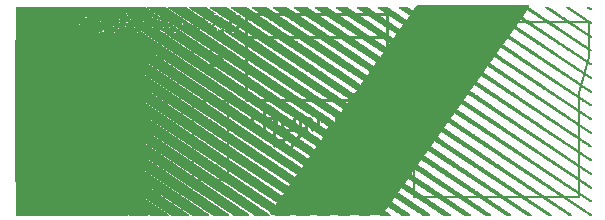
<source format=gto>
G04 Layer_Color=65535*
%FSLAX44Y44*%
%MOMM*%
G71*
G01*
G75*
%ADD24C,0.2540*%
%ADD40C,0.2500*%
%ADD41C,0.0254*%
%ADD42C,0.1270*%
%ADD43C,0.2000*%
%ADD44C,0.2032*%
D24*
X406190Y492880D02*
X525190D01*
X406190D02*
Y545880D01*
X525190D01*
Y492880D02*
Y545880D01*
X406190D02*
Y565380D01*
X525690D01*
X525190Y564880D02*
X525690Y565380D01*
X525190Y545880D02*
Y564880D01*
X406254Y482849D02*
X416411D01*
X411332D01*
Y467614D01*
X421489Y482849D02*
Y467614D01*
Y475232D01*
X424028Y477771D01*
X429107D01*
X431646Y475232D01*
Y467614D01*
X436724Y477771D02*
Y470153D01*
X439263Y467614D01*
X446881D01*
Y477771D01*
X451959Y467614D02*
Y477771D01*
X454498D01*
X457038Y475232D01*
Y467614D01*
Y475232D01*
X459577Y477771D01*
X462116Y475232D01*
Y467614D01*
X467194Y482849D02*
Y467614D01*
X474812D01*
X477351Y470153D01*
Y472692D01*
Y475232D01*
X474812Y477771D01*
X467194D01*
X482429Y482849D02*
Y467614D01*
X487508Y472692D01*
X492586Y467614D01*
Y482849D01*
X497664D02*
Y467614D01*
Y475232D01*
X500204Y477771D01*
X505282D01*
X507821Y475232D01*
Y467614D01*
X520517D02*
X515439D01*
X512900Y470153D01*
Y475232D01*
X515439Y477771D01*
X520517D01*
X523056Y475232D01*
Y472692D01*
X512900D01*
X535752Y467614D02*
X530674D01*
X528135Y470153D01*
Y475232D01*
X530674Y477771D01*
X535752D01*
X538291Y475232D01*
Y472692D01*
X528135D01*
X543370Y467614D02*
X548448D01*
X545909D01*
Y482849D01*
X543370D01*
X370329Y534920D02*
X367789Y537459D01*
X362711D01*
X360172Y534920D01*
Y524763D01*
X362711Y522224D01*
X367789D01*
X370329Y524763D01*
X375407Y534920D02*
X377946Y537459D01*
X383025D01*
X385564Y534920D01*
Y532381D01*
X383025Y529841D01*
X385564Y527302D01*
Y524763D01*
X383025Y522224D01*
X377946D01*
X375407Y524763D01*
Y527302D01*
X377946Y529841D01*
X375407Y532381D01*
Y534920D01*
X377946Y529841D02*
X383025D01*
X429260Y453644D02*
Y468879D01*
X436878D01*
X439417Y466340D01*
Y461261D01*
X436878Y458722D01*
X429260D01*
X434338D02*
X439417Y453644D01*
X444495Y468879D02*
X454652D01*
Y466340D01*
X444495Y456183D01*
Y453644D01*
D40*
X339670Y491970D02*
G03*
X339670Y491970I-1250J0D01*
G01*
D41*
X600601Y573278D02*
X644289D01*
X551071Y573024D02*
X644289D01*
X551071Y572770D02*
X644289D01*
X550055Y572516D02*
X550817D01*
X551071D02*
X644543D01*
X550055Y572262D02*
X645051D01*
X549801Y572008D02*
X645051D01*
X549547Y571754D02*
X645051D01*
X549547Y571500D02*
X644797D01*
X211219Y571246D02*
X251859D01*
X252113D02*
X269131D01*
X269639D02*
X286149D01*
X287165D02*
X303421D01*
X304691D02*
X320439D01*
X322471D02*
X337711D01*
X340251D02*
X354729D01*
X357777D02*
X372001D01*
X375557D02*
X389019D01*
X393337D02*
X406037D01*
X411117D02*
X423055D01*
X428643D02*
X440073D01*
X446423D02*
X457345D01*
X464203D02*
X474363D01*
X481983D02*
X491381D01*
X499763D02*
X508399D01*
X517543D02*
X525417D01*
X535323D02*
X542435D01*
X549293D02*
X644797D01*
X659275D02*
X661815D01*
X677055D02*
X679087D01*
X694581D02*
X696105D01*
X211219Y570992D02*
X269385D01*
X269893D02*
X286403D01*
X287419D02*
X303675D01*
X305199D02*
X320947D01*
X322725D02*
X337965D01*
X340251D02*
X354983D01*
X358285D02*
X372255D01*
X375811D02*
X389019D01*
X393591D02*
X406291D01*
X411117D02*
X423563D01*
X428897D02*
X440327D01*
X446677D02*
X457345D01*
X464457D02*
X474363D01*
X482237D02*
X491381D01*
X500017D02*
X508653D01*
X517797D02*
X525671D01*
X535577D02*
X542689D01*
X549039D02*
X645051D01*
X659529D02*
X662323D01*
X677309D02*
X679341D01*
X694835D02*
X696613D01*
X211219Y570738D02*
X269893D01*
X270147D02*
X286911D01*
X287673D02*
X304183D01*
X305199D02*
X321201D01*
X322979D02*
X338473D01*
X340759D02*
X355491D01*
X358285D02*
X372509D01*
X376065D02*
X389781D01*
X393845D02*
X406799D01*
X411625D02*
X423817D01*
X429405D02*
X440835D01*
X446931D02*
X457853D01*
X464711D02*
X474871D01*
X482491D02*
X492143D01*
X500271D02*
X509161D01*
X517797D02*
X526179D01*
X535577D02*
X542943D01*
X548785D02*
X645559D01*
X659783D02*
X662577D01*
X677563D02*
X679849D01*
X695089D02*
X697121D01*
X211219Y570484D02*
X252875D01*
X253129D02*
X287419D01*
X288181D02*
X304691D01*
X305707D02*
X321709D01*
X323487D02*
X338981D01*
X341267D02*
X355999D01*
X358793D02*
X373017D01*
X376573D02*
X390035D01*
X394099D02*
X407307D01*
X411879D02*
X424325D01*
X429659D02*
X441343D01*
X447439D02*
X458361D01*
X465219D02*
X475379D01*
X482999D02*
X492651D01*
X500779D02*
X509415D01*
X518559D02*
X526433D01*
X536085D02*
X543451D01*
X548785D02*
X646067D01*
X660291D02*
X663085D01*
X678071D02*
X680357D01*
X695597D02*
X697375D01*
X211219Y570230D02*
X270401D01*
X270909D02*
X287673D01*
X288435D02*
X304691D01*
X305961D02*
X321963D01*
X323741D02*
X338981D01*
X341267D02*
X356253D01*
X359047D02*
X373271D01*
X376827D02*
X390289D01*
X394607D02*
X407307D01*
X412387D02*
X424579D01*
X429913D02*
X441597D01*
X447693D02*
X458615D01*
X465473D02*
X475633D01*
X483253D02*
X492651D01*
X501033D02*
X509669D01*
X518813D02*
X526941D01*
X536593D02*
X543959D01*
X548531D02*
X646067D01*
X660545D02*
X663339D01*
X678071D02*
X680357D01*
X695851D02*
X697629D01*
X211219Y569976D02*
X270909D01*
X271163D02*
X288181D01*
X288943D02*
X305199D01*
X306469D02*
X322471D01*
X324249D02*
X339489D01*
X341775D02*
X356761D01*
X359555D02*
X373779D01*
X377081D02*
X390797D01*
X395115D02*
X407815D01*
X412641D02*
X425087D01*
X430421D02*
X442105D01*
X448201D02*
X459123D01*
X465981D02*
X476141D01*
X483761D02*
X493159D01*
X501541D02*
X510177D01*
X519067D02*
X527449D01*
X536847D02*
X544213D01*
X548277D02*
X646829D01*
X661053D02*
X663847D01*
X678579D02*
X680865D01*
X696359D02*
X697629D01*
X211219Y569722D02*
X253891D01*
X254399D02*
X271163D01*
X271671D02*
X288435D01*
X289451D02*
X305453D01*
X306977D02*
X322725D01*
X324757D02*
X339997D01*
X342283D02*
X357015D01*
X360063D02*
X374033D01*
X377589D02*
X391305D01*
X395369D02*
X408069D01*
X413149D02*
X425087D01*
X430929D02*
X442359D01*
X448709D02*
X459377D01*
X466489D02*
X476395D01*
X484269D02*
X493413D01*
X501795D02*
X510431D01*
X519575D02*
X527449D01*
X537355D02*
X544467D01*
X548277D02*
X643527D01*
X643781D02*
X646829D01*
X661561D02*
X664101D01*
X679341D02*
X681373D01*
X696613D02*
X697629D01*
X211219Y569468D02*
X271671D01*
X272179D02*
X288943D01*
X289705D02*
X305961D01*
X307231D02*
X323233D01*
X325011D02*
X340251D01*
X342537D02*
X357269D01*
X360317D02*
X374541D01*
X378097D02*
X391559D01*
X395623D02*
X408577D01*
X413403D02*
X425595D01*
X431183D02*
X442613D01*
X448963D02*
X459885D01*
X466489D02*
X476903D01*
X484269D02*
X493921D01*
X502049D02*
X510939D01*
X520083D02*
X527957D01*
X537863D02*
X544975D01*
X548023D02*
X643273D01*
X644035D02*
X647337D01*
X661815D02*
X664609D01*
X679341D02*
X681627D01*
X697121D02*
X697629D01*
X211219Y569214D02*
X271925D01*
X272433D02*
X289451D01*
X289959D02*
X306469D01*
X307739D02*
X323741D01*
X325519D02*
X340759D01*
X343045D02*
X357777D01*
X360571D02*
X375049D01*
X378351D02*
X392067D01*
X396131D02*
X409085D01*
X413911D02*
X426103D01*
X431691D02*
X443375D01*
X449471D02*
X460393D01*
X467251D02*
X477157D01*
X484777D02*
X494175D01*
X502557D02*
X511447D01*
X520337D02*
X528465D01*
X538117D02*
X545483D01*
X547769D02*
X643273D01*
X644543D02*
X647845D01*
X662323D02*
X664863D01*
X679849D02*
X682135D01*
X211219Y568960D02*
X272433D01*
X272687D02*
X289451D01*
X290213D02*
X306723D01*
X307993D02*
X323741D01*
X325519D02*
X341013D01*
X343299D02*
X358031D01*
X361079D02*
X375049D01*
X378605D02*
X392321D01*
X396385D02*
X409339D01*
X413911D02*
X426357D01*
X431945D02*
X443375D01*
X449725D02*
X460393D01*
X467505D02*
X477665D01*
X485285D02*
X494429D01*
X503065D02*
X511701D01*
X520591D02*
X528465D01*
X538371D02*
X545737D01*
X547769D02*
X643019D01*
X644797D02*
X648099D01*
X662323D02*
X665117D01*
X680103D02*
X682389D01*
X211219Y568706D02*
X272941D01*
X273195D02*
X289959D01*
X290721D02*
X307231D01*
X308501D02*
X324249D01*
X326027D02*
X341521D01*
X343807D02*
X358539D01*
X361587D02*
X375557D01*
X379367D02*
X392829D01*
X396893D02*
X409847D01*
X414673D02*
X426865D01*
X432199D02*
X443883D01*
X449979D02*
X460901D01*
X467759D02*
X477919D01*
X485539D02*
X494937D01*
X503319D02*
X511955D01*
X521099D02*
X528973D01*
X538879D02*
X546245D01*
X547515D02*
X642765D01*
X645305D02*
X648607D01*
X663085D02*
X665625D01*
X680611D02*
X682897D01*
X211219Y568452D02*
X272941D01*
X273703D02*
X290213D01*
X291229D02*
X307485D01*
X309009D02*
X324503D01*
X326535D02*
X341775D01*
X344061D02*
X358793D01*
X361841D02*
X375811D01*
X379621D02*
X392829D01*
X397401D02*
X410101D01*
X415181D02*
X427119D01*
X432961D02*
X444137D01*
X450487D02*
X461155D01*
X468267D02*
X478173D01*
X486047D02*
X495191D01*
X503827D02*
X512209D01*
X521607D02*
X529481D01*
X539387D02*
X546245D01*
X547261D02*
X642511D01*
X645813D02*
X648861D01*
X663593D02*
X665879D01*
X681119D02*
X682897D01*
X211219Y568198D02*
X256177D01*
X256431D02*
X273449D01*
X273957D02*
X290721D01*
X291483D02*
X307993D01*
X309263D02*
X325011D01*
X326789D02*
X342029D01*
X344569D02*
X359301D01*
X362095D02*
X376319D01*
X379875D02*
X393337D01*
X397655D02*
X410609D01*
X415181D02*
X427627D01*
X432961D02*
X444645D01*
X450741D02*
X461663D01*
X468775D02*
X478681D01*
X486301D02*
X495699D01*
X504081D02*
X512717D01*
X521861D02*
X529735D01*
X539641D02*
X546753D01*
X547007D02*
X642511D01*
X646067D02*
X649369D01*
X663593D02*
X666387D01*
X681373D02*
X683405D01*
X211219Y567944D02*
X273957D01*
X274465D02*
X291229D01*
X291991D02*
X308501D01*
X309771D02*
X325265D01*
X327297D02*
X342537D01*
X344823D02*
X359809D01*
X362603D02*
X376827D01*
X380383D02*
X393845D01*
X398163D02*
X410863D01*
X415689D02*
X428135D01*
X433469D02*
X444899D01*
X451249D02*
X462171D01*
X469029D02*
X479189D01*
X486809D02*
X496207D01*
X504589D02*
X513225D01*
X522369D02*
X530243D01*
X540149D02*
X642257D01*
X646575D02*
X649877D01*
X664101D02*
X666895D01*
X681881D02*
X683913D01*
X211219Y567690D02*
X239667D01*
X239921D02*
X274211D01*
X274973D02*
X291483D01*
X292499D02*
X308501D01*
X310279D02*
X325773D01*
X327805D02*
X342791D01*
X345331D02*
X360063D01*
X363111D02*
X377081D01*
X380891D02*
X394099D01*
X398671D02*
X411117D01*
X416197D02*
X428135D01*
X433977D02*
X445407D01*
X451757D02*
X462425D01*
X469537D02*
X479443D01*
X487317D02*
X496207D01*
X505097D02*
X513479D01*
X522877D02*
X530497D01*
X540657D02*
X642003D01*
X647083D02*
X649877D01*
X664609D02*
X667149D01*
X682135D02*
X684167D01*
X211219Y567436D02*
X257447D01*
X257701D02*
X274719D01*
X274973D02*
X291991D01*
X292753D02*
X309009D01*
X310279D02*
X326281D01*
X328059D02*
X343299D01*
X345839D02*
X360317D01*
X363365D02*
X377589D01*
X381145D02*
X394607D01*
X398671D02*
X411625D01*
X416451D02*
X428643D01*
X434231D02*
X445915D01*
X452011D02*
X462679D01*
X469791D02*
X479697D01*
X487571D02*
X496715D01*
X505351D02*
X513987D01*
X523131D02*
X531005D01*
X540911D02*
X642003D01*
X647083D02*
X650385D01*
X664863D02*
X667657D01*
X682643D02*
X684675D01*
X211219Y567182D02*
X275227D01*
X275481D02*
X292245D01*
X293261D02*
X309517D01*
X310787D02*
X326535D01*
X328567D02*
X343553D01*
X346093D02*
X360825D01*
X363873D02*
X377843D01*
X381653D02*
X395115D01*
X399179D02*
X412133D01*
X416959D02*
X429151D01*
X434739D02*
X446169D01*
X452519D02*
X463187D01*
X470299D02*
X480205D01*
X488079D02*
X497223D01*
X505859D02*
X514495D01*
X523639D02*
X531513D01*
X541419D02*
X641749D01*
X647591D02*
X650893D01*
X665371D02*
X667911D01*
X682897D02*
X684929D01*
X211219Y566928D02*
X275227D01*
X275735D02*
X292499D01*
X293515D02*
X309771D01*
X311041D02*
X326789D01*
X328821D02*
X344061D01*
X346347D02*
X361079D01*
X364127D02*
X378097D01*
X381653D02*
X395369D01*
X399433D02*
X412387D01*
X417213D02*
X429405D01*
X434993D02*
X446423D01*
X452773D02*
X463441D01*
X470553D02*
X480459D01*
X488333D02*
X497477D01*
X506113D02*
X514495D01*
X523639D02*
X531767D01*
X541419D02*
X641495D01*
X647845D02*
X651147D01*
X665625D02*
X668165D01*
X683151D02*
X685437D01*
X211219Y566674D02*
X275735D01*
X276243D02*
X293007D01*
X294023D02*
X303421D01*
X304945D02*
X310279D01*
X311549D02*
X327297D01*
X329075D02*
X344315D01*
X346855D02*
X361587D01*
X364635D02*
X378859D01*
X382161D02*
X395623D01*
X399941D02*
X412641D01*
X417721D02*
X429913D01*
X435501D02*
X446931D01*
X453281D02*
X463949D01*
X471061D02*
X480967D01*
X488841D02*
X497985D01*
X506367D02*
X515003D01*
X524147D02*
X532021D01*
X541927D02*
X641241D01*
X648353D02*
X651401D01*
X666133D02*
X668673D01*
X683659D02*
X685945D01*
X211219Y566420D02*
X258717D01*
X259225D02*
X276243D01*
X276751D02*
X293261D01*
X294531D02*
X302659D01*
X305707D02*
X310533D01*
X312057D02*
X326535D01*
X329583D02*
X344823D01*
X347363D02*
X361841D01*
X365143D02*
X378859D01*
X382669D02*
X395877D01*
X400449D02*
X413149D01*
X418229D02*
X430167D01*
X436009D02*
X446931D01*
X453789D02*
X464203D01*
X471569D02*
X481221D01*
X489349D02*
X498239D01*
X507129D02*
X515257D01*
X524655D02*
X532275D01*
X542435D02*
X641241D01*
X648861D02*
X651909D01*
X666387D02*
X668927D01*
X684167D02*
X686199D01*
X211219Y566166D02*
X259225D01*
X259479D02*
X276497D01*
X277005D02*
X293769D01*
X294531D02*
X302405D01*
X305707D02*
X310787D01*
X312311D02*
X325773D01*
X330091D02*
X345331D01*
X347617D02*
X362095D01*
X365143D02*
X379367D01*
X382923D02*
X396385D01*
X400703D02*
X413657D01*
X418483D02*
X430421D01*
X436263D02*
X447439D01*
X454043D02*
X464711D01*
X471823D02*
X481729D01*
X489349D02*
X498747D01*
X507129D02*
X515765D01*
X524909D02*
X532783D01*
X542689D02*
X640987D01*
X649115D02*
X652417D01*
X666895D02*
X669181D01*
X684421D02*
X686707D01*
X211219Y565912D02*
X259733D01*
X259987D02*
X277005D01*
X277513D02*
X294277D01*
X295293D02*
X302151D01*
X305961D02*
X311295D01*
X312565D02*
X325519D01*
X330345D02*
X345585D01*
X348125D02*
X362603D01*
X365905D02*
X378097D01*
X383431D02*
X396385D01*
X401211D02*
X413911D01*
X418991D02*
X430929D01*
X436771D02*
X447947D01*
X454551D02*
X465219D01*
X472331D02*
X482237D01*
X489857D02*
X499255D01*
X507637D02*
X516273D01*
X525417D02*
X533291D01*
X543197D02*
X640733D01*
X649623D02*
X652671D01*
X667403D02*
X669943D01*
X684929D02*
X686961D01*
X211219Y565658D02*
X266845D01*
X271925D02*
X277259D01*
X277767D02*
X294531D01*
X295293D02*
X302151D01*
X302913D02*
X304945D01*
X305961D02*
X311549D01*
X313073D02*
X325265D01*
X330599D02*
X345839D01*
X348379D02*
X359809D01*
X365905D02*
X370223D01*
X373017D02*
X376827D01*
X383939D02*
X395115D01*
X401465D02*
X414165D01*
X419245D02*
X431183D01*
X437025D02*
X448201D01*
X454551D02*
X465219D01*
X472331D02*
X482237D01*
X490111D02*
X499509D01*
X507891D02*
X516527D01*
X525671D02*
X533545D01*
X543451D02*
X640733D01*
X649877D02*
X652925D01*
X667403D02*
X670197D01*
X685183D02*
X687215D01*
X211219Y565404D02*
X266083D01*
X273449D02*
X277767D01*
X278275D02*
X294785D01*
X295801D02*
X302151D01*
X302913D02*
X304945D01*
X305707D02*
X312057D01*
X313581D02*
X325011D01*
X326281D02*
X328059D01*
X331107D02*
X346347D01*
X348887D02*
X359555D01*
X366413D02*
X369715D01*
X373271D02*
X375811D01*
X384193D02*
X394353D01*
X401973D02*
X414673D01*
X419753D02*
X431691D01*
X437279D02*
X448709D01*
X455059D02*
X465727D01*
X472839D02*
X482745D01*
X490619D02*
X500017D01*
X508399D02*
X517035D01*
X526179D02*
X534053D01*
X543959D02*
X640479D01*
X650385D02*
X653433D01*
X667911D02*
X670451D01*
X685691D02*
X687723D01*
X211219Y565150D02*
X260749D01*
X261257D02*
X265829D01*
X274211D02*
X278021D01*
X278783D02*
X295293D01*
X296309D02*
X302151D01*
X302913D02*
X304945D01*
X305707D02*
X312311D01*
X313835D02*
X325011D01*
X326027D02*
X328059D01*
X329075D02*
X329583D01*
X331615D02*
X346601D01*
X349395D02*
X359301D01*
X363365D02*
X363619D01*
X366921D02*
X369461D01*
X373525D02*
X375303D01*
X384701D02*
X393845D01*
X402481D02*
X414927D01*
X420261D02*
X431945D01*
X438041D02*
X448963D01*
X455821D02*
X465981D01*
X473347D02*
X482999D01*
X491127D02*
X500017D01*
X508907D02*
X517035D01*
X526687D02*
X534307D01*
X544467D02*
X640225D01*
X650639D02*
X653687D01*
X668419D02*
X670705D01*
X686199D02*
X687977D01*
X211219Y564896D02*
X265829D01*
X274973D02*
X278529D01*
X279037D02*
X295547D01*
X296563D02*
X301897D01*
X302913D02*
X304691D01*
X305707D02*
X312565D01*
X314343D02*
X325011D01*
X325773D02*
X328059D01*
X329075D02*
X329837D01*
X331869D02*
X346855D01*
X349395D02*
X359301D01*
X360317D02*
X362349D01*
X363365D02*
X364127D01*
X367175D02*
X369461D01*
X370731D02*
X372509D01*
X373525D02*
X374795D01*
X377335D02*
X380129D01*
X384955D02*
X393591D01*
X395623D02*
X398671D01*
X402735D02*
X415181D01*
X420261D02*
X432453D01*
X438041D02*
X449471D01*
X455821D02*
X466489D01*
X473601D02*
X483507D01*
X491381D02*
X500525D01*
X509161D02*
X517543D01*
X526941D02*
X534561D01*
X544721D02*
X640225D01*
X651147D02*
X654195D01*
X668673D02*
X671213D01*
X686199D02*
X688485D01*
X211219Y564642D02*
X265575D01*
X266591D02*
X272687D01*
X275227D02*
X279037D01*
X279545D02*
X296055D01*
X297071D02*
X301897D01*
X302913D02*
X304691D01*
X305707D02*
X313327D01*
X314597D02*
X324757D01*
X325773D02*
X328059D01*
X329075D02*
X330345D01*
X332377D02*
X347363D01*
X349903D02*
X359301D01*
X360317D02*
X362603D01*
X363365D02*
X364635D01*
X367683D02*
X369207D01*
X370223D02*
X372509D01*
X373271D02*
X374287D01*
X376319D02*
X380891D01*
X385463D02*
X393083D01*
X394861D02*
X399179D01*
X403243D02*
X415943D01*
X421023D02*
X432961D01*
X438549D02*
X449979D01*
X456329D02*
X466997D01*
X474109D02*
X484015D01*
X491889D02*
X501033D01*
X509669D02*
X518051D01*
X527449D02*
X535069D01*
X544467D02*
X639971D01*
X651655D02*
X654703D01*
X669181D02*
X671721D01*
X686707D02*
X688739D01*
X211219Y564388D02*
X265575D01*
X266591D02*
X273703D01*
X275735D02*
X279037D01*
X279545D02*
X296309D01*
X297325D02*
X301897D01*
X302659D02*
X304691D01*
X305707D02*
X313327D01*
X315105D02*
X324757D01*
X325773D02*
X328059D01*
X329075D02*
X330599D01*
X332631D02*
X347617D01*
X350411D02*
X359301D01*
X360317D02*
X362603D01*
X363365D02*
X364635D01*
X367937D02*
X369207D01*
X370223D02*
X372255D01*
X373271D02*
X374287D01*
X375811D02*
X381399D01*
X385717D02*
X392829D01*
X394353D02*
X399687D01*
X403243D02*
X415943D01*
X421023D02*
X432961D01*
X438803D02*
X450233D01*
X456583D02*
X467251D01*
X474363D02*
X484269D01*
X492143D02*
X501287D01*
X509923D02*
X518305D01*
X527703D02*
X535323D01*
X544467D02*
X639717D01*
X651655D02*
X654703D01*
X669435D02*
X671975D01*
X687215D02*
X689247D01*
X211219Y564134D02*
X265575D01*
X266337D02*
X274465D01*
X275989D02*
X279545D01*
X280053D02*
X296817D01*
X297833D02*
X301897D01*
X302659D02*
X304691D01*
X305453D02*
X313835D01*
X315359D02*
X324757D01*
X325519D02*
X328059D01*
X328821D02*
X331107D01*
X332885D02*
X348125D01*
X350665D02*
X359301D01*
X360317D02*
X362603D01*
X363365D02*
X365143D01*
X368445D02*
X368953D01*
X369969D02*
X372255D01*
X373271D02*
X374033D01*
X375303D02*
X381653D01*
X385971D02*
X392575D01*
X394099D02*
X399941D01*
X403751D02*
X416451D01*
X421531D02*
X433469D01*
X439311D02*
X450487D01*
X457091D02*
X467759D01*
X474871D02*
X484777D01*
X492651D02*
X501795D01*
X510431D02*
X518813D01*
X528211D02*
X535831D01*
X544213D02*
X639463D01*
X652163D02*
X655211D01*
X669689D02*
X672483D01*
X687469D02*
X689501D01*
X211219Y563880D02*
X262781D01*
X263035D02*
X265575D01*
X266337D02*
X274973D01*
X276243D02*
X280053D01*
X280561D02*
X297325D01*
X298087D02*
X301643D01*
X302659D02*
X304691D01*
X305453D02*
X314343D01*
X315867D02*
X324757D01*
X325519D02*
X327805D01*
X328821D02*
X331615D01*
X333393D02*
X348633D01*
X351173D02*
X359555D01*
X360317D02*
X362603D01*
X363365D02*
X365651D01*
X369969D02*
X372001D01*
X373017D02*
X374033D01*
X374795D02*
X381907D01*
X386733D02*
X392321D01*
X393591D02*
X400195D01*
X404259D02*
X416959D01*
X422039D02*
X433977D01*
X439819D02*
X450995D01*
X457599D02*
X468267D01*
X475379D02*
X485031D01*
X493159D02*
X502049D01*
X510939D02*
X519067D01*
X528719D02*
X536339D01*
X543959D02*
X639463D01*
X652671D02*
X655719D01*
X670451D02*
X672991D01*
X687977D02*
X690009D01*
X211219Y563626D02*
X263035D01*
X263289D02*
X265321D01*
X266337D02*
X275227D01*
X276497D02*
X280307D01*
X280815D02*
X297579D01*
X298595D02*
X301643D01*
X302659D02*
X304437D01*
X305453D02*
X314597D01*
X316121D02*
X324757D01*
X325773D02*
X327551D01*
X328821D02*
X331615D01*
X333647D02*
X348887D01*
X351427D02*
X359555D01*
X360317D02*
X362603D01*
X363619D02*
X365905D01*
X369715D02*
X372001D01*
X373017D02*
X373779D01*
X374795D02*
X382161D01*
X386733D02*
X392321D01*
X393337D02*
X400449D01*
X404513D02*
X417213D01*
X422293D02*
X434231D01*
X440073D02*
X451249D01*
X457853D02*
X468267D01*
X475633D02*
X485539D01*
X493413D02*
X502557D01*
X511193D02*
X519575D01*
X528973D02*
X536339D01*
X543959D02*
X639209D01*
X652925D02*
X655973D01*
X670705D02*
X672991D01*
X688231D02*
X690263D01*
X211219Y563372D02*
X263543D01*
X263797D02*
X265321D01*
X266337D02*
X268369D01*
X271163D02*
X275481D01*
X276751D02*
X280815D01*
X281323D02*
X297833D01*
X299103D02*
X301643D01*
X302659D02*
X304437D01*
X305453D02*
X315105D01*
X316629D02*
X324757D01*
X328567D02*
X332123D01*
X334155D02*
X349395D01*
X351935D02*
X359555D01*
X360317D02*
X362603D01*
X363619D02*
X366413D01*
X369715D02*
X371747D01*
X372763D02*
X373779D01*
X374795D02*
X382161D01*
X383177D02*
X383431D01*
X387241D02*
X392067D01*
X393083D02*
X395877D01*
X397655D02*
X400449D01*
X405021D02*
X417721D01*
X422801D02*
X434739D01*
X440581D02*
X451757D01*
X458361D02*
X468775D01*
X476141D02*
X485793D01*
X493921D02*
X502811D01*
X511701D02*
X519829D01*
X529481D02*
X536847D01*
X543705D02*
X639463D01*
X653433D02*
X656481D01*
X670959D02*
X673499D01*
X688739D02*
X690771D01*
X211219Y563118D02*
X263797D01*
X264305D02*
X265321D01*
X266337D02*
X268369D01*
X272179D02*
X275735D01*
X276751D02*
X281069D01*
X281831D02*
X298087D01*
X299357D02*
X301643D01*
X302405D02*
X304437D01*
X305453D02*
X315359D01*
X317137D02*
X325011D01*
X328313D02*
X332377D01*
X334663D02*
X349649D01*
X352443D02*
X359555D01*
X360571D02*
X362603D01*
X363619D02*
X366667D01*
X369461D02*
X371493D01*
X372509D02*
X373779D01*
X374541D02*
X376573D01*
X378605D02*
X382161D01*
X383177D02*
X383685D01*
X388003D02*
X391813D01*
X393083D02*
X395369D01*
X398163D02*
X400703D01*
X405529D02*
X417721D01*
X423309D02*
X434993D01*
X441089D02*
X452011D01*
X458615D02*
X469029D01*
X476395D02*
X486047D01*
X494429D02*
X503065D01*
X512209D02*
X520337D01*
X529735D02*
X537355D01*
X543451D02*
X639463D01*
X653941D02*
X656735D01*
X671467D02*
X673753D01*
X689247D02*
X691025D01*
X211219Y562864D02*
X265321D01*
X266083D02*
X268369D01*
X272941D02*
X275989D01*
X277005D02*
X281577D01*
X282085D02*
X298595D01*
X299611D02*
X301643D01*
X302405D02*
X304437D01*
X305199D02*
X315867D01*
X317137D02*
X325265D01*
X328059D02*
X332885D01*
X334917D02*
X350157D01*
X352697D02*
X359555D01*
X360571D02*
X362603D01*
X363619D02*
X367175D01*
X369461D02*
X371493D01*
X372509D02*
X373779D01*
X374541D02*
X375811D01*
X378859D02*
X382415D01*
X383177D02*
X384193D01*
X388003D02*
X391813D01*
X392829D02*
X394861D01*
X398417D02*
X400703D01*
X405783D02*
X418483D01*
X423563D02*
X435501D01*
X441343D02*
X452519D01*
X459123D02*
X469537D01*
X476903D02*
X486555D01*
X494429D02*
X503573D01*
X512209D02*
X520591D01*
X529989D02*
X537609D01*
X543451D02*
X639971D01*
X654195D02*
X657243D01*
X671721D02*
X674261D01*
X689501D02*
X691533D01*
X211219Y562610D02*
X264813D01*
X265067D02*
X265321D01*
X266083D02*
X268115D01*
X273195D02*
X276243D01*
X277005D02*
X281831D01*
X282339D02*
X299103D01*
X300119D02*
X301389D01*
X302405D02*
X304437D01*
X305199D02*
X316375D01*
X317899D02*
X325773D01*
X327551D02*
X333393D01*
X335425D02*
X350665D01*
X353205D02*
X359555D01*
X360571D02*
X362603D01*
X363619D02*
X367683D01*
X369207D02*
X371239D01*
X372255D02*
X373779D01*
X374541D02*
X375303D01*
X379113D02*
X382415D01*
X383177D02*
X384701D01*
X388511D02*
X391559D01*
X392575D02*
X394607D01*
X396385D02*
X397147D01*
X398417D02*
X400703D01*
X406291D02*
X418991D01*
X424071D02*
X435755D01*
X441851D02*
X452773D01*
X459631D02*
X469791D01*
X477411D02*
X487063D01*
X494937D02*
X504081D01*
X512717D02*
X521099D01*
X530497D02*
X538117D01*
X543197D02*
X640479D01*
X654449D02*
X657751D01*
X672229D02*
X674769D01*
X690009D02*
X692041D01*
X211219Y562356D02*
X265067D01*
X266083D02*
X268115D01*
X269131D02*
X271671D01*
X273449D02*
X276243D01*
X277259D02*
X282085D01*
X282847D02*
X299357D01*
X300373D02*
X301389D01*
X302405D02*
X304183D01*
X305199D02*
X316629D01*
X317899D02*
X333647D01*
X335679D02*
X350665D01*
X353459D02*
X359555D01*
X360571D02*
X362857D01*
X363619D02*
X367683D01*
X369207D02*
X371239D01*
X372255D02*
X373525D01*
X374541D02*
X374795D01*
X377081D02*
X378097D01*
X379367D02*
X382415D01*
X383177D02*
X384955D01*
X388765D02*
X391559D01*
X392575D02*
X394607D01*
X395877D02*
X397655D01*
X398671D02*
X400703D01*
X401719D02*
X401973D01*
X406545D02*
X418991D01*
X424325D02*
X436009D01*
X442105D02*
X453281D01*
X459631D02*
X470299D01*
X477411D02*
X487317D01*
X495191D02*
X504081D01*
X512971D02*
X521353D01*
X530751D02*
X538371D01*
X542943D02*
X640733D01*
X654957D02*
X657751D01*
X672483D02*
X675023D01*
X690009D02*
X692041D01*
X211219Y562102D02*
X265067D01*
X266083D02*
X268115D01*
X269131D02*
X272433D01*
X273703D02*
X276497D01*
X277259D02*
X282593D01*
X283355D02*
X295801D01*
X297071D02*
X299611D01*
X300881D02*
X301389D01*
X302405D02*
X304183D01*
X305199D02*
X316883D01*
X318407D02*
X334155D01*
X336949D02*
X346601D01*
X348125D02*
X351173D01*
X353967D02*
X359809D01*
X360571D02*
X362857D01*
X363619D02*
X367937D01*
X368953D02*
X370985D01*
X372001D02*
X373525D01*
X376319D02*
X378605D01*
X379621D02*
X382415D01*
X383177D02*
X385463D01*
X389273D02*
X391305D01*
X392321D02*
X394353D01*
X395369D02*
X397909D01*
X398671D02*
X400703D01*
X401719D02*
X402481D01*
X407053D02*
X419499D01*
X424833D02*
X436517D01*
X442613D02*
X453789D01*
X460393D02*
X470553D01*
X478173D02*
X487571D01*
X495699D02*
X504589D01*
X513479D02*
X521861D01*
X531259D02*
X538879D01*
X542689D02*
X641241D01*
X655211D02*
X658259D01*
X672991D02*
X675531D01*
X690771D02*
X692549D01*
X211219Y561848D02*
X248303D01*
X248557D02*
X265067D01*
X266083D02*
X268115D01*
X268877D02*
X272687D01*
X273957D02*
X276497D01*
X277513D02*
X280053D01*
X282593D02*
X282847D01*
X283609D02*
X286657D01*
X289197D02*
X294531D01*
X298341D02*
X300119D01*
X302151D02*
X304183D01*
X305199D02*
X307739D01*
X310533D02*
X312565D01*
X315105D02*
X317137D01*
X321709D02*
X325011D01*
X327551D02*
X330599D01*
X332885D02*
X334409D01*
X337965D02*
X345331D01*
X349395D02*
X351427D01*
X354475D02*
X359809D01*
X360571D02*
X362857D01*
X363619D02*
X367937D01*
X368953D02*
X370985D01*
X372001D02*
X373779D01*
X375557D02*
X378605D01*
X379621D02*
X382415D01*
X383177D02*
X385463D01*
X389781D02*
X391305D01*
X392321D02*
X394353D01*
X395369D02*
X397909D01*
X398671D02*
X400957D01*
X401719D02*
X402735D01*
X407307D02*
X419753D01*
X425087D02*
X436771D01*
X442867D02*
X453789D01*
X460901D02*
X470807D01*
X478427D02*
X488079D01*
X496207D02*
X505097D01*
X513987D02*
X521861D01*
X531767D02*
X538879D01*
X542689D02*
X637939D01*
X638193D02*
X641495D01*
X655719D02*
X658513D01*
X673499D02*
X675785D01*
X691279D02*
X692803D01*
X211219Y561594D02*
X265067D01*
X265829D02*
X268115D01*
X268877D02*
X272941D01*
X273957D02*
X276497D01*
X277513D02*
X279545D01*
X283101D02*
X283355D01*
X284117D02*
X286149D01*
X289451D02*
X293769D01*
X298849D02*
X300627D01*
X302151D02*
X304183D01*
X304945D02*
X307231D01*
X311041D02*
X312057D01*
X315613D02*
X317645D01*
X322217D02*
X324503D01*
X327805D02*
X330091D01*
X333139D02*
X334409D01*
X338473D02*
X344569D01*
X350157D02*
X351935D01*
X354475D02*
X359809D01*
X360571D02*
X362857D01*
X363619D02*
X367683D01*
X368699D02*
X370731D01*
X372255D02*
X373779D01*
X375303D02*
X378605D01*
X379621D02*
X382415D01*
X383177D02*
X385971D01*
X390035D02*
X391051D01*
X392067D02*
X394099D01*
X395115D02*
X397909D01*
X398925D02*
X400957D01*
X401719D02*
X403243D01*
X407815D02*
X420261D01*
X425595D02*
X437279D01*
X443121D02*
X454297D01*
X460901D02*
X471315D01*
X478681D02*
X488333D01*
X496461D02*
X505351D01*
X514241D02*
X522369D01*
X532021D02*
X539387D01*
X542435D02*
X637685D01*
X638193D02*
X642003D01*
X656227D02*
X659021D01*
X673753D02*
X676293D01*
X691279D02*
X693311D01*
X211219Y561340D02*
X265067D01*
X265829D02*
X267861D01*
X268877D02*
X273195D01*
X274211D02*
X276497D01*
X277513D02*
X279291D01*
X283101D02*
X283863D01*
X284625D02*
X285895D01*
X289705D02*
X293261D01*
X299357D02*
X300881D01*
X302151D02*
X304183D01*
X304945D02*
X306977D01*
X311041D02*
X312057D01*
X315613D02*
X318153D01*
X322217D02*
X324249D01*
X328059D02*
X330091D01*
X333393D02*
X333901D01*
X338727D02*
X344061D01*
X350411D02*
X352189D01*
X354983D02*
X359809D01*
X360571D02*
X362857D01*
X363873D02*
X367683D01*
X368699D02*
X370731D01*
X372763D02*
X374033D01*
X374795D02*
X378605D01*
X379621D02*
X382415D01*
X383177D02*
X386733D01*
X390543D02*
X391051D01*
X392067D02*
X394099D01*
X394861D02*
X397909D01*
X398925D02*
X400957D01*
X401719D02*
X403497D01*
X408323D02*
X420515D01*
X426103D02*
X437787D01*
X443883D02*
X454805D01*
X461409D02*
X471823D01*
X479189D02*
X488841D01*
X496969D02*
X505859D01*
X514749D02*
X522877D01*
X532529D02*
X539895D01*
X542181D02*
X637685D01*
X638955D02*
X642257D01*
X656481D02*
X659529D01*
X674261D02*
X676801D01*
X691787D02*
X693819D01*
X211219Y561086D02*
X264813D01*
X265829D02*
X267861D01*
X268877D02*
X273195D01*
X274211D02*
X276751D01*
X277513D02*
X279291D01*
X280561D02*
X282085D01*
X283101D02*
X284117D01*
X284625D02*
X285895D01*
X287165D02*
X288689D01*
X289705D02*
X293007D01*
X295039D02*
X297833D01*
X299611D02*
X301135D01*
X302151D02*
X303929D01*
X304945D02*
X306723D01*
X308501D02*
X310025D01*
X311041D02*
X311803D01*
X313073D02*
X314597D01*
X315613D02*
X318407D01*
X319677D02*
X321201D01*
X322217D02*
X324249D01*
X325519D02*
X327043D01*
X328059D02*
X330091D01*
X331107D02*
X332377D01*
X335425D02*
X337457D01*
X338981D02*
X343553D01*
X345839D02*
X348887D01*
X350919D02*
X352697D01*
X355237D02*
X359809D01*
X360825D02*
X362857D01*
X363873D02*
X367429D01*
X368445D02*
X370477D01*
X373017D02*
X378605D01*
X379621D02*
X382161D01*
X383177D02*
X386733D01*
X391813D02*
X393845D01*
X394861D02*
X397909D01*
X398925D02*
X400957D01*
X401719D02*
X403751D01*
X408323D02*
X421023D01*
X426103D02*
X438041D01*
X443883D02*
X455059D01*
X461663D02*
X472077D01*
X479443D02*
X489095D01*
X497223D02*
X506113D01*
X515003D02*
X523131D01*
X532783D02*
X540149D01*
X542181D02*
X637431D01*
X639209D02*
X642511D01*
X656735D02*
X659783D01*
X674261D02*
X676801D01*
X692041D02*
X694073D01*
X211219Y560832D02*
X264813D01*
X265829D02*
X267861D01*
X268877D02*
X273449D01*
X274211D02*
X276751D01*
X277513D02*
X279291D01*
X280053D02*
X282085D01*
X283101D02*
X284371D01*
X285133D02*
X285895D01*
X286657D02*
X288689D01*
X289705D02*
X292499D01*
X294277D02*
X298595D01*
X299611D02*
X301135D01*
X302151D02*
X303929D01*
X304945D02*
X306723D01*
X307739D02*
X310025D01*
X311041D02*
X311803D01*
X312819D02*
X314851D01*
X315613D02*
X318407D01*
X319423D02*
X321455D01*
X322217D02*
X324249D01*
X325265D02*
X327043D01*
X328059D02*
X329837D01*
X330853D02*
X332377D01*
X334663D02*
X337965D01*
X339235D02*
X343299D01*
X345077D02*
X349649D01*
X351173D02*
X353205D01*
X355745D02*
X359809D01*
X360825D02*
X362857D01*
X363873D02*
X367429D01*
X368445D02*
X370477D01*
X373525D02*
X378605D01*
X379621D02*
X382161D01*
X383177D02*
X387241D01*
X391813D02*
X393845D01*
X394861D02*
X397909D01*
X398925D02*
X400957D01*
X401719D02*
X404259D01*
X408831D02*
X421277D01*
X426611D02*
X438295D01*
X444391D02*
X455313D01*
X462171D02*
X472585D01*
X479951D02*
X489603D01*
X497731D02*
X506621D01*
X515511D02*
X523639D01*
X533291D02*
X540657D01*
X541927D02*
X637177D01*
X639463D02*
X643019D01*
X657243D02*
X660291D01*
X675023D02*
X677309D01*
X692549D02*
X694581D01*
X211219Y560578D02*
X250335D01*
X250589D02*
X264813D01*
X265829D02*
X267861D01*
X268623D02*
X273449D01*
X274465D02*
X276751D01*
X277513D02*
X279291D01*
X280053D02*
X282085D01*
X283101D02*
X284879D01*
X285641D02*
X285895D01*
X286657D02*
X288689D01*
X289705D02*
X292245D01*
X293769D02*
X298849D01*
X299611D02*
X301135D01*
X301897D02*
X303929D01*
X304945D02*
X306469D01*
X307485D02*
X309771D01*
X311041D02*
X311803D01*
X312819D02*
X314597D01*
X315613D02*
X318407D01*
X319423D02*
X321201D01*
X322217D02*
X324249D01*
X325011D02*
X327043D01*
X328059D02*
X329837D01*
X330853D02*
X332377D01*
X334409D02*
X338219D01*
X339235D02*
X342791D01*
X344569D02*
X349903D01*
X351173D02*
X353205D01*
X356253D02*
X359809D01*
X360825D02*
X362857D01*
X363873D02*
X367175D01*
X368191D02*
X370223D01*
X373779D02*
X378605D01*
X379367D02*
X382161D01*
X383177D02*
X387495D01*
X391559D02*
X393591D01*
X394607D02*
X397909D01*
X398925D02*
X400957D01*
X401719D02*
X404513D01*
X409593D02*
X421531D01*
X427119D02*
X438803D01*
X444899D02*
X455821D01*
X462679D02*
X472585D01*
X480205D02*
X489603D01*
X498239D02*
X506875D01*
X515765D02*
X523893D01*
X533545D02*
X540911D01*
X541673D02*
X636923D01*
X639971D02*
X643273D01*
X657751D02*
X660545D01*
X675531D02*
X677563D01*
X693057D02*
X694581D01*
X211219Y560324D02*
X264813D01*
X265575D02*
X267861D01*
X268623D02*
X273449D01*
X274465D02*
X276751D01*
X277513D02*
X279291D01*
X280053D02*
X282085D01*
X282847D02*
X285133D01*
X286657D02*
X288689D01*
X289451D02*
X291991D01*
X293515D02*
X298849D01*
X299611D02*
X301135D01*
X301897D02*
X303929D01*
X304691D02*
X306215D01*
X307231D02*
X309517D01*
X310787D02*
X311803D01*
X312565D02*
X314597D01*
X315613D02*
X318407D01*
X319169D02*
X321201D01*
X322217D02*
X324249D01*
X325011D02*
X327043D01*
X327805D02*
X329837D01*
X330853D02*
X332377D01*
X333901D02*
X338473D01*
X339489D02*
X342537D01*
X344061D02*
X350411D01*
X351427D02*
X353713D01*
X356507D02*
X359809D01*
X360825D02*
X362857D01*
X363873D02*
X367175D01*
X368191D02*
X370223D01*
X374287D02*
X378351D01*
X379367D02*
X381907D01*
X382923D02*
X388003D01*
X391559D02*
X393591D01*
X394607D02*
X397909D01*
X398925D02*
X400957D01*
X401719D02*
X405021D01*
X409593D02*
X422039D01*
X427373D02*
X439057D01*
X445153D02*
X456075D01*
X462933D02*
X473093D01*
X480713D02*
X490111D01*
X498493D02*
X507383D01*
X516273D02*
X524401D01*
X534053D02*
X636923D01*
X640479D02*
X643781D01*
X658005D02*
X661053D01*
X675531D02*
X678071D01*
X693311D02*
X695089D01*
X211219Y560070D02*
X264813D01*
X265575D02*
X267607D01*
X268877D02*
X273449D01*
X274465D02*
X276751D01*
X277513D02*
X279037D01*
X280053D02*
X282085D01*
X282847D02*
X285641D01*
X286657D02*
X288689D01*
X289451D02*
X291737D01*
X293007D02*
X298849D01*
X299611D02*
X300881D01*
X301897D02*
X303929D01*
X304691D02*
X305961D01*
X307231D02*
X309263D01*
X310533D02*
X311803D01*
X312565D02*
X314597D01*
X315359D02*
X318407D01*
X319169D02*
X321201D01*
X321963D02*
X323995D01*
X325011D02*
X327043D01*
X327805D02*
X329837D01*
X330599D02*
X332123D01*
X333647D02*
X338473D01*
X339489D02*
X342283D01*
X343807D02*
X350665D01*
X351681D02*
X354221D01*
X357015D02*
X360063D01*
X360825D02*
X363111D01*
X363873D02*
X366921D01*
X367937D02*
X369969D01*
X370985D02*
X371239D01*
X374795D02*
X378351D01*
X379367D02*
X381907D01*
X382923D02*
X388257D01*
X391559D02*
X393591D01*
X394353D02*
X397909D01*
X398925D02*
X400957D01*
X401719D02*
X405529D01*
X410101D02*
X422547D01*
X427881D02*
X439565D01*
X445661D02*
X456583D01*
X463187D02*
X473601D01*
X480967D02*
X490619D01*
X498747D02*
X507637D01*
X516527D02*
X524909D01*
X534561D02*
X636669D01*
X640733D02*
X644289D01*
X658513D02*
X661307D01*
X676039D02*
X678325D01*
X693819D02*
X695597D01*
X211219Y559816D02*
X264559D01*
X265575D02*
X267607D01*
X269131D02*
X273449D01*
X274465D02*
X276751D01*
X277513D02*
X279037D01*
X280053D02*
X281831D01*
X282847D02*
X285641D01*
X286657D02*
X288435D01*
X289451D02*
X291737D01*
X292753D02*
X295801D01*
X296817D02*
X298849D01*
X299611D02*
X300881D01*
X301897D02*
X303675D01*
X304691D02*
X305707D01*
X306977D02*
X309009D01*
X310279D02*
X311549D01*
X312565D02*
X314597D01*
X315359D02*
X318153D01*
X319169D02*
X321201D01*
X322217D02*
X323995D01*
X325011D02*
X326789D01*
X327805D02*
X329837D01*
X330599D02*
X332123D01*
X333393D02*
X338727D01*
X339743D02*
X342283D01*
X343299D02*
X346601D01*
X347617D02*
X350665D01*
X351681D02*
X354475D01*
X357523D02*
X360063D01*
X360825D02*
X363111D01*
X363873D02*
X366921D01*
X367937D02*
X369969D01*
X370985D02*
X371493D01*
X375049D02*
X378097D01*
X379113D02*
X381907D01*
X382669D02*
X388765D01*
X391305D02*
X393337D01*
X394353D02*
X397909D01*
X398671D02*
X400703D01*
X401719D02*
X405783D01*
X410609D02*
X422801D01*
X428389D02*
X439819D01*
X446169D02*
X456837D01*
X463695D02*
X473855D01*
X481475D02*
X490873D01*
X499255D02*
X507891D01*
X517035D02*
X524909D01*
X534815D02*
X636415D01*
X641241D02*
X644543D01*
X659021D02*
X661561D01*
X676547D02*
X678833D01*
X694073D02*
X695851D01*
X211219Y559562D02*
X264559D01*
X265575D02*
X267607D01*
X268623D02*
X269131D01*
X269639D02*
X273449D01*
X274465D02*
X276751D01*
X277513D02*
X279037D01*
X279799D02*
X281831D01*
X282847D02*
X285641D01*
X286403D02*
X288435D01*
X289451D02*
X291483D01*
X292499D02*
X295039D01*
X297579D02*
X298595D01*
X299611D02*
X300881D01*
X301897D02*
X303675D01*
X304691D02*
X305453D01*
X306723D02*
X308755D01*
X310025D02*
X311549D01*
X312565D02*
X314597D01*
X315359D02*
X318153D01*
X319169D02*
X320947D01*
X322217D02*
X323995D01*
X325011D02*
X326789D01*
X327805D02*
X329583D01*
X330599D02*
X332123D01*
X333139D02*
X334663D01*
X335933D02*
X338727D01*
X339997D02*
X342029D01*
X343045D02*
X345839D01*
X348379D02*
X350919D01*
X351935D02*
X354983D01*
X357777D02*
X360063D01*
X360825D02*
X363111D01*
X363873D02*
X366667D01*
X367683D02*
X369715D01*
X370731D02*
X372001D01*
X375557D02*
X378097D01*
X379113D02*
X381653D01*
X382669D02*
X389019D01*
X391305D02*
X393337D01*
X394353D02*
X397909D01*
X398671D02*
X400703D01*
X401719D02*
X406037D01*
X410863D02*
X423055D01*
X428643D02*
X440327D01*
X446423D02*
X457345D01*
X464203D02*
X474363D01*
X481983D02*
X491381D01*
X499763D02*
X508399D01*
X517543D02*
X525417D01*
X535069D02*
X636415D01*
X641495D02*
X644797D01*
X659021D02*
X662069D01*
X676801D02*
X679087D01*
X694581D02*
X696359D01*
X211219Y559308D02*
X264559D01*
X265575D02*
X267607D01*
X268369D02*
X269639D01*
X269893D02*
X273449D01*
X274465D02*
X276751D01*
X277513D02*
X279037D01*
X279799D02*
X281831D01*
X282847D02*
X285641D01*
X286403D02*
X288435D01*
X289451D02*
X291229D01*
X292245D02*
X294785D01*
X298087D02*
X298595D01*
X299611D02*
X300881D01*
X301643D02*
X303675D01*
X306469D02*
X308501D01*
X309771D02*
X311549D01*
X312565D02*
X314343D01*
X315359D02*
X318153D01*
X319169D02*
X320947D01*
X322725D02*
X323995D01*
X324757D02*
X326789D01*
X327805D02*
X329583D01*
X330599D02*
X332123D01*
X332885D02*
X334155D01*
X336441D02*
X338727D01*
X340505D02*
X341775D01*
X342791D02*
X345331D01*
X348633D02*
X350919D01*
X351935D02*
X355237D01*
X358285D02*
X360063D01*
X361079D02*
X363111D01*
X363873D02*
X366667D01*
X367683D02*
X369715D01*
X370731D02*
X372509D01*
X375811D02*
X377843D01*
X378859D02*
X381399D01*
X382415D02*
X389527D01*
X391305D02*
X393337D01*
X394353D02*
X397909D01*
X398671D02*
X400703D01*
X401719D02*
X406545D01*
X411371D02*
X423563D01*
X428897D02*
X440835D01*
X446677D02*
X457853D01*
X464457D02*
X474871D01*
X482237D02*
X491889D01*
X500017D02*
X508907D01*
X517797D02*
X525925D01*
X535577D02*
X636161D01*
X642003D02*
X645305D01*
X659783D02*
X662577D01*
X677309D02*
X679595D01*
X695089D02*
X696867D01*
X211219Y559054D02*
X264559D01*
X265321D02*
X267607D01*
X268369D02*
X269893D01*
X270147D02*
X273449D01*
X274465D02*
X276751D01*
X277513D02*
X279037D01*
X279799D02*
X281831D01*
X282593D02*
X285387D01*
X286403D02*
X288435D01*
X289197D02*
X291229D01*
X292245D02*
X294277D01*
X299357D02*
X300881D01*
X301643D02*
X303675D01*
X306215D02*
X308247D01*
X309517D02*
X311549D01*
X312311D02*
X314343D01*
X315359D02*
X318153D01*
X318915D02*
X320947D01*
X322979D02*
X323995D01*
X324757D02*
X326789D01*
X327551D02*
X329583D01*
X330599D02*
X332123D01*
X332885D02*
X333647D01*
X336441D02*
X338727D01*
X340759D02*
X341521D01*
X342791D02*
X345077D01*
X348887D02*
X351173D01*
X351935D02*
X355491D01*
X358539D02*
X360063D01*
X361079D02*
X363111D01*
X363873D02*
X366413D01*
X367429D02*
X369461D01*
X370477D02*
X372509D01*
X376065D02*
X377589D01*
X378859D02*
X381399D01*
X382415D02*
X389781D01*
X391305D02*
X393337D01*
X394099D02*
X397655D01*
X398671D02*
X400703D01*
X401719D02*
X406799D01*
X411625D02*
X423817D01*
X429405D02*
X440835D01*
X447185D02*
X458107D01*
X464965D02*
X475125D01*
X482491D02*
X492143D01*
X500271D02*
X509161D01*
X518051D02*
X526179D01*
X535831D02*
X635907D01*
X642257D02*
X645559D01*
X659783D02*
X662577D01*
X677563D02*
X679849D01*
X695089D02*
X697121D01*
X211219Y558800D02*
X264559D01*
X265321D02*
X267353D01*
X268369D02*
X270401D01*
X270655D02*
X273449D01*
X274465D02*
X276751D01*
X277513D02*
X278783D01*
X279799D02*
X281831D01*
X282593D02*
X285387D01*
X286403D02*
X288435D01*
X289197D02*
X290975D01*
X291991D02*
X294023D01*
X295547D02*
X297325D01*
X299357D02*
X300627D01*
X301643D02*
X303675D01*
X305961D02*
X307993D01*
X309263D02*
X311549D01*
X312311D02*
X314343D01*
X315105D02*
X318153D01*
X318915D02*
X320947D01*
X323487D02*
X323741D01*
X324757D02*
X326789D01*
X327551D02*
X329583D01*
X330345D02*
X331869D01*
X332631D02*
X333393D01*
X335171D02*
X335679D01*
X336695D02*
X338727D01*
X341267D02*
X341521D01*
X342537D02*
X344823D01*
X346093D02*
X347871D01*
X348887D02*
X351173D01*
X352189D02*
X355999D01*
X359047D02*
X360063D01*
X361079D02*
X363111D01*
X364127D02*
X366413D01*
X367429D02*
X369207D01*
X370223D02*
X373271D01*
X376573D02*
X377589D01*
X378605D02*
X381145D01*
X382161D02*
X390289D01*
X391051D02*
X393083D01*
X394353D02*
X397655D01*
X398671D02*
X400703D01*
X401719D02*
X407307D01*
X411879D02*
X424325D01*
X429659D02*
X441343D01*
X447439D02*
X458361D01*
X465219D02*
X475633D01*
X483253D02*
X492651D01*
X500779D02*
X509415D01*
X518559D02*
X526687D01*
X536339D02*
X635907D01*
X642765D02*
X646067D01*
X660291D02*
X663339D01*
X678071D02*
X680357D01*
X695597D02*
X697375D01*
X211219Y558546D02*
X264305D01*
X265321D02*
X267353D01*
X268369D02*
X270655D01*
X271163D02*
X273449D01*
X274465D02*
X276751D01*
X277513D02*
X278783D01*
X279799D02*
X281577D01*
X282593D02*
X285387D01*
X286403D02*
X288181D01*
X289197D02*
X290721D01*
X291737D02*
X294023D01*
X295039D02*
X297579D01*
X299357D02*
X300627D01*
X301643D02*
X303421D01*
X305707D02*
X307739D01*
X309009D02*
X311295D01*
X312311D02*
X314343D01*
X315105D02*
X317899D01*
X318915D02*
X320947D01*
X321709D02*
X321963D01*
X324757D02*
X326535D01*
X327551D02*
X329583D01*
X330345D02*
X331869D01*
X332631D02*
X333139D01*
X334663D02*
X335679D01*
X336695D02*
X338727D01*
X342283D02*
X344569D01*
X345839D02*
X348125D01*
X349141D02*
X351173D01*
X352189D02*
X356253D01*
X359301D02*
X360063D01*
X361079D02*
X363111D01*
X364127D02*
X366159D01*
X367175D02*
X369207D01*
X370223D02*
X373271D01*
X377081D02*
X377335D01*
X378351D02*
X380891D01*
X382161D02*
X390289D01*
X391051D02*
X393083D01*
X394861D02*
X397655D01*
X398671D02*
X400703D01*
X401465D02*
X407561D01*
X412641D02*
X424579D01*
X430167D02*
X441597D01*
X447947D02*
X458615D01*
X465727D02*
X475633D01*
X483507D02*
X492905D01*
X501287D02*
X509923D01*
X519067D02*
X526941D01*
X536847D02*
X635653D01*
X643273D02*
X646321D01*
X660799D02*
X663593D01*
X678579D02*
X680611D01*
X696359D02*
X697629D01*
X211219Y558292D02*
X264305D01*
X265321D02*
X267353D01*
X268369D02*
X270909D01*
X271417D02*
X273449D01*
X274465D02*
X276751D01*
X277513D02*
X278783D01*
X279545D02*
X281577D01*
X282593D02*
X285387D01*
X286149D02*
X288181D01*
X289197D02*
X290721D01*
X291737D02*
X293769D01*
X294785D02*
X298087D01*
X299103D02*
X300627D01*
X301643D02*
X303421D01*
X305453D02*
X307485D01*
X308755D02*
X311295D01*
X312311D02*
X314089D01*
X315105D02*
X317899D01*
X318915D02*
X320693D01*
X321709D02*
X322471D01*
X324757D02*
X326535D01*
X327551D02*
X329329D01*
X330345D02*
X331869D01*
X332377D02*
X332885D01*
X334155D02*
X335933D01*
X336695D02*
X338727D01*
X342283D02*
X344315D01*
X345585D02*
X348125D01*
X349141D02*
X351173D01*
X352189D02*
X356761D01*
X359555D02*
X360317D01*
X361079D02*
X363111D01*
X364127D02*
X366159D01*
X367175D02*
X368953D01*
X369969D02*
X373779D01*
X378351D02*
X380637D01*
X381907D02*
X390035D01*
X391051D02*
X393083D01*
X395115D02*
X397655D01*
X398671D02*
X400703D01*
X401465D02*
X408069D01*
X412895D02*
X425087D01*
X430675D02*
X442105D01*
X448201D02*
X459123D01*
X465981D02*
X476141D01*
X483761D02*
X493413D01*
X501541D02*
X510431D01*
X519321D02*
X527449D01*
X536847D02*
X635399D01*
X643273D02*
X646829D01*
X661053D02*
X663847D01*
X678833D02*
X681119D01*
X696359D02*
X697629D01*
X211219Y558038D02*
X254145D01*
X254399D02*
X264305D01*
X265321D02*
X267353D01*
X268115D02*
X271417D01*
X271925D02*
X273449D01*
X274211D02*
X276497D01*
X277513D02*
X278783D01*
X279545D02*
X281577D01*
X282593D02*
X285387D01*
X286149D02*
X288181D01*
X289451D02*
X290721D01*
X291483D02*
X293515D01*
X294531D02*
X300627D01*
X301389D02*
X303421D01*
X305199D02*
X307231D01*
X308501D02*
X311295D01*
X312311D02*
X314089D01*
X315105D02*
X317899D01*
X318915D02*
X320693D01*
X321709D02*
X322979D01*
X324503D02*
X326535D01*
X327551D02*
X329329D01*
X330345D02*
X331869D01*
X332123D02*
X332885D01*
X333901D02*
X335933D01*
X336695D02*
X338727D01*
X339743D02*
X339997D01*
X342029D02*
X344061D01*
X345331D02*
X348379D01*
X349141D02*
X351173D01*
X352189D02*
X357269D01*
X360063D02*
X360317D01*
X361079D02*
X363111D01*
X364127D02*
X365905D01*
X366921D02*
X368953D01*
X369969D02*
X374287D01*
X378097D02*
X380637D01*
X381653D02*
X390035D01*
X391051D02*
X393083D01*
X395369D02*
X397655D01*
X398417D02*
X400703D01*
X401465D02*
X408577D01*
X413149D02*
X425595D01*
X430929D02*
X442613D01*
X448709D02*
X459631D01*
X466489D02*
X476649D01*
X484269D02*
X493667D01*
X502049D02*
X510685D01*
X519829D02*
X527703D01*
X537609D02*
X635145D01*
X643781D02*
X647337D01*
X661561D02*
X664355D01*
X679341D02*
X681627D01*
X696867D02*
X697629D01*
X211219Y557784D02*
X264305D01*
X265067D02*
X267353D01*
X268115D02*
X271671D01*
X272179D02*
X273449D01*
X274211D02*
X276497D01*
X277513D02*
X278783D01*
X279545D02*
X281577D01*
X282339D02*
X285133D01*
X286149D02*
X288181D01*
X289705D02*
X290467D01*
X291483D02*
X293515D01*
X294531D02*
X300627D01*
X301389D02*
X303421D01*
X304945D02*
X306977D01*
X308247D02*
X311295D01*
X312057D02*
X314089D01*
X315105D02*
X317899D01*
X318661D02*
X320693D01*
X321709D02*
X323233D01*
X324503D02*
X326535D01*
X327297D02*
X329329D01*
X330345D02*
X331869D01*
X332123D02*
X332631D01*
X333647D02*
X335933D01*
X336695D02*
X338727D01*
X339489D02*
X340251D01*
X342029D02*
X344061D01*
X345077D02*
X348379D01*
X349141D02*
X351173D01*
X352189D02*
X357523D01*
X361079D02*
X363111D01*
X364127D02*
X365905D01*
X366921D02*
X368699D01*
X369715D02*
X374541D01*
X377843D02*
X380383D01*
X381399D02*
X390035D01*
X390797D02*
X393083D01*
X395877D02*
X397655D01*
X398417D02*
X400449D01*
X401465D02*
X408577D01*
X413657D02*
X425849D01*
X431183D02*
X442867D01*
X448963D02*
X459885D01*
X466743D02*
X476903D01*
X484523D02*
X493921D01*
X502049D02*
X510939D01*
X520083D02*
X528211D01*
X537863D02*
X635145D01*
X644035D02*
X647591D01*
X661815D02*
X664609D01*
X679595D02*
X681627D01*
X697121D02*
X697629D01*
X211219Y557530D02*
X264305D01*
X265067D02*
X267099D01*
X268115D02*
X272179D01*
X272433D02*
X273195D01*
X274211D02*
X276497D01*
X277513D02*
X278529D01*
X279545D02*
X281577D01*
X282339D02*
X285133D01*
X286149D02*
X288181D01*
X288943D02*
X289451D01*
X290213D02*
X290467D01*
X291229D02*
X293261D01*
X294277D02*
X300373D01*
X301389D02*
X303421D01*
X304691D02*
X306723D01*
X307993D02*
X311295D01*
X312057D02*
X314089D01*
X314851D02*
X317899D01*
X318661D02*
X320693D01*
X321455D02*
X323487D01*
X324503D02*
X326535D01*
X327297D02*
X329329D01*
X330091D02*
X331615D01*
X331869D02*
X332377D01*
X333647D02*
X335679D01*
X336695D02*
X338727D01*
X339489D02*
X340759D01*
X341775D02*
X343807D01*
X344823D02*
X348379D01*
X349141D02*
X351173D01*
X352189D02*
X358031D01*
X361079D02*
X363365D01*
X364127D02*
X365651D01*
X366667D02*
X368699D01*
X369715D02*
X375049D01*
X377589D02*
X380129D01*
X381399D02*
X390035D01*
X390797D02*
X392829D01*
X396131D02*
X397401D01*
X398417D02*
X400449D01*
X401465D02*
X409085D01*
X413911D02*
X426357D01*
X431691D02*
X443375D01*
X449471D02*
X460393D01*
X467251D02*
X477157D01*
X485031D02*
X494429D01*
X502811D02*
X511447D01*
X520337D02*
X528465D01*
X538117D02*
X634891D01*
X644543D02*
X647845D01*
X662323D02*
X665117D01*
X680103D02*
X682135D01*
X211219Y557276D02*
X255161D01*
X255415D02*
X264051D01*
X265067D02*
X267099D01*
X268115D02*
X272433D01*
X272941D02*
X273195D01*
X274211D02*
X276497D01*
X277259D02*
X278529D01*
X279545D02*
X281323D01*
X282339D02*
X285133D01*
X286149D02*
X287927D01*
X288943D02*
X289705D01*
X291229D02*
X293261D01*
X294277D02*
X300373D01*
X301389D02*
X303167D01*
X304437D02*
X306469D01*
X308247D02*
X311041D01*
X312057D02*
X314089D01*
X314851D02*
X317645D01*
X318661D02*
X320693D01*
X321455D02*
X323487D01*
X324503D02*
X326281D01*
X327297D02*
X329329D01*
X330091D02*
X331615D01*
X331869D02*
X332377D01*
X333393D02*
X335679D01*
X336695D02*
X338727D01*
X339489D02*
X340759D01*
X341775D02*
X343807D01*
X344823D02*
X348379D01*
X349141D02*
X351173D01*
X352189D02*
X358031D01*
X361333D02*
X363365D01*
X364127D02*
X365651D01*
X366667D02*
X368445D01*
X369461D02*
X375303D01*
X377335D02*
X379875D01*
X381145D02*
X390035D01*
X390797D02*
X392829D01*
X396639D02*
X397401D01*
X398417D02*
X400449D01*
X401211D02*
X409339D01*
X414419D02*
X426357D01*
X432199D02*
X443629D01*
X449979D02*
X460647D01*
X467759D02*
X477665D01*
X485539D02*
X494683D01*
X503319D02*
X511701D01*
X520845D02*
X528719D01*
X538625D02*
X634637D01*
X645051D02*
X648099D01*
X662831D02*
X665371D01*
X680611D02*
X682389D01*
X211219Y557022D02*
X264051D01*
X265067D02*
X267099D01*
X268115D02*
X272941D01*
X274211D02*
X276497D01*
X277259D02*
X278529D01*
X279291D02*
X281323D01*
X282339D02*
X285133D01*
X285895D02*
X287927D01*
X288943D02*
X290213D01*
X291229D02*
X293261D01*
X294023D02*
X300373D01*
X301389D02*
X303167D01*
X304183D02*
X306215D01*
X308501D02*
X311041D01*
X312057D02*
X313835D01*
X314851D02*
X317645D01*
X318661D02*
X320439D01*
X321455D02*
X323487D01*
X324503D02*
X326281D01*
X327297D02*
X329075D01*
X330091D02*
X332123D01*
X333139D02*
X335679D01*
X336695D02*
X338473D01*
X339489D02*
X340759D01*
X341775D02*
X343807D01*
X344569D02*
X348379D01*
X349141D02*
X351173D01*
X352189D02*
X358539D01*
X361333D02*
X363365D01*
X364127D02*
X365397D01*
X366413D02*
X368445D01*
X369461D02*
X375557D01*
X377081D02*
X379621D01*
X380891D02*
X389781D01*
X390797D02*
X392829D01*
X397147D02*
X397401D01*
X398417D02*
X400449D01*
X401211D02*
X409847D01*
X414673D02*
X426865D01*
X432453D02*
X443883D01*
X449979D02*
X461155D01*
X467759D02*
X478173D01*
X485539D02*
X494937D01*
X503319D02*
X512209D01*
X521099D02*
X529227D01*
X538879D02*
X634637D01*
X645305D02*
X648607D01*
X663085D02*
X665879D01*
X680611D02*
X682897D01*
X211219Y556768D02*
X264051D01*
X265067D02*
X267099D01*
X267861D02*
X273195D01*
X273957D02*
X276243D01*
X277259D02*
X278529D01*
X279291D02*
X281323D01*
X282339D02*
X285133D01*
X285895D02*
X287927D01*
X288689D02*
X290213D01*
X290975D02*
X293007D01*
X294023D02*
X300373D01*
X301135D02*
X303167D01*
X304183D02*
X305961D01*
X307231D02*
X307739D01*
X309009D02*
X311041D01*
X312057D02*
X313835D01*
X314851D02*
X317645D01*
X318661D02*
X320439D01*
X321455D02*
X323487D01*
X324249D02*
X326281D01*
X327297D02*
X329075D01*
X330091D02*
X332123D01*
X333139D02*
X335679D01*
X336695D02*
X338473D01*
X339489D02*
X340759D01*
X341521D02*
X343553D01*
X344569D02*
X348379D01*
X349141D02*
X351173D01*
X352189D02*
X359047D01*
X361333D02*
X363365D01*
X364127D02*
X365397D01*
X366413D02*
X368191D01*
X369207D02*
X375557D01*
X376827D02*
X379367D01*
X380637D02*
X389781D01*
X390797D02*
X392829D01*
X398163D02*
X400195D01*
X401211D02*
X410101D01*
X415181D02*
X427373D01*
X432961D02*
X444391D01*
X450741D02*
X461409D01*
X468267D02*
X478427D01*
X486047D02*
X495445D01*
X503827D02*
X512463D01*
X521607D02*
X529735D01*
X539133D02*
X634383D01*
X645813D02*
X649115D01*
X663593D02*
X666387D01*
X681119D02*
X683405D01*
X211219Y556514D02*
X264051D01*
X264813D02*
X267099D01*
X267861D02*
X272941D01*
X273957D02*
X276243D01*
X277259D02*
X278529D01*
X279291D02*
X281323D01*
X282085D02*
X284879D01*
X285895D02*
X287927D01*
X288689D02*
X290213D01*
X290975D02*
X293007D01*
X294023D02*
X300373D01*
X301135D02*
X303167D01*
X303929D02*
X305961D01*
X306977D02*
X307993D01*
X309263D02*
X311041D01*
X311803D02*
X313835D01*
X314851D02*
X317645D01*
X318407D02*
X320439D01*
X321455D02*
X323487D01*
X324249D02*
X326281D01*
X327043D02*
X329075D01*
X330091D02*
X332123D01*
X332885D02*
X335679D01*
X336441D02*
X338473D01*
X339489D02*
X340505D01*
X341521D02*
X343553D01*
X344569D02*
X348379D01*
X349141D02*
X351173D01*
X352189D02*
X359301D01*
X361333D02*
X363365D01*
X364381D02*
X365143D01*
X366159D02*
X368191D01*
X369207D02*
X375303D01*
X376573D02*
X379113D01*
X380383D02*
X389781D01*
X390797D02*
X392829D01*
X398163D02*
X400195D01*
X401211D02*
X410609D01*
X415435D02*
X427627D01*
X432961D02*
X444645D01*
X450741D02*
X461663D01*
X468775D02*
X478935D01*
X486555D02*
X495699D01*
X504335D02*
X512971D01*
X522115D02*
X529735D01*
X538879D02*
X634129D01*
X646067D02*
X649369D01*
X663593D02*
X666387D01*
X681373D02*
X683659D01*
X211219Y556260D02*
X264051D01*
X264813D02*
X266845D01*
X267861D02*
X272941D01*
X273957D02*
X276243D01*
X277005D02*
X278275D01*
X279291D02*
X281323D01*
X282085D02*
X284879D01*
X285895D02*
X287927D01*
X288689D02*
X289959D01*
X290975D02*
X293007D01*
X293769D02*
X300119D01*
X301135D02*
X303167D01*
X303929D02*
X306215D01*
X306977D02*
X308501D01*
X309771D02*
X311041D01*
X311803D02*
X313835D01*
X314597D02*
X317645D01*
X318407D02*
X320439D01*
X321201D02*
X323233D01*
X324249D02*
X326281D01*
X327297D02*
X329075D01*
X329837D02*
X331869D01*
X332885D02*
X335679D01*
X336441D02*
X338473D01*
X339235D02*
X340505D01*
X341521D02*
X343553D01*
X345077D02*
X348379D01*
X349141D02*
X351173D01*
X352189D02*
X359809D01*
X361333D02*
X363365D01*
X364381D02*
X365143D01*
X366159D02*
X367937D01*
X368953D02*
X375049D01*
X376319D02*
X378859D01*
X380383D02*
X389781D01*
X390797D02*
X392829D01*
X393591D02*
X394099D01*
X398163D02*
X400195D01*
X400957D02*
X411117D01*
X415943D02*
X428135D01*
X433723D02*
X445153D01*
X451249D02*
X462171D01*
X469029D02*
X479189D01*
X486809D02*
X496207D01*
X504589D02*
X513225D01*
X522369D02*
X530243D01*
X538625D02*
X633875D01*
X646575D02*
X649877D01*
X664101D02*
X666895D01*
X681881D02*
X684167D01*
X211219Y556006D02*
X264051D01*
X264813D02*
X266845D01*
X267861D02*
X272687D01*
X273703D02*
X275989D01*
X277005D02*
X278275D01*
X279291D02*
X281069D01*
X282085D02*
X284879D01*
X285895D02*
X287673D01*
X288689D02*
X289959D01*
X290975D02*
X293007D01*
X293769D02*
X300119D01*
X301135D02*
X302913D01*
X304183D02*
X306215D01*
X307231D02*
X308755D01*
X310279D02*
X310787D01*
X311803D02*
X313835D01*
X314597D02*
X317391D01*
X318407D02*
X320439D01*
X321201D02*
X323233D01*
X324249D02*
X326027D01*
X327805D02*
X329075D01*
X329837D02*
X331869D01*
X332885D02*
X335425D01*
X336441D02*
X338473D01*
X339235D02*
X340505D01*
X341521D02*
X343299D01*
X345585D02*
X348125D01*
X349141D02*
X351173D01*
X351935D02*
X360063D01*
X361333D02*
X363365D01*
X364381D02*
X364889D01*
X365905D02*
X367937D01*
X368953D02*
X374541D01*
X376065D02*
X378605D01*
X380891D02*
X389781D01*
X390543D02*
X392829D01*
X393591D02*
X394607D01*
X397909D02*
X400195D01*
X400957D02*
X411371D01*
X416451D02*
X428643D01*
X434231D02*
X445661D01*
X451757D02*
X462679D01*
X469537D02*
X479697D01*
X487317D02*
X496715D01*
X505097D02*
X513733D01*
X522877D02*
X530751D01*
X538371D02*
X633875D01*
X647083D02*
X650131D01*
X664863D02*
X667403D01*
X682389D02*
X684675D01*
X211219Y555752D02*
X257447D01*
X257701D02*
X263797D01*
X264813D02*
X266845D01*
X267861D02*
X272687D01*
X273703D02*
X275989D01*
X277005D02*
X278275D01*
X279037D02*
X281069D01*
X282085D02*
X284879D01*
X285641D02*
X287673D01*
X288689D02*
X289959D01*
X290721D02*
X292753D01*
X293769D02*
X300119D01*
X301135D02*
X302913D01*
X304183D02*
X306215D01*
X307231D02*
X309263D01*
X310533D02*
X310787D01*
X311803D02*
X313581D01*
X314597D02*
X317391D01*
X318407D02*
X320185D01*
X321201D02*
X323233D01*
X324249D02*
X326027D01*
X328059D02*
X328821D01*
X329837D02*
X331869D01*
X332631D02*
X335425D01*
X336441D02*
X338219D01*
X339235D02*
X340505D01*
X341267D02*
X343299D01*
X345839D02*
X348125D01*
X349141D02*
X351173D01*
X351935D02*
X360571D01*
X361333D02*
X363365D01*
X364381D02*
X364889D01*
X365905D02*
X367683D01*
X368699D02*
X374287D01*
X375811D02*
X378097D01*
X381145D02*
X389781D01*
X390543D02*
X392575D01*
X393591D02*
X394607D01*
X397909D02*
X399941D01*
X400957D02*
X411879D01*
X416705D02*
X428897D01*
X434231D02*
X445915D01*
X452011D02*
X462679D01*
X469791D02*
X479951D01*
X487571D02*
X496969D01*
X505605D02*
X513987D01*
X523131D02*
X531005D01*
X538371D02*
X633621D01*
X647337D02*
X650639D01*
X664863D02*
X667657D01*
X682643D02*
X684675D01*
X211219Y555498D02*
X263797D01*
X264813D02*
X266845D01*
X267607D02*
X272433D01*
X273449D02*
X275989D01*
X276751D02*
X278275D01*
X279037D02*
X281069D01*
X282085D02*
X284625D01*
X285641D02*
X287673D01*
X288435D02*
X289959D01*
X290721D02*
X292753D01*
X293769D02*
X300119D01*
X300881D02*
X302913D01*
X304437D02*
X306469D01*
X307485D02*
X309517D01*
X311803D02*
X313581D01*
X314597D02*
X317137D01*
X318153D02*
X320185D01*
X321201D02*
X323233D01*
X323995D02*
X326027D01*
X328567D02*
X328821D01*
X329837D02*
X331615D01*
X332631D02*
X335425D01*
X336441D02*
X338219D01*
X339235D02*
X340505D01*
X341267D02*
X343299D01*
X346093D02*
X348125D01*
X348887D02*
X350919D01*
X351935D02*
X360571D01*
X361587D02*
X363365D01*
X364381D02*
X364635D01*
X365651D02*
X367683D01*
X368699D02*
X374033D01*
X375303D02*
X377843D01*
X381653D02*
X389781D01*
X390543D02*
X392575D01*
X393591D02*
X395115D01*
X397909D02*
X399941D01*
X400957D02*
X412133D01*
X417213D02*
X429151D01*
X434739D02*
X446169D01*
X452519D02*
X463187D01*
X470299D02*
X480205D01*
X488079D02*
X497477D01*
X505859D02*
X514495D01*
X523639D02*
X531513D01*
X538117D02*
X633875D01*
X647845D02*
X650893D01*
X665371D02*
X667911D01*
X682897D02*
X685183D01*
X211219Y555244D02*
X258209D01*
X258463D02*
X263797D01*
X264559D02*
X266845D01*
X267607D02*
X272179D01*
X273449D02*
X275735D01*
X276751D02*
X278275D01*
X279037D02*
X281069D01*
X281831D02*
X284625D01*
X285387D02*
X287673D01*
X288435D02*
X289959D01*
X290721D02*
X292753D01*
X293769D02*
X300119D01*
X300881D02*
X302913D01*
X304437D02*
X306469D01*
X307485D02*
X309771D01*
X311549D02*
X313581D01*
X314597D02*
X317137D01*
X318153D02*
X320185D01*
X321201D02*
X323233D01*
X323995D02*
X326027D01*
X329837D02*
X331615D01*
X332631D02*
X335425D01*
X336187D02*
X338219D01*
X339235D02*
X340505D01*
X341267D02*
X343299D01*
X346601D02*
X348125D01*
X348887D02*
X350919D01*
X351935D02*
X360571D01*
X361587D02*
X363619D01*
X365651D02*
X367429D01*
X368445D02*
X373779D01*
X375049D02*
X377589D01*
X382161D02*
X389781D01*
X390543D02*
X392575D01*
X393591D02*
X395369D01*
X397909D02*
X399941D01*
X400703D02*
X412387D01*
X417721D02*
X429405D01*
X435247D02*
X446677D01*
X453027D02*
X463695D01*
X470807D02*
X480459D01*
X488587D02*
X497477D01*
X506367D02*
X514749D01*
X524147D02*
X531767D01*
X537863D02*
X634129D01*
X648353D02*
X651147D01*
X665879D02*
X668419D01*
X683405D02*
X685437D01*
X211219Y554990D02*
X258717D01*
X258971D02*
X263797D01*
X264559D02*
X266591D01*
X267607D02*
X272179D01*
X273195D02*
X275735D01*
X276751D02*
X278021D01*
X279037D02*
X281069D01*
X281831D02*
X284371D01*
X285387D02*
X287673D01*
X288435D02*
X289959D01*
X290721D02*
X292753D01*
X294023D02*
X299865D01*
X300881D02*
X302913D01*
X304691D02*
X306723D01*
X307739D02*
X310279D01*
X311549D02*
X313581D01*
X314343D02*
X316883D01*
X317899D02*
X320185D01*
X320947D02*
X322979D01*
X323995D02*
X326027D01*
X326789D02*
X327551D01*
X329583D02*
X331615D01*
X332631D02*
X335425D01*
X336187D02*
X338219D01*
X338981D02*
X340505D01*
X341267D02*
X343299D01*
X344061D02*
X344569D01*
X347109D02*
X347871D01*
X348887D02*
X350919D01*
X351935D02*
X360571D01*
X361587D02*
X363619D01*
X365397D02*
X367429D01*
X368445D02*
X373525D01*
X374795D02*
X377335D01*
X382415D02*
X389781D01*
X390543D02*
X392575D01*
X393591D02*
X395623D01*
X397655D02*
X399687D01*
X400703D02*
X412895D01*
X417721D02*
X429913D01*
X435501D02*
X446931D01*
X453281D02*
X463949D01*
X471061D02*
X480967D01*
X488841D02*
X497985D01*
X506621D02*
X515257D01*
X524401D02*
X532275D01*
X537863D02*
X634637D01*
X648353D02*
X651655D01*
X666133D02*
X668927D01*
X683913D02*
X685945D01*
X211219Y554736D02*
X263797D01*
X264559D02*
X266591D01*
X267607D02*
X271925D01*
X272941D02*
X275481D01*
X277005D02*
X278021D01*
X279037D02*
X280815D01*
X281831D02*
X284371D01*
X285387D02*
X287419D01*
X288435D02*
X289705D01*
X290721D02*
X292753D01*
X294531D02*
X299865D01*
X300881D02*
X302659D01*
X304691D02*
X306723D01*
X307739D02*
X310533D01*
X311549D02*
X313581D01*
X314343D02*
X316883D01*
X317899D02*
X318407D01*
X318661D02*
X320185D01*
X320947D02*
X322979D01*
X323995D02*
X325773D01*
X326789D02*
X327805D01*
X329583D02*
X331615D01*
X332377D02*
X335171D01*
X336187D02*
X338219D01*
X338981D02*
X340251D01*
X341267D02*
X343299D01*
X344061D02*
X344823D01*
X347363D02*
X347871D01*
X348887D02*
X350919D01*
X351681D02*
X360571D01*
X361587D02*
X363619D01*
X365397D02*
X367175D01*
X368191D02*
X373271D01*
X374541D02*
X377081D01*
X378351D02*
X379113D01*
X382923D02*
X389781D01*
X390543D02*
X392575D01*
X393591D02*
X396131D01*
X397655D02*
X399687D01*
X400703D02*
X413403D01*
X418229D02*
X430421D01*
X436009D02*
X447439D01*
X453789D02*
X464457D01*
X471569D02*
X481475D01*
X489349D02*
X498493D01*
X507129D02*
X515765D01*
X524909D02*
X532783D01*
X537609D02*
X634891D01*
X649115D02*
X652163D01*
X666641D02*
X669181D01*
X684167D02*
X686199D01*
X211219Y554482D02*
X263543D01*
X264559D02*
X266591D01*
X267607D02*
X271671D01*
X272687D02*
X275227D01*
X276243D02*
X276497D01*
X277005D02*
X278021D01*
X278783D02*
X280815D01*
X281831D02*
X284117D01*
X285133D02*
X285641D01*
X285895D02*
X287419D01*
X288435D02*
X289705D01*
X290721D02*
X292753D01*
X294785D02*
X299865D01*
X300881D02*
X302659D01*
X303675D02*
X303929D01*
X304691D02*
X306977D01*
X307993D02*
X310533D01*
X311549D02*
X313581D01*
X314343D02*
X316629D01*
X317645D02*
X319931D01*
X320947D02*
X322979D01*
X323995D02*
X325773D01*
X326789D02*
X328059D01*
X329583D02*
X331615D01*
X332377D02*
X335171D01*
X336187D02*
X338219D01*
X338981D02*
X340251D01*
X341267D02*
X343299D01*
X344061D02*
X345331D01*
X348633D02*
X350665D01*
X351681D02*
X360825D01*
X361587D02*
X363619D01*
X365143D02*
X366921D01*
X367937D02*
X373017D01*
X374287D02*
X376573D01*
X378097D02*
X379367D01*
X382923D02*
X389781D01*
X390543D02*
X392575D01*
X393591D02*
X396385D01*
X397401D02*
X399433D01*
X400703D02*
X413657D01*
X418483D02*
X430421D01*
X436263D02*
X447693D01*
X454043D02*
X464711D01*
X471823D02*
X481729D01*
X489603D02*
X498747D01*
X507383D02*
X515765D01*
X524909D02*
X532783D01*
X537355D02*
X635399D01*
X649115D02*
X652417D01*
X666895D02*
X669435D01*
X684421D02*
X686707D01*
X211219Y554228D02*
X263543D01*
X264559D02*
X266591D01*
X267353D02*
X271163D01*
X272687D02*
X275227D01*
X276243D02*
X277005D01*
X277513D02*
X278021D01*
X278783D02*
X280815D01*
X281831D02*
X283863D01*
X284879D02*
X285641D01*
X285895D02*
X287419D01*
X288181D02*
X289705D01*
X290721D02*
X292753D01*
X293515D02*
X294277D01*
X295293D02*
X299865D01*
X300627D02*
X302659D01*
X303421D02*
X303929D01*
X304945D02*
X306977D01*
X307993D02*
X310533D01*
X311549D02*
X313327D01*
X314343D02*
X316375D01*
X317645D02*
X318153D01*
X318407D02*
X319931D01*
X320947D02*
X322979D01*
X323741D02*
X325773D01*
X326789D02*
X328567D01*
X329583D02*
X331361D01*
X332377D02*
X335171D01*
X336187D02*
X337965D01*
X338981D02*
X340251D01*
X341267D02*
X343299D01*
X344061D02*
X345585D01*
X348633D02*
X350665D01*
X351681D02*
X360825D01*
X361587D02*
X363619D01*
X365143D02*
X366921D01*
X367937D02*
X372763D01*
X374033D02*
X376319D01*
X377843D02*
X379875D01*
X383685D02*
X384701D01*
X386987D02*
X389781D01*
X390543D02*
X392575D01*
X393591D02*
X396385D01*
X397401D02*
X399433D01*
X401211D02*
X413911D01*
X418991D02*
X431183D01*
X436771D02*
X448201D01*
X454551D02*
X465219D01*
X472331D02*
X482237D01*
X490111D02*
X499255D01*
X507891D02*
X516273D01*
X525671D02*
X533291D01*
X537101D02*
X635653D01*
X649623D02*
X652671D01*
X667403D02*
X669943D01*
X684929D02*
X686961D01*
X211219Y553974D02*
X259987D01*
X260495D02*
X263543D01*
X264305D02*
X266591D01*
X267353D02*
X270909D01*
X272433D02*
X274973D01*
X275989D02*
X277513D01*
X278783D02*
X280815D01*
X281831D02*
X283609D01*
X284879D02*
X285387D01*
X285895D02*
X287419D01*
X288181D02*
X289705D01*
X290721D02*
X292753D01*
X293769D02*
X294531D01*
X295801D02*
X297071D01*
X298087D02*
X299865D01*
X300627D02*
X302659D01*
X303421D02*
X303929D01*
X304945D02*
X307231D01*
X308247D02*
X310533D01*
X311549D02*
X313327D01*
X314343D02*
X316375D01*
X317391D02*
X318153D01*
X318407D02*
X319931D01*
X320947D02*
X322979D01*
X323741D02*
X325773D01*
X326535D02*
X328567D01*
X329583D02*
X331361D01*
X332377D02*
X335171D01*
X335933D02*
X337965D01*
X338981D02*
X340251D01*
X341267D02*
X343299D01*
X344315D02*
X345839D01*
X348379D02*
X350411D01*
X351427D02*
X360825D01*
X361587D02*
X363619D01*
X364889D02*
X366667D01*
X367683D02*
X372255D01*
X373779D02*
X376065D01*
X377589D02*
X380129D01*
X383939D02*
X384193D01*
X387241D02*
X389781D01*
X390543D02*
X392575D01*
X393591D02*
X396131D01*
X397147D02*
X399179D01*
X401719D02*
X414165D01*
X419499D02*
X431437D01*
X437279D02*
X448201D01*
X455059D02*
X465473D01*
X472839D02*
X482491D01*
X490619D02*
X499509D01*
X508399D02*
X516527D01*
X526179D02*
X533545D01*
X537101D02*
X632351D01*
X632605D02*
X635907D01*
X650131D02*
X653179D01*
X667657D02*
X670197D01*
X685437D02*
X687215D01*
X211219Y553720D02*
X260495D01*
X260749D02*
X263543D01*
X264305D02*
X266337D01*
X267353D02*
X270401D01*
X272179D02*
X274719D01*
X275989D02*
X277767D01*
X278783D02*
X280815D01*
X281831D02*
X283355D01*
X284625D02*
X285387D01*
X285895D02*
X287419D01*
X288181D02*
X289705D01*
X290721D02*
X292753D01*
X293769D02*
X295039D01*
X296055D02*
X296817D01*
X298341D02*
X299611D01*
X300627D02*
X302659D01*
X303421D02*
X304183D01*
X305199D02*
X307231D01*
X308247D02*
X310533D01*
X311295D02*
X313327D01*
X314343D02*
X316121D01*
X317137D02*
X317899D01*
X318407D02*
X319931D01*
X320693D02*
X322725D01*
X323741D02*
X325773D01*
X326535D02*
X328567D01*
X329329D02*
X331361D01*
X332377D02*
X335171D01*
X335933D02*
X337965D01*
X338981D02*
X340505D01*
X341267D02*
X343299D01*
X344315D02*
X346347D01*
X348379D02*
X350411D01*
X351427D02*
X360825D01*
X361587D02*
X363619D01*
X364889D02*
X366667D01*
X367683D02*
X372001D01*
X373525D02*
X375811D01*
X377081D02*
X380637D01*
X387495D02*
X389781D01*
X390543D02*
X392829D01*
X393591D02*
X396131D01*
X397147D02*
X399179D01*
X401973D02*
X414673D01*
X419753D02*
X431691D01*
X437533D02*
X448709D01*
X455313D02*
X465981D01*
X473093D02*
X482999D01*
X490619D02*
X500017D01*
X508399D02*
X517035D01*
X526179D02*
X534053D01*
X536847D02*
X632097D01*
X632605D02*
X636415D01*
X650385D02*
X653433D01*
X668165D02*
X670705D01*
X685691D02*
X687723D01*
X211219Y553466D02*
X261003D01*
X261257D02*
X263543D01*
X264305D02*
X266337D01*
X267353D02*
X269385D01*
X271671D02*
X274465D01*
X275735D02*
X277767D01*
X278783D02*
X280815D01*
X281831D02*
X283101D01*
X284371D02*
X285133D01*
X285641D02*
X287165D01*
X288181D02*
X289959D01*
X290721D02*
X293007D01*
X294023D02*
X295547D01*
X298341D02*
X299611D01*
X300627D02*
X302405D01*
X303421D02*
X304183D01*
X305199D02*
X307485D01*
X308501D02*
X310533D01*
X311295D02*
X313581D01*
X314343D02*
X315613D01*
X317137D02*
X317645D01*
X318407D02*
X319931D01*
X320693D02*
X322725D01*
X323741D02*
X325519D01*
X326535D02*
X328567D01*
X329329D02*
X331361D01*
X332123D02*
X335171D01*
X335933D02*
X337965D01*
X338727D02*
X340505D01*
X341267D02*
X343553D01*
X344315D02*
X346855D01*
X348125D02*
X350157D01*
X351173D02*
X360825D01*
X361841D02*
X363619D01*
X364635D02*
X366413D01*
X367429D02*
X371747D01*
X373017D02*
X375557D01*
X377081D02*
X380891D01*
X385209D02*
X386225D01*
X387495D02*
X389781D01*
X390797D02*
X392829D01*
X393845D02*
X395877D01*
X396893D02*
X398925D01*
X402481D02*
X415181D01*
X420261D02*
X432199D01*
X438041D02*
X449217D01*
X455821D02*
X466235D01*
X473601D02*
X483507D01*
X491381D02*
X500525D01*
X508907D02*
X517289D01*
X526687D02*
X534561D01*
X536593D02*
X632097D01*
X633113D02*
X636923D01*
X650893D02*
X653941D01*
X668419D02*
X671213D01*
X686199D02*
X688231D01*
X211219Y553212D02*
X261257D01*
X261511D02*
X263289D01*
X264305D02*
X266337D01*
X271417D02*
X274211D01*
X275481D02*
X277767D01*
X278783D02*
X280815D01*
X281831D02*
X282593D01*
X284117D02*
X284879D01*
X285641D02*
X287165D01*
X288181D02*
X289959D01*
X290721D02*
X293007D01*
X294277D02*
X295547D01*
X298341D02*
X299611D01*
X300373D02*
X302405D01*
X303421D02*
X304437D01*
X305453D02*
X307485D01*
X308501D02*
X310533D01*
X311295D02*
X313581D01*
X314597D02*
X315359D01*
X316883D02*
X317645D01*
X318407D02*
X319677D01*
X320693D02*
X322725D01*
X323741D02*
X325519D01*
X326535D02*
X328313D01*
X329329D02*
X331361D01*
X332123D02*
X334917D01*
X335933D02*
X337965D01*
X338727D02*
X340505D01*
X341267D02*
X343553D01*
X344569D02*
X346601D01*
X347871D02*
X350157D01*
X351173D02*
X360825D01*
X361841D02*
X363619D01*
X364635D02*
X366413D01*
X367429D02*
X371747D01*
X372763D02*
X375049D01*
X384701D02*
X386733D01*
X387749D02*
X389781D01*
X390797D02*
X392829D01*
X394099D02*
X395369D01*
X396639D02*
X398925D01*
X402735D02*
X415435D01*
X420515D02*
X432453D01*
X438295D02*
X449471D01*
X455821D02*
X466489D01*
X473601D02*
X483507D01*
X491381D02*
X500525D01*
X509161D02*
X517797D01*
X526941D02*
X534815D01*
X536593D02*
X631843D01*
X633367D02*
X637177D01*
X651147D02*
X654195D01*
X668673D02*
X671213D01*
X686199D02*
X688485D01*
X211219Y552958D02*
X261765D01*
X262019D02*
X263289D01*
X264305D02*
X266337D01*
X270909D02*
X273957D01*
X275227D02*
X277767D01*
X278783D02*
X281069D01*
X283863D02*
X284879D01*
X285641D02*
X287165D01*
X287927D02*
X289959D01*
X290721D02*
X293261D01*
X298341D02*
X299611D01*
X300373D02*
X302405D01*
X303167D02*
X304437D01*
X305453D02*
X307739D01*
X308755D02*
X310533D01*
X311295D02*
X313581D01*
X316629D02*
X317391D01*
X318153D02*
X319677D01*
X320693D02*
X322725D01*
X323487D02*
X325519D01*
X326535D02*
X328313D01*
X329329D02*
X331107D01*
X332377D02*
X334917D01*
X335933D02*
X337711D01*
X338727D02*
X340505D01*
X341521D02*
X343807D01*
X347617D02*
X349903D01*
X350919D02*
X360825D01*
X361841D02*
X363873D01*
X364381D02*
X366159D01*
X367683D02*
X371493D01*
X372509D02*
X374795D01*
X384701D02*
X386733D01*
X387749D02*
X389781D01*
X390797D02*
X393083D01*
X396639D02*
X398671D01*
X403243D02*
X415943D01*
X421023D02*
X432961D01*
X438803D02*
X449979D01*
X456583D02*
X466997D01*
X474109D02*
X484015D01*
X491889D02*
X501033D01*
X509669D02*
X518305D01*
X527449D02*
X535069D01*
X536339D02*
X631589D01*
X633875D02*
X637685D01*
X651655D02*
X654703D01*
X669181D02*
X671721D01*
X686961D02*
X688993D01*
X211219Y552704D02*
X262019D01*
X262527D02*
X263289D01*
X264051D02*
X266337D01*
X270147D02*
X273703D01*
X274973D02*
X278021D01*
X278783D02*
X281069D01*
X283609D02*
X284625D01*
X285641D02*
X287165D01*
X287927D02*
X289959D01*
X290975D02*
X293515D01*
X296817D02*
X297325D01*
X298341D02*
X299611D01*
X300373D02*
X302405D01*
X303167D02*
X304691D01*
X305707D02*
X307739D01*
X308755D02*
X310533D01*
X311295D02*
X313835D01*
X316121D02*
X317391D01*
X318153D02*
X319677D01*
X320693D02*
X322725D01*
X323487D02*
X325519D01*
X326281D02*
X328313D01*
X329329D02*
X331107D01*
X332885D02*
X334917D01*
X335933D02*
X337711D01*
X338727D02*
X340505D01*
X341521D02*
X343807D01*
X347363D02*
X349649D01*
X350665D02*
X360825D01*
X361841D02*
X366159D01*
X368191D02*
X371493D01*
X372509D02*
X374541D01*
X381907D02*
X382161D01*
X384447D02*
X386733D01*
X387749D02*
X390035D01*
X390797D02*
X393337D01*
X396131D02*
X398671D01*
X403751D02*
X415943D01*
X421531D02*
X433215D01*
X439311D02*
X450233D01*
X457091D02*
X467251D01*
X474617D02*
X484269D01*
X492397D02*
X501287D01*
X510177D02*
X518305D01*
X527957D02*
X535323D01*
X536085D02*
X631589D01*
X634383D02*
X637939D01*
X651909D02*
X654957D01*
X669689D02*
X671975D01*
X687469D02*
X689247D01*
X211219Y552450D02*
X263289D01*
X264051D02*
X273449D01*
X274719D02*
X278021D01*
X278783D02*
X281323D01*
X283101D02*
X284625D01*
X285641D02*
X286911D01*
X287927D02*
X289959D01*
X290975D02*
X293769D01*
X296309D02*
X297325D01*
X298341D02*
X299357D01*
X300373D02*
X302405D01*
X303167D02*
X304691D01*
X305707D02*
X307993D01*
X309009D02*
X310533D01*
X311549D02*
X314089D01*
X315613D02*
X317137D01*
X318153D02*
X319677D01*
X320439D02*
X322471D01*
X323487D02*
X325519D01*
X326281D02*
X328313D01*
X329075D02*
X331107D01*
X333139D02*
X334917D01*
X335679D02*
X337711D01*
X338727D02*
X340759D01*
X341521D02*
X344315D01*
X347109D02*
X349395D01*
X350665D02*
X361079D01*
X361841D02*
X365905D01*
X368445D02*
X371239D01*
X372255D02*
X380891D01*
X381907D02*
X382415D01*
X384447D02*
X386733D01*
X387749D02*
X390035D01*
X391051D02*
X393591D01*
X395877D02*
X398417D01*
X404005D02*
X416705D01*
X421785D02*
X433723D01*
X439311D02*
X450741D01*
X457091D02*
X467759D01*
X474871D02*
X484777D01*
X492651D02*
X501795D01*
X510431D02*
X518813D01*
X528211D02*
X631335D01*
X634637D02*
X638193D01*
X652417D02*
X655465D01*
X669943D02*
X672483D01*
X687469D02*
X689501D01*
X211219Y552196D02*
X262781D01*
X264051D02*
X272941D01*
X274465D02*
X278021D01*
X278783D02*
X284371D01*
X285387D02*
X286911D01*
X287927D02*
X290213D01*
X290975D02*
X297325D01*
X298341D02*
X299357D01*
X300373D02*
X302151D01*
X303167D02*
X304945D01*
X305707D02*
X307993D01*
X309009D02*
X310533D01*
X311549D02*
X316883D01*
X318153D02*
X319677D01*
X320439D02*
X322471D01*
X323487D02*
X325265D01*
X326281D02*
X328313D01*
X329075D02*
X331107D01*
X333647D02*
X334917D01*
X335679D02*
X337711D01*
X338473D02*
X340759D01*
X341775D02*
X344823D01*
X346347D02*
X349141D01*
X351173D02*
X361079D01*
X361841D02*
X365905D01*
X368953D02*
X371239D01*
X372255D02*
X380891D01*
X381907D02*
X382923D01*
X384447D02*
X386733D01*
X387749D02*
X390035D01*
X391051D02*
X398163D01*
X399179D02*
X399941D01*
X404513D02*
X416959D01*
X422293D02*
X434231D01*
X439819D02*
X451249D01*
X457599D02*
X468267D01*
X475379D02*
X485285D01*
X493159D02*
X502303D01*
X510939D02*
X519321D01*
X528719D02*
X631081D01*
X635145D02*
X638701D01*
X652671D02*
X655973D01*
X670451D02*
X672991D01*
X687977D02*
X690009D01*
X211219Y551942D02*
X263035D01*
X264051D02*
X272687D01*
X274211D02*
X278021D01*
X279037D02*
X284117D01*
X285387D02*
X286911D01*
X287927D02*
X290213D01*
X291229D02*
X297325D01*
X298595D02*
X299357D01*
X300119D02*
X302151D01*
X303167D02*
X304945D01*
X305961D02*
X308247D01*
X309263D02*
X310533D01*
X311549D02*
X316629D01*
X318153D02*
X319423D01*
X320439D02*
X322471D01*
X323487D02*
X325265D01*
X326281D02*
X328059D01*
X329075D02*
X331107D01*
X333901D02*
X334663D01*
X335679D02*
X337711D01*
X338473D02*
X340759D01*
X342029D02*
X348887D01*
X351427D02*
X361079D01*
X361841D02*
X365651D01*
X369207D02*
X371239D01*
X372001D02*
X380891D01*
X381907D02*
X383177D01*
X384193D02*
X386733D01*
X387495D02*
X390289D01*
X391305D02*
X397909D01*
X399179D02*
X400195D01*
X404513D02*
X417213D01*
X422293D02*
X434231D01*
X440073D02*
X451249D01*
X457853D02*
X468521D01*
X475633D02*
X485539D01*
X493413D02*
X502557D01*
X511193D02*
X519575D01*
X528973D02*
X630827D01*
X635399D02*
X638955D01*
X652925D02*
X655973D01*
X670705D02*
X673245D01*
X688485D02*
X690263D01*
X211219Y551688D02*
X263035D01*
X264051D02*
X272179D01*
X273957D02*
X278021D01*
X279037D02*
X283863D01*
X285387D02*
X286911D01*
X287673D02*
X290467D01*
X291483D02*
X297071D01*
X299103D02*
X299357D01*
X300119D02*
X302151D01*
X302913D02*
X304945D01*
X305961D02*
X308247D01*
X309263D02*
X310787D01*
X311803D02*
X316375D01*
X317899D02*
X319423D01*
X320439D02*
X322471D01*
X323233D02*
X325265D01*
X326281D02*
X328059D01*
X329075D02*
X330853D01*
X331869D02*
X332377D01*
X334409D02*
X334663D01*
X335679D02*
X337457D01*
X338473D02*
X341013D01*
X342283D02*
X348633D01*
X351935D02*
X361079D01*
X362095D02*
X365651D01*
X369715D02*
X371239D01*
X372001D02*
X380891D01*
X381907D02*
X383431D01*
X384193D02*
X386733D01*
X387495D02*
X390289D01*
X391559D02*
X397655D01*
X398925D02*
X400703D01*
X405021D02*
X417721D01*
X422801D02*
X434739D01*
X440581D02*
X451757D01*
X458361D02*
X469029D01*
X476141D02*
X486047D01*
X493921D02*
X502811D01*
X511701D02*
X519829D01*
X529481D02*
X630827D01*
X635907D02*
X639463D01*
X653687D02*
X656481D01*
X671213D02*
X673753D01*
X688739D02*
X690771D01*
X211219Y551434D02*
X263035D01*
X264051D02*
X271417D01*
X273449D02*
X278275D01*
X279291D02*
X283355D01*
X285387D02*
X286911D01*
X287673D02*
X290467D01*
X291737D02*
X296817D01*
X298087D02*
X298595D01*
X300119D02*
X302151D01*
X302913D02*
X305199D01*
X306215D02*
X308501D01*
X309263D02*
X310787D01*
X311803D02*
X316121D01*
X317899D02*
X319423D01*
X320439D02*
X322471D01*
X323233D02*
X325265D01*
X326027D02*
X328059D01*
X329075D02*
X330853D01*
X331869D02*
X332885D01*
X335679D02*
X337457D01*
X338473D02*
X341267D01*
X342537D02*
X348125D01*
X349649D02*
X349903D01*
X352443D02*
X361079D01*
X362095D02*
X365397D01*
X366413D02*
X366921D01*
X370223D02*
X370985D01*
X372001D02*
X380891D01*
X381653D02*
X383431D01*
X384193D02*
X386479D01*
X388003D02*
X390543D01*
X391813D02*
X397147D01*
X398671D02*
X401211D01*
X405783D02*
X418229D01*
X423309D02*
X435247D01*
X441089D02*
X452265D01*
X458869D02*
X469283D01*
X476395D02*
X486301D01*
X494429D02*
X503319D01*
X512209D02*
X520337D01*
X529989D02*
X630573D01*
X636161D02*
X639971D01*
X653941D02*
X656989D01*
X671721D02*
X674261D01*
X689247D02*
X691279D01*
X211219Y551180D02*
X263035D01*
X263797D02*
X270401D01*
X272941D02*
X278275D01*
X279545D02*
X283101D01*
X285387D02*
X286657D01*
X287673D02*
X290721D01*
X291991D02*
X296309D01*
X297833D02*
X298595D01*
X300119D02*
X302151D01*
X302913D02*
X305199D01*
X306215D02*
X308501D01*
X309263D02*
X311041D01*
X312057D02*
X315613D01*
X317899D02*
X319423D01*
X320185D02*
X322217D01*
X323233D02*
X325265D01*
X326027D02*
X328059D01*
X328821D02*
X330853D01*
X331869D02*
X332885D01*
X335425D02*
X337457D01*
X338473D02*
X341521D01*
X342791D02*
X347617D01*
X349395D02*
X350157D01*
X352697D02*
X361079D01*
X362095D02*
X365397D01*
X366413D02*
X367175D01*
X370477D02*
X370985D01*
X372001D02*
X380637D01*
X381653D02*
X383431D01*
X384193D02*
X386479D01*
X388003D02*
X390797D01*
X392067D02*
X396639D01*
X398417D02*
X401465D01*
X405783D02*
X418483D01*
X423563D02*
X435501D01*
X441343D02*
X452519D01*
X459123D02*
X469537D01*
X476903D02*
X486555D01*
X494683D02*
X503573D01*
X512463D02*
X520591D01*
X530243D02*
X630319D01*
X636415D02*
X640225D01*
X654195D02*
X657243D01*
X671721D02*
X674261D01*
X689501D02*
X691533D01*
X211219Y550926D02*
X263035D01*
X272433D02*
X278529D01*
X280053D02*
X282339D01*
X285387D02*
X286657D01*
X287673D02*
X290975D01*
X292499D02*
X295801D01*
X297579D02*
X299103D01*
X300119D02*
X301897D01*
X302913D02*
X305453D01*
X306469D02*
X308501D01*
X309517D02*
X311041D01*
X312565D02*
X315105D01*
X317899D02*
X319423D01*
X320185D02*
X322217D01*
X323233D02*
X325011D01*
X326027D02*
X328059D01*
X328821D02*
X330853D01*
X331615D02*
X333393D01*
X335425D02*
X337457D01*
X338219D02*
X341775D01*
X343553D02*
X347109D01*
X349141D02*
X350665D01*
X353205D02*
X361079D01*
X362095D02*
X365143D01*
X366159D02*
X367683D01*
X381653D02*
X383431D01*
X384447D02*
X385971D01*
X388511D02*
X391051D01*
X392575D02*
X395877D01*
X397909D02*
X401719D01*
X406291D02*
X418991D01*
X424071D02*
X435755D01*
X441851D02*
X453027D01*
X459631D02*
X470045D01*
X477411D02*
X487063D01*
X495191D02*
X504081D01*
X512971D02*
X521099D01*
X530751D02*
X630319D01*
X636923D02*
X640733D01*
X654703D02*
X657751D01*
X672229D02*
X674769D01*
X690009D02*
X692041D01*
X211219Y550672D02*
X247795D01*
X248049D02*
X263035D01*
X271925D02*
X278783D01*
X283863D02*
X284371D01*
X287673D02*
X291229D01*
X297325D02*
X299103D01*
X302913D02*
X305453D01*
X309263D02*
X311295D01*
X320185D02*
X322217D01*
X326027D02*
X328059D01*
X331615D02*
X333647D01*
X338219D02*
X342029D01*
X348633D02*
X350665D01*
X353713D02*
X361333D01*
X365905D02*
X367937D01*
X381399D02*
X383431D01*
X389019D02*
X391305D01*
X397655D02*
X401973D01*
X406799D02*
X418991D01*
X424579D02*
X436263D01*
X442359D02*
X453281D01*
X459885D02*
X470299D01*
X477665D02*
X487317D01*
X495445D02*
X504335D01*
X513225D02*
X521353D01*
X531259D02*
X630065D01*
X637431D02*
X640733D01*
X655211D02*
X658005D01*
X672737D02*
X675023D01*
X690517D02*
X692295D01*
X211219Y550418D02*
X263289D01*
X271163D02*
X279037D01*
X283609D02*
X284371D01*
X287419D02*
X291483D01*
X296817D02*
X299103D01*
X302659D02*
X305707D01*
X309263D02*
X311549D01*
X316121D02*
X317137D01*
X319931D02*
X322471D01*
X325773D02*
X328059D01*
X331615D02*
X334155D01*
X338219D02*
X342537D01*
X348125D02*
X351173D01*
X353967D02*
X361333D01*
X365905D02*
X368445D01*
X381399D02*
X383685D01*
X389273D02*
X391559D01*
X397147D02*
X402481D01*
X407053D02*
X419499D01*
X424833D02*
X436771D01*
X442613D02*
X453789D01*
X460393D02*
X470553D01*
X478173D02*
X487825D01*
X495953D02*
X504843D01*
X513733D02*
X521861D01*
X531259D02*
X629811D01*
X637685D02*
X641241D01*
X655211D02*
X658513D01*
X672991D02*
X675531D01*
X690771D02*
X692549D01*
X211219Y550164D02*
X263797D01*
X269639D02*
X279545D01*
X282847D02*
X283101D01*
X283863D02*
X284625D01*
X287165D02*
X291991D01*
X296309D02*
X299357D01*
X302405D02*
X305961D01*
X309009D02*
X312057D01*
X315613D02*
X317137D01*
X319677D02*
X322725D01*
X325519D02*
X328313D01*
X331107D02*
X334663D01*
X337711D02*
X343045D01*
X347617D02*
X351681D01*
X354475D02*
X361587D01*
X365397D02*
X368953D01*
X381145D02*
X384193D01*
X389781D02*
X392067D01*
X396639D02*
X402989D01*
X407561D02*
X420007D01*
X425087D02*
X437025D01*
X442867D02*
X454043D01*
X460901D02*
X471061D01*
X478681D02*
X488333D01*
X496461D02*
X505351D01*
X514241D02*
X522369D01*
X531767D02*
X629557D01*
X638193D02*
X641749D01*
X655973D02*
X659021D01*
X673499D02*
X676039D01*
X691279D02*
X693057D01*
X211219Y549910D02*
X280307D01*
X282085D02*
X283355D01*
X284117D02*
X293007D01*
X295293D02*
X300627D01*
X301897D02*
X312819D01*
X314597D02*
X317645D01*
X319423D02*
X334917D01*
X337203D02*
X344061D01*
X346601D02*
X351935D01*
X354729D02*
X368953D01*
X372255D02*
X386225D01*
X390035D02*
X393083D01*
X395623D02*
X403243D01*
X407815D02*
X420261D01*
X425595D02*
X437279D01*
X443375D02*
X454297D01*
X461155D02*
X471569D01*
X478935D02*
X488333D01*
X496461D02*
X505351D01*
X514241D02*
X522623D01*
X532021D02*
X629557D01*
X638447D02*
X642003D01*
X656227D02*
X659021D01*
X673753D02*
X676293D01*
X691533D02*
X693311D01*
X211219Y549656D02*
X266591D01*
X266845D02*
X283863D01*
X284625D02*
X300881D01*
X302151D02*
X318153D01*
X319677D02*
X335425D01*
X337457D02*
X352443D01*
X355237D02*
X369461D01*
X372763D02*
X386733D01*
X390543D02*
X403497D01*
X408323D02*
X420769D01*
X426103D02*
X437787D01*
X443883D02*
X454805D01*
X461663D02*
X471823D01*
X479443D02*
X488841D01*
X496969D02*
X505859D01*
X514749D02*
X522877D01*
X532529D02*
X629303D01*
X638955D02*
X642257D01*
X656481D02*
X659529D01*
X674261D02*
X676801D01*
X692041D02*
X693819D01*
X211219Y549402D02*
X249573D01*
X249827D02*
X266845D01*
X267353D02*
X284117D01*
X284879D02*
X301389D01*
X302659D02*
X318407D01*
X320185D02*
X335679D01*
X337965D02*
X352697D01*
X355745D02*
X369715D01*
X373271D02*
X386733D01*
X391051D02*
X404005D01*
X408831D02*
X421023D01*
X426357D02*
X438041D01*
X444137D02*
X455059D01*
X461917D02*
X472077D01*
X479697D02*
X489349D01*
X497477D02*
X506113D01*
X515257D02*
X523131D01*
X533037D02*
X629049D01*
X639463D02*
X642765D01*
X656989D02*
X659783D01*
X674769D02*
X677055D01*
X692549D02*
X694073D01*
X211219Y549148D02*
X267353D01*
X267607D02*
X284625D01*
X285387D02*
X301897D01*
X302913D02*
X318915D01*
X320439D02*
X336187D01*
X338219D02*
X353205D01*
X355745D02*
X370223D01*
X373525D02*
X387241D01*
X391305D02*
X404513D01*
X409085D02*
X421277D01*
X426865D02*
X438549D01*
X444645D02*
X455567D01*
X462171D02*
X472585D01*
X479951D02*
X489603D01*
X497731D02*
X506621D01*
X515511D02*
X523639D01*
X533291D02*
X629049D01*
X639463D02*
X643273D01*
X657243D02*
X660291D01*
X675023D02*
X677309D01*
X692549D02*
X694581D01*
X211219Y548894D02*
X267861D01*
X268115D02*
X285133D01*
X285641D02*
X302151D01*
X303421D02*
X319423D01*
X320947D02*
X336441D01*
X338727D02*
X353459D01*
X356253D02*
X370731D01*
X374033D02*
X387749D01*
X391559D02*
X404767D01*
X409593D02*
X421785D01*
X427373D02*
X438803D01*
X445153D02*
X456075D01*
X462679D02*
X473093D01*
X480459D02*
X490111D01*
X498239D02*
X507129D01*
X516019D02*
X524147D01*
X533545D02*
X628795D01*
X640225D02*
X643527D01*
X657751D02*
X660545D01*
X675531D02*
X677817D01*
X693057D02*
X694835D01*
X211219Y548640D02*
X268115D01*
X268369D02*
X285133D01*
X285895D02*
X302405D01*
X303421D02*
X319677D01*
X321201D02*
X336695D01*
X338981D02*
X353967D01*
X356507D02*
X370985D01*
X374287D02*
X388003D01*
X392067D02*
X405021D01*
X409847D02*
X422293D01*
X427373D02*
X439311D01*
X445153D02*
X456075D01*
X462933D02*
X473347D01*
X480713D02*
X490365D01*
X498493D02*
X507383D01*
X516273D02*
X524401D01*
X533291D02*
X628541D01*
X640479D02*
X643781D01*
X658005D02*
X661053D01*
X675785D02*
X678071D01*
X693311D02*
X695343D01*
X211219Y548386D02*
X268623D01*
X268877D02*
X285641D01*
X286403D02*
X302913D01*
X303929D02*
X319931D01*
X321709D02*
X337203D01*
X339489D02*
X354475D01*
X357015D02*
X371239D01*
X374795D02*
X388511D01*
X392575D02*
X405529D01*
X410355D02*
X422547D01*
X427881D02*
X439565D01*
X445661D02*
X456583D01*
X463441D02*
X473855D01*
X481221D02*
X490873D01*
X499001D02*
X507891D01*
X516527D02*
X524909D01*
X533037D02*
X628287D01*
X640733D02*
X644289D01*
X658513D02*
X661307D01*
X676293D02*
X678579D01*
X693819D02*
X695851D01*
X211219Y548132D02*
X251605D01*
X251859D02*
X268623D01*
X269385D02*
X285895D01*
X286911D02*
X303167D01*
X304437D02*
X320439D01*
X322217D02*
X337457D01*
X339997D02*
X354475D01*
X357523D02*
X371493D01*
X375303D02*
X388765D01*
X392829D02*
X405783D01*
X410609D02*
X422801D01*
X428389D02*
X440073D01*
X446169D02*
X456837D01*
X463949D02*
X473855D01*
X481729D02*
X490873D01*
X499509D02*
X507891D01*
X517035D02*
X525163D01*
X532783D02*
X628287D01*
X641241D02*
X644543D01*
X659021D02*
X661561D01*
X676801D02*
X678833D01*
X694327D02*
X695851D01*
X211219Y547878D02*
X269131D01*
X269639D02*
X286403D01*
X287165D02*
X303675D01*
X304691D02*
X320947D01*
X322471D02*
X337711D01*
X339997D02*
X354983D01*
X357777D02*
X372255D01*
X375557D02*
X389019D01*
X393083D02*
X406037D01*
X410863D02*
X423309D01*
X428643D02*
X440327D01*
X446423D02*
X457345D01*
X464203D02*
X474363D01*
X481983D02*
X491381D01*
X499763D02*
X508399D01*
X517543D02*
X525671D01*
X532783D02*
X628033D01*
X641749D02*
X645051D01*
X659275D02*
X662069D01*
X676801D02*
X679087D01*
X694581D02*
X696359D01*
X211219Y547624D02*
X269639D01*
X270147D02*
X286911D01*
X287673D02*
X303929D01*
X305199D02*
X321201D01*
X322979D02*
X338219D01*
X340505D02*
X355491D01*
X358285D02*
X372509D01*
X376065D02*
X389527D01*
X393845D02*
X406799D01*
X411371D02*
X423817D01*
X429151D02*
X440835D01*
X446931D02*
X457853D01*
X464457D02*
X474871D01*
X482491D02*
X491889D01*
X500017D02*
X509161D01*
X517797D02*
X526179D01*
X532529D02*
X628287D01*
X642003D02*
X645559D01*
X659783D02*
X662577D01*
X677309D02*
X679595D01*
X695089D02*
X696867D01*
X211219Y547370D02*
X252621D01*
X252875D02*
X269893D01*
X270401D02*
X287165D01*
X288181D02*
X304183D01*
X305707D02*
X321455D01*
X323487D02*
X338727D01*
X341013D02*
X355491D01*
X358793D02*
X372763D01*
X376319D02*
X389781D01*
X394099D02*
X406799D01*
X411879D02*
X423817D01*
X429659D02*
X441089D01*
X447439D02*
X458107D01*
X465219D02*
X475125D01*
X482745D02*
X492143D01*
X500525D02*
X509161D01*
X518305D02*
X526179D01*
X532275D02*
X628541D01*
X642511D02*
X645559D01*
X660291D02*
X662831D01*
X677817D02*
X680103D01*
X695343D02*
X697121D01*
X211219Y547116D02*
X270401D01*
X270909D02*
X287673D01*
X288181D02*
X304691D01*
X305961D02*
X321963D01*
X323741D02*
X338981D01*
X341267D02*
X355999D01*
X359047D02*
X373271D01*
X376827D02*
X390289D01*
X394353D02*
X407307D01*
X412133D02*
X424325D01*
X429913D02*
X441597D01*
X447439D02*
X458615D01*
X465219D02*
X475633D01*
X483253D02*
X492651D01*
X501033D02*
X509669D01*
X518813D02*
X526687D01*
X532275D02*
X629049D01*
X642765D02*
X646067D01*
X660545D02*
X663339D01*
X678071D02*
X680357D01*
X695851D02*
X697629D01*
X211219Y546862D02*
X270655D01*
X271163D02*
X288181D01*
X288943D02*
X305199D01*
X306469D02*
X322471D01*
X324249D02*
X339489D01*
X341775D02*
X356507D01*
X359301D02*
X373779D01*
X377081D02*
X390797D01*
X394861D02*
X407815D01*
X412641D02*
X424833D01*
X430421D02*
X442105D01*
X447947D02*
X459123D01*
X465727D02*
X476141D01*
X483507D02*
X492905D01*
X501287D02*
X510177D01*
X519067D02*
X527195D01*
X532021D02*
X629557D01*
X643273D02*
X646575D01*
X661053D02*
X663847D01*
X678579D02*
X680865D01*
X696359D02*
X697629D01*
X211219Y546608D02*
X271163D01*
X271417D02*
X288181D01*
X288943D02*
X305453D01*
X306723D02*
X322471D01*
X324249D02*
X339743D01*
X342029D02*
X356761D01*
X359809D02*
X374033D01*
X377335D02*
X391051D01*
X395115D02*
X408069D01*
X412895D02*
X425087D01*
X430675D02*
X442105D01*
X448455D02*
X459123D01*
X466235D02*
X476395D01*
X484015D02*
X493413D01*
X501541D02*
X510431D01*
X519321D02*
X527449D01*
X531767D02*
X629811D01*
X643527D02*
X646829D01*
X661053D02*
X663847D01*
X678833D02*
X681119D01*
X696613D02*
X697629D01*
X211219Y546354D02*
X271671D01*
X271925D02*
X288689D01*
X289451D02*
X305961D01*
X307231D02*
X322979D01*
X324757D02*
X340251D01*
X342537D02*
X357269D01*
X360317D02*
X374287D01*
X377843D02*
X391559D01*
X395623D02*
X408577D01*
X413403D02*
X425595D01*
X430929D02*
X442613D01*
X448709D02*
X459631D01*
X466489D02*
X476649D01*
X484269D02*
X493921D01*
X502049D02*
X510685D01*
X519829D02*
X527703D01*
X531767D02*
X630319D01*
X644035D02*
X647337D01*
X661561D02*
X664355D01*
X679341D02*
X681627D01*
X697121D02*
X697629D01*
X211219Y546100D02*
X254653D01*
X254907D02*
X271925D01*
X272433D02*
X288943D01*
X289959D02*
X306215D01*
X307739D02*
X323233D01*
X325265D02*
X340251D01*
X343045D02*
X357523D01*
X360571D02*
X374541D01*
X378351D02*
X391559D01*
X396131D02*
X408831D01*
X413911D02*
X425849D01*
X431437D02*
X442867D01*
X449217D02*
X459885D01*
X466997D02*
X476903D01*
X484777D02*
X493921D01*
X502557D02*
X511193D01*
X520337D02*
X528211D01*
X531513D02*
X630319D01*
X644543D02*
X647591D01*
X662069D02*
X664609D01*
X679595D02*
X681627D01*
X211219Y545846D02*
X272433D01*
X272687D02*
X289451D01*
X290213D02*
X306723D01*
X307739D02*
X323741D01*
X325519D02*
X340759D01*
X343299D02*
X358031D01*
X360825D02*
X375049D01*
X378605D02*
X392067D01*
X396385D02*
X409339D01*
X413911D02*
X426357D01*
X431945D02*
X443375D01*
X449725D02*
X460393D01*
X467251D02*
X477411D01*
X485031D02*
X494429D01*
X502811D02*
X511701D01*
X520591D02*
X528465D01*
X531259D02*
X626509D01*
X627017D02*
X630827D01*
X644797D02*
X648099D01*
X662323D02*
X665117D01*
X680103D02*
X682135D01*
X211219Y545592D02*
X272941D01*
X273195D02*
X289959D01*
X290721D02*
X307231D01*
X308501D02*
X324249D01*
X326027D02*
X341267D01*
X343553D02*
X358539D01*
X361333D02*
X375557D01*
X379113D02*
X392575D01*
X396893D02*
X409847D01*
X414419D02*
X426865D01*
X432199D02*
X443629D01*
X449979D02*
X460901D01*
X467759D02*
X477919D01*
X485539D02*
X494937D01*
X503319D02*
X511955D01*
X521099D02*
X528973D01*
X531005D02*
X626509D01*
X627525D02*
X631335D01*
X645305D02*
X648607D01*
X662831D02*
X665625D01*
X680611D02*
X682643D01*
X211219Y545338D02*
X272941D01*
X273449D02*
X290213D01*
X290975D02*
X307231D01*
X308501D02*
X324503D01*
X326281D02*
X341521D01*
X344061D02*
X358793D01*
X361587D02*
X375811D01*
X379367D02*
X392829D01*
X397147D02*
X409847D01*
X414927D02*
X427119D01*
X432453D02*
X444137D01*
X450233D02*
X461155D01*
X468013D02*
X478173D01*
X485793D02*
X495191D01*
X503573D02*
X512209D01*
X521099D02*
X529227D01*
X531005D02*
X626255D01*
X627779D02*
X631589D01*
X645305D02*
X648607D01*
X663085D02*
X665879D01*
X680865D02*
X682897D01*
X211219Y545084D02*
X273449D01*
X273703D02*
X290721D01*
X291483D02*
X307739D01*
X309009D02*
X325011D01*
X326789D02*
X342029D01*
X344315D02*
X359047D01*
X362095D02*
X376319D01*
X379875D02*
X393337D01*
X397401D02*
X410355D01*
X415181D02*
X427373D01*
X432961D02*
X444645D01*
X450741D02*
X461409D01*
X468521D02*
X478427D01*
X486301D02*
X495699D01*
X504081D02*
X512717D01*
X521607D02*
X529735D01*
X530751D02*
X626001D01*
X628287D02*
X632097D01*
X645813D02*
X649115D01*
X663593D02*
X666387D01*
X681119D02*
X683405D01*
X211219Y544830D02*
X256431D01*
X256685D02*
X273703D01*
X274211D02*
X290975D01*
X291991D02*
X307993D01*
X309517D02*
X325011D01*
X327043D02*
X342283D01*
X344823D02*
X359301D01*
X362603D02*
X376319D01*
X380383D02*
X393591D01*
X397909D02*
X410609D01*
X415689D02*
X427627D01*
X433469D02*
X444645D01*
X451249D02*
X461663D01*
X469029D02*
X478935D01*
X486809D02*
X495953D01*
X504589D02*
X512971D01*
X522369D02*
X529735D01*
X530497D02*
X626001D01*
X628795D02*
X632351D01*
X646321D02*
X649369D01*
X664101D02*
X666641D01*
X681881D02*
X683659D01*
X211219Y544576D02*
X273957D01*
X274465D02*
X291483D01*
X292245D02*
X308501D01*
X309771D02*
X325773D01*
X327551D02*
X342791D01*
X345077D02*
X359809D01*
X362857D02*
X377081D01*
X380383D02*
X394099D01*
X398417D02*
X411117D01*
X415943D02*
X428135D01*
X433723D02*
X445153D01*
X451503D02*
X462425D01*
X469283D02*
X479443D01*
X486809D02*
X496207D01*
X504589D02*
X513225D01*
X522369D02*
X625747D01*
X628795D02*
X632859D01*
X646575D02*
X649877D01*
X664355D02*
X666895D01*
X681881D02*
X684167D01*
X211219Y544322D02*
X274465D01*
X274973D02*
X291991D01*
X292753D02*
X308755D01*
X310279D02*
X326281D01*
X328059D02*
X343299D01*
X345585D02*
X360317D01*
X363365D02*
X377589D01*
X380891D02*
X394607D01*
X398671D02*
X411371D01*
X416451D02*
X428643D01*
X434231D02*
X445661D01*
X452011D02*
X462679D01*
X469791D02*
X479697D01*
X487317D02*
X496715D01*
X505097D02*
X513733D01*
X522877D02*
X625493D01*
X629303D02*
X633367D01*
X647083D02*
X650385D01*
X664863D02*
X667403D01*
X682389D02*
X684675D01*
X211219Y544068D02*
X274973D01*
X275227D02*
X291991D01*
X292753D02*
X309263D01*
X310533D02*
X326281D01*
X328313D02*
X343553D01*
X345839D02*
X360571D01*
X363619D02*
X377589D01*
X381399D02*
X394607D01*
X398925D02*
X411879D01*
X416705D02*
X428897D01*
X434485D02*
X445915D01*
X452011D02*
X462933D01*
X469791D02*
X479951D01*
X487571D02*
X497223D01*
X505605D02*
X513987D01*
X523385D02*
X625239D01*
X629557D02*
X633367D01*
X647337D02*
X650639D01*
X664863D02*
X667657D01*
X682643D02*
X684929D01*
X211219Y543814D02*
X275227D01*
X275735D02*
X292499D01*
X293515D02*
X309771D01*
X311041D02*
X326789D01*
X328821D02*
X344061D01*
X346347D02*
X361079D01*
X363873D02*
X378097D01*
X381653D02*
X395115D01*
X399433D02*
X412387D01*
X417213D02*
X429151D01*
X434993D02*
X446423D01*
X452773D02*
X463441D01*
X470299D02*
X480459D01*
X488079D02*
X497477D01*
X505859D02*
X514495D01*
X523639D02*
X625239D01*
X630065D02*
X633875D01*
X647845D02*
X651147D01*
X665625D02*
X668165D01*
X683151D02*
X685437D01*
X211219Y543560D02*
X258463D01*
X258717D02*
X275735D01*
X276243D02*
X293007D01*
X293769D02*
X310025D01*
X311295D02*
X327297D01*
X329075D02*
X344315D01*
X346855D02*
X361333D01*
X364381D02*
X378605D01*
X382161D02*
X395623D01*
X399941D02*
X412641D01*
X417721D02*
X429659D01*
X435501D02*
X446931D01*
X453281D02*
X463949D01*
X470807D02*
X480967D01*
X488587D02*
X497985D01*
X506367D02*
X515003D01*
X524147D02*
X624985D01*
X630573D02*
X634383D01*
X648353D02*
X651401D01*
X666133D02*
X668673D01*
X683659D02*
X685945D01*
X211219Y543306D02*
X258717D01*
X258971D02*
X275989D01*
X276497D02*
X293007D01*
X294023D02*
X310533D01*
X311803D02*
X327551D01*
X329329D02*
X344569D01*
X347109D02*
X361841D01*
X364889D02*
X378859D01*
X382415D02*
X395877D01*
X400195D02*
X412895D01*
X417975D02*
X430167D01*
X435501D02*
X446931D01*
X453281D02*
X463949D01*
X471061D02*
X481221D01*
X488841D02*
X498239D01*
X506621D02*
X515257D01*
X524401D02*
X624731D01*
X630827D02*
X634637D01*
X648607D02*
X651909D01*
X666133D02*
X668927D01*
X683913D02*
X685945D01*
X211219Y543052D02*
X276497D01*
X277005D02*
X293515D01*
X294531D02*
X310787D01*
X312311D02*
X327805D01*
X329837D02*
X345077D01*
X347617D02*
X362095D01*
X365143D02*
X379113D01*
X382923D02*
X396385D01*
X400703D02*
X413403D01*
X418483D02*
X430421D01*
X436009D02*
X447439D01*
X453789D02*
X464457D01*
X471569D02*
X481475D01*
X489349D02*
X498747D01*
X507129D02*
X515765D01*
X524909D02*
X624731D01*
X631335D02*
X635145D01*
X649115D02*
X652163D01*
X666641D02*
X669181D01*
X684421D02*
X686453D01*
X211219Y542798D02*
X259479D01*
X259733D02*
X276751D01*
X277513D02*
X294023D01*
X295039D02*
X311041D01*
X312565D02*
X328313D01*
X330345D02*
X345331D01*
X348125D02*
X362349D01*
X365651D02*
X379621D01*
X383431D02*
X396639D01*
X401211D02*
X413657D01*
X418991D02*
X430675D01*
X436771D02*
X447693D01*
X454297D02*
X464965D01*
X472077D02*
X481729D01*
X489857D02*
X498747D01*
X507637D02*
X515765D01*
X525417D02*
X624477D01*
X631843D02*
X635399D01*
X649369D02*
X652417D01*
X667149D02*
X669689D01*
X684929D02*
X686707D01*
X211219Y542544D02*
X277259D01*
X277513D02*
X294277D01*
X295293D02*
X311549D01*
X313073D02*
X328821D01*
X330599D02*
X345839D01*
X348125D02*
X362857D01*
X365905D02*
X380129D01*
X383685D02*
X396893D01*
X401465D02*
X413911D01*
X418991D02*
X431183D01*
X436771D02*
X448201D01*
X454551D02*
X465219D01*
X472331D02*
X482237D01*
X490111D02*
X499255D01*
X507891D02*
X516527D01*
X525671D02*
X624223D01*
X632097D02*
X635653D01*
X649877D02*
X652925D01*
X667403D02*
X669943D01*
X685183D02*
X687215D01*
X211219Y542290D02*
X277767D01*
X278275D02*
X294785D01*
X295801D02*
X312057D01*
X313581D02*
X329075D01*
X331107D02*
X346093D01*
X348633D02*
X363365D01*
X366413D02*
X380383D01*
X384193D02*
X397401D01*
X401973D02*
X414673D01*
X419499D02*
X431691D01*
X437279D02*
X448709D01*
X455059D02*
X465727D01*
X472839D02*
X482745D01*
X490619D02*
X499763D01*
X508399D02*
X516781D01*
X526179D02*
X623969D01*
X632605D02*
X636161D01*
X650385D02*
X653433D01*
X667911D02*
X670451D01*
X685437D02*
X687723D01*
X211219Y542036D02*
X277767D01*
X278275D02*
X295039D01*
X296055D02*
X312057D01*
X313581D02*
X329329D01*
X331361D02*
X346601D01*
X349141D02*
X363619D01*
X366667D02*
X380637D01*
X384447D02*
X397909D01*
X401973D02*
X414673D01*
X419753D02*
X431691D01*
X437533D02*
X448963D01*
X455313D02*
X465981D01*
X473093D02*
X482999D01*
X490873D02*
X500017D01*
X508653D02*
X517035D01*
X526433D02*
X623969D01*
X632859D02*
X636669D01*
X650385D02*
X653433D01*
X668165D02*
X670705D01*
X685691D02*
X687977D01*
X211219Y541782D02*
X278275D01*
X278783D02*
X295547D01*
X296563D02*
X312565D01*
X314089D02*
X329837D01*
X331869D02*
X346855D01*
X349395D02*
X363873D01*
X367175D02*
X381145D01*
X384955D02*
X398163D01*
X402481D02*
X415181D01*
X420261D02*
X432199D01*
X438041D02*
X449471D01*
X455821D02*
X466489D01*
X473601D02*
X483507D01*
X491381D02*
X500525D01*
X509161D02*
X517543D01*
X526941D02*
X623715D01*
X633367D02*
X636923D01*
X650893D02*
X653941D01*
X668673D02*
X671213D01*
X686199D02*
X688231D01*
X211219Y541528D02*
X261257D01*
X261765D02*
X278529D01*
X279291D02*
X295801D01*
X296817D02*
X313073D01*
X314597D02*
X329837D01*
X332123D02*
X347109D01*
X349903D02*
X364381D01*
X367683D02*
X381145D01*
X385463D02*
X398417D01*
X402989D02*
X415689D01*
X420769D02*
X432453D01*
X438549D02*
X449471D01*
X456329D02*
X466489D01*
X474109D02*
X483761D01*
X491889D02*
X500779D01*
X509669D02*
X517797D01*
X527449D02*
X623461D01*
X633875D02*
X637177D01*
X651401D02*
X654449D01*
X669181D02*
X671213D01*
X686707D02*
X688485D01*
X211219Y541274D02*
X261765D01*
X262019D02*
X279037D01*
X279545D02*
X296309D01*
X297071D02*
X313327D01*
X314851D02*
X330599D01*
X332631D02*
X347617D01*
X350157D02*
X364635D01*
X367937D02*
X381907D01*
X385463D02*
X398925D01*
X403243D02*
X415943D01*
X421023D02*
X432961D01*
X438803D02*
X449979D01*
X456583D02*
X466997D01*
X474363D02*
X484269D01*
X492143D02*
X501287D01*
X509923D02*
X518305D01*
X527449D02*
X623461D01*
X634129D02*
X637685D01*
X651655D02*
X654703D01*
X669435D02*
X671975D01*
X686961D02*
X688993D01*
X211219Y541020D02*
X262273D01*
X262527D02*
X279545D01*
X280053D02*
X296817D01*
X297833D02*
X313835D01*
X315359D02*
X330853D01*
X332885D02*
X348125D01*
X350665D02*
X365143D01*
X368445D02*
X382161D01*
X385971D02*
X399433D01*
X403751D02*
X416451D01*
X421531D02*
X433469D01*
X439311D02*
X450487D01*
X457091D02*
X467505D01*
X474871D02*
X484777D01*
X492651D02*
X501795D01*
X510431D02*
X518559D01*
X527957D02*
X623207D01*
X634383D02*
X638193D01*
X652163D02*
X655211D01*
X669689D02*
X672483D01*
X687469D02*
X689501D01*
X211219Y540766D02*
X262527D01*
X262781D02*
X279799D01*
X280307D02*
X296817D01*
X297833D02*
X314089D01*
X315613D02*
X331107D01*
X333393D02*
X348379D01*
X350919D02*
X365397D01*
X368445D02*
X382415D01*
X386225D02*
X399433D01*
X404005D02*
X416705D01*
X421785D02*
X433723D01*
X439565D02*
X450741D01*
X457345D02*
X467759D01*
X474871D02*
X484777D01*
X492651D02*
X501795D01*
X510431D02*
X519067D01*
X527703D02*
X622953D01*
X634637D02*
X638193D01*
X652417D02*
X655465D01*
X670197D02*
X672483D01*
X687723D02*
X689755D01*
X211219Y540512D02*
X263035D01*
X263289D02*
X280307D01*
X280815D02*
X297325D01*
X298341D02*
X314597D01*
X315867D02*
X331615D01*
X333647D02*
X348633D01*
X351427D02*
X365905D01*
X368953D02*
X382923D01*
X386733D02*
X399941D01*
X404513D02*
X417213D01*
X422293D02*
X434231D01*
X440073D02*
X451249D01*
X457853D02*
X468267D01*
X475633D02*
X485285D01*
X493159D02*
X502303D01*
X510939D02*
X519575D01*
X527449D02*
X622953D01*
X635145D02*
X638701D01*
X652671D02*
X655973D01*
X670451D02*
X672991D01*
X688231D02*
X690263D01*
X211219Y540258D02*
X263289D01*
X263543D02*
X280307D01*
X281069D02*
X297579D01*
X298849D02*
X314851D01*
X316375D02*
X331869D01*
X334155D02*
X348887D01*
X351935D02*
X366159D01*
X369461D02*
X383177D01*
X387241D02*
X400195D01*
X405021D02*
X417213D01*
X422801D02*
X434485D01*
X440581D02*
X451503D01*
X458361D02*
X468521D01*
X476141D02*
X485539D01*
X493667D02*
X502557D01*
X511447D02*
X519575D01*
X527449D02*
X622699D01*
X635653D02*
X638955D01*
X653179D02*
X656227D01*
X670959D02*
X673245D01*
X688739D02*
X690263D01*
X211219Y540004D02*
X280815D01*
X281577D02*
X298087D01*
X299103D02*
X315105D01*
X316883D02*
X332377D01*
X334409D02*
X349395D01*
X352189D02*
X366667D01*
X369715D02*
X383685D01*
X387495D02*
X400703D01*
X405275D02*
X417721D01*
X423055D02*
X434993D01*
X440581D02*
X452011D01*
X458361D02*
X469029D01*
X476141D02*
X486047D01*
X493921D02*
X503065D01*
X511701D02*
X520083D01*
X527195D02*
X622445D01*
X635907D02*
X639463D01*
X653687D02*
X656481D01*
X671213D02*
X673753D01*
X688993D02*
X690771D01*
X211219Y539750D02*
X264051D01*
X264305D02*
X281323D01*
X282085D02*
X298595D01*
X299611D02*
X315867D01*
X317137D02*
X332885D01*
X334917D02*
X349903D01*
X352443D02*
X367175D01*
X370223D02*
X384193D01*
X388003D02*
X401211D01*
X405783D02*
X418229D01*
X423563D02*
X435247D01*
X441089D02*
X452519D01*
X458869D02*
X469283D01*
X476649D02*
X486301D01*
X494429D02*
X503573D01*
X512209D02*
X520591D01*
X526941D02*
X622953D01*
X636161D02*
X639971D01*
X653941D02*
X657243D01*
X671721D02*
X674261D01*
X689247D02*
X691279D01*
X211219Y539496D02*
X264559D01*
X264813D02*
X281577D01*
X282339D02*
X298849D01*
X300119D02*
X315867D01*
X317645D02*
X333139D01*
X335425D02*
X350157D01*
X353205D02*
X367175D01*
X370731D02*
X384447D01*
X388511D02*
X401465D01*
X406291D02*
X418483D01*
X424071D02*
X435501D01*
X441851D02*
X452519D01*
X459377D02*
X469791D01*
X477157D02*
X486809D01*
X494937D02*
X503827D01*
X512717D02*
X520591D01*
X526687D02*
X622953D01*
X636923D02*
X640225D01*
X654449D02*
X657243D01*
X672229D02*
X674515D01*
X689755D02*
X691533D01*
X211219Y539242D02*
X282085D01*
X282847D02*
X299357D01*
X300119D02*
X316375D01*
X317899D02*
X333647D01*
X335679D02*
X350665D01*
X353205D02*
X367683D01*
X370985D02*
X384955D01*
X388765D02*
X401973D01*
X406545D02*
X418991D01*
X424071D02*
X436009D01*
X441851D02*
X453027D01*
X459631D02*
X470299D01*
X477411D02*
X487317D01*
X495191D02*
X504081D01*
X512971D02*
X521099D01*
X526687D02*
X623715D01*
X637177D02*
X640733D01*
X654957D02*
X657751D01*
X672483D02*
X675023D01*
X690009D02*
X692041D01*
X211219Y538988D02*
X265321D01*
X265575D02*
X282593D01*
X283355D02*
X299611D01*
X300627D02*
X316883D01*
X318407D02*
X334155D01*
X336187D02*
X351173D01*
X353713D02*
X368191D01*
X371493D02*
X385209D01*
X389273D02*
X402481D01*
X407053D02*
X419499D01*
X424579D02*
X436517D01*
X442359D02*
X453535D01*
X460139D02*
X470553D01*
X477919D02*
X487571D01*
X495699D02*
X504589D01*
X513225D02*
X521607D01*
X526433D02*
X623969D01*
X637431D02*
X641241D01*
X655211D02*
X658259D01*
X672991D02*
X675531D01*
X690517D02*
X692549D01*
X211219Y538734D02*
X265575D01*
X265829D02*
X282847D01*
X283355D02*
X299865D01*
X301135D02*
X317137D01*
X318661D02*
X334155D01*
X336187D02*
X351427D01*
X353967D02*
X368445D01*
X371747D02*
X385463D01*
X389527D02*
X402735D01*
X407053D02*
X419753D01*
X424833D02*
X436771D01*
X442613D02*
X453789D01*
X460393D02*
X470807D01*
X478173D02*
X487825D01*
X495953D02*
X504843D01*
X513733D02*
X521861D01*
X526179D02*
X624223D01*
X637939D02*
X641495D01*
X655465D02*
X658513D01*
X673245D02*
X675531D01*
X690771D02*
X692803D01*
X211219Y538480D02*
X266083D01*
X266337D02*
X283101D01*
X283863D02*
X300373D01*
X301389D02*
X317645D01*
X319169D02*
X334663D01*
X336695D02*
X351935D01*
X354475D02*
X368953D01*
X372255D02*
X385971D01*
X390035D02*
X402989D01*
X407561D02*
X420261D01*
X425341D02*
X437025D01*
X443121D02*
X454297D01*
X460901D02*
X471315D01*
X478681D02*
X488333D01*
X496461D02*
X505351D01*
X514241D02*
X522369D01*
X526179D02*
X624731D01*
X638193D02*
X642003D01*
X655973D02*
X659021D01*
X673499D02*
X676039D01*
X691279D02*
X693311D01*
X211219Y538226D02*
X266337D01*
X266591D02*
X283609D01*
X284371D02*
X300627D01*
X301897D02*
X317899D01*
X319677D02*
X334917D01*
X337457D02*
X351935D01*
X354983D02*
X369207D01*
X372763D02*
X386225D01*
X390543D02*
X403243D01*
X408323D02*
X420261D01*
X425849D02*
X437533D01*
X443629D02*
X454551D01*
X461409D02*
X471569D01*
X478935D02*
X488333D01*
X496715D02*
X505605D01*
X514495D02*
X522623D01*
X525925D02*
X624985D01*
X638701D02*
X642003D01*
X656481D02*
X659275D01*
X674007D02*
X676293D01*
X691787D02*
X693565D01*
X211219Y537972D02*
X266591D01*
X267099D02*
X284117D01*
X284625D02*
X301135D01*
X302405D02*
X318407D01*
X319931D02*
X335425D01*
X337457D02*
X352443D01*
X355237D02*
X369715D01*
X373017D02*
X386733D01*
X390543D02*
X403751D01*
X408323D02*
X420769D01*
X426103D02*
X438041D01*
X443883D02*
X454805D01*
X461663D02*
X471823D01*
X479443D02*
X489095D01*
X497223D02*
X506113D01*
X515003D02*
X523131D01*
X525671D02*
X620921D01*
X621429D02*
X625493D01*
X638955D02*
X642511D01*
X656735D02*
X659783D01*
X674261D02*
X676801D01*
X692041D02*
X693819D01*
X211219Y537718D02*
X267099D01*
X267607D02*
X284371D01*
X285133D02*
X301643D01*
X302659D02*
X318661D01*
X320439D02*
X335933D01*
X337965D02*
X352951D01*
X355745D02*
X369969D01*
X373525D02*
X386987D01*
X391051D02*
X404259D01*
X408831D02*
X421277D01*
X426611D02*
X438295D01*
X444137D02*
X455313D01*
X461917D02*
X472331D01*
X479697D02*
X489349D01*
X497731D02*
X506621D01*
X515511D02*
X523639D01*
X525417D02*
X620921D01*
X621683D02*
X625747D01*
X639463D02*
X643019D01*
X657243D02*
X660291D01*
X674769D02*
X677055D01*
X692549D02*
X694327D01*
X211219Y537464D02*
X267353D01*
X267607D02*
X284625D01*
X285387D02*
X301897D01*
X302913D02*
X318915D01*
X320439D02*
X336187D01*
X338219D02*
X353205D01*
X355999D02*
X370223D01*
X373525D02*
X387495D01*
X391305D02*
X404513D01*
X409085D02*
X421277D01*
X426865D02*
X438549D01*
X444645D02*
X455821D01*
X462425D02*
X472585D01*
X479951D02*
X489603D01*
X497731D02*
X506621D01*
X515511D02*
X523639D01*
X525417D02*
X620667D01*
X621937D02*
X626255D01*
X639717D02*
X643273D01*
X657243D02*
X660291D01*
X675023D02*
X677563D01*
X692803D02*
X694581D01*
X211219Y537210D02*
X267861D01*
X268115D02*
X285133D01*
X285641D02*
X302151D01*
X303421D02*
X319423D01*
X320947D02*
X336441D01*
X338727D02*
X353713D01*
X356507D02*
X370731D01*
X374033D02*
X388003D01*
X391813D02*
X404767D01*
X409593D02*
X422039D01*
X427373D02*
X439057D01*
X445153D02*
X456075D01*
X462933D02*
X473093D01*
X480713D02*
X490111D01*
X498239D02*
X507129D01*
X516019D02*
X524147D01*
X525163D02*
X620413D01*
X622445D02*
X626763D01*
X640225D02*
X643527D01*
X657751D02*
X660799D01*
X675531D02*
X678071D01*
X693311D02*
X695089D01*
X211219Y536956D02*
X250843D01*
X251097D02*
X268115D01*
X268877D02*
X285387D01*
X286149D02*
X302659D01*
X303929D02*
X319677D01*
X321455D02*
X336695D01*
X339235D02*
X353967D01*
X357015D02*
X370985D01*
X374541D02*
X388003D01*
X392321D02*
X405275D01*
X410101D02*
X422293D01*
X427627D02*
X439311D01*
X445407D02*
X456329D01*
X463187D02*
X473347D01*
X480967D02*
X490365D01*
X498747D02*
X507383D01*
X516527D02*
X524401D01*
X524909D02*
X620413D01*
X622953D02*
X626763D01*
X640733D02*
X644035D01*
X658259D02*
X661053D01*
X676039D02*
X678071D01*
X693819D02*
X695343D01*
X211219Y536702D02*
X268623D01*
X268877D02*
X285895D01*
X286657D02*
X303167D01*
X304183D02*
X320185D01*
X321709D02*
X337203D01*
X339489D02*
X354475D01*
X357015D02*
X371493D01*
X374795D02*
X388511D01*
X392575D02*
X405783D01*
X410355D02*
X422547D01*
X428135D02*
X439565D01*
X445915D02*
X456837D01*
X463441D02*
X473855D01*
X481221D02*
X490873D01*
X499001D02*
X507891D01*
X516781D02*
X620159D01*
X623207D02*
X627271D01*
X640987D02*
X644543D01*
X658513D02*
X661307D01*
X676293D02*
X678579D01*
X693819D02*
X695851D01*
X211219Y536448D02*
X269131D01*
X269385D02*
X286403D01*
X286911D02*
X303421D01*
X304691D02*
X320693D01*
X322217D02*
X337711D01*
X339997D02*
X354729D01*
X357777D02*
X371747D01*
X375303D02*
X389019D01*
X393083D02*
X406037D01*
X410609D02*
X423055D01*
X428389D02*
X440073D01*
X446423D02*
X457345D01*
X463949D02*
X474363D01*
X481729D02*
X491381D01*
X499509D02*
X508399D01*
X517289D02*
X619905D01*
X623715D02*
X627779D01*
X641495D02*
X644797D01*
X659021D02*
X661815D01*
X676801D02*
X679087D01*
X694327D02*
X696359D01*
X211219Y536194D02*
X269385D01*
X269639D02*
X286403D01*
X287165D02*
X303675D01*
X304691D02*
X320947D01*
X322471D02*
X337965D01*
X340251D02*
X354983D01*
X357777D02*
X372255D01*
X375557D02*
X389273D01*
X393337D02*
X406291D01*
X411117D02*
X423563D01*
X428897D02*
X440327D01*
X446423D02*
X457345D01*
X464203D02*
X474363D01*
X481983D02*
X491381D01*
X499763D02*
X508653D01*
X517543D02*
X619651D01*
X623969D02*
X628033D01*
X641749D02*
X645051D01*
X659529D02*
X662323D01*
X677055D02*
X679341D01*
X694581D02*
X696613D01*
X211219Y535940D02*
X269893D01*
X270147D02*
X286911D01*
X287673D02*
X304183D01*
X305199D02*
X321201D01*
X322979D02*
X338473D01*
X340759D02*
X355491D01*
X358285D02*
X372509D01*
X376065D02*
X389781D01*
X393845D02*
X406799D01*
X411625D02*
X423817D01*
X429405D02*
X440835D01*
X446931D02*
X457853D01*
X464711D02*
X474871D01*
X482491D02*
X492143D01*
X500271D02*
X509161D01*
X517797D02*
X619651D01*
X624477D02*
X628541D01*
X642003D02*
X645559D01*
X659783D02*
X662577D01*
X677563D02*
X679849D01*
X695089D02*
X697121D01*
X211219Y535686D02*
X252875D01*
X253129D02*
X287419D01*
X288181D02*
X304691D01*
X305961D02*
X321709D01*
X323487D02*
X338981D01*
X341267D02*
X355999D01*
X358793D02*
X373017D01*
X376319D02*
X390035D01*
X394099D02*
X407307D01*
X411879D02*
X424325D01*
X429659D02*
X441343D01*
X447439D02*
X458361D01*
X465219D02*
X475379D01*
X482999D02*
X492397D01*
X500779D02*
X509415D01*
X518559D02*
X619397D01*
X624985D02*
X629049D01*
X642511D02*
X646067D01*
X660291D02*
X663085D01*
X678071D02*
X680357D01*
X695597D02*
X697375D01*
X211219Y535432D02*
X270401D01*
X270909D02*
X287673D01*
X288435D02*
X304691D01*
X305961D02*
X321963D01*
X323741D02*
X338981D01*
X341267D02*
X356253D01*
X359047D02*
X373271D01*
X376827D02*
X390289D01*
X394607D02*
X407561D01*
X412133D02*
X424579D01*
X429913D02*
X441597D01*
X447693D02*
X458615D01*
X465473D02*
X475633D01*
X483253D02*
X492651D01*
X501033D02*
X509669D01*
X518813D02*
X619143D01*
X624985D02*
X629049D01*
X642765D02*
X646067D01*
X660545D02*
X663339D01*
X678071D02*
X680357D01*
X695851D02*
X697629D01*
X211219Y535178D02*
X270909D01*
X271163D02*
X288181D01*
X288943D02*
X305199D01*
X306469D02*
X322471D01*
X324249D02*
X339489D01*
X342029D02*
X356761D01*
X359555D02*
X373779D01*
X377081D02*
X390797D01*
X395115D02*
X407815D01*
X412895D02*
X425087D01*
X430421D02*
X442105D01*
X448201D02*
X459123D01*
X465981D02*
X476141D01*
X483761D02*
X492905D01*
X501287D02*
X510177D01*
X519067D02*
X619143D01*
X625493D02*
X629557D01*
X643273D02*
X646829D01*
X661053D02*
X663847D01*
X678579D02*
X680865D01*
X696359D02*
X697629D01*
X211219Y534924D02*
X253891D01*
X254399D02*
X271163D01*
X271671D02*
X288435D01*
X289451D02*
X305453D01*
X306977D02*
X322725D01*
X324757D02*
X339997D01*
X342283D02*
X356761D01*
X360063D02*
X374033D01*
X377589D02*
X391051D01*
X395369D02*
X408069D01*
X413149D02*
X425087D01*
X430929D02*
X442359D01*
X448709D02*
X459377D01*
X466489D02*
X476395D01*
X484269D02*
X493413D01*
X502049D02*
X510431D01*
X519575D02*
X618889D01*
X626255D02*
X629811D01*
X643781D02*
X646829D01*
X661561D02*
X664101D01*
X679087D02*
X681373D01*
X696613D02*
X697629D01*
X211219Y534670D02*
X271671D01*
X272179D02*
X288943D01*
X289705D02*
X305961D01*
X307231D02*
X323233D01*
X325011D02*
X340251D01*
X342537D02*
X357269D01*
X360317D02*
X374541D01*
X378097D02*
X391559D01*
X395623D02*
X408577D01*
X413403D02*
X425595D01*
X431183D02*
X442613D01*
X448963D02*
X459885D01*
X466743D02*
X476903D01*
X484269D02*
X493921D01*
X502049D02*
X510939D01*
X520083D02*
X618635D01*
X626255D02*
X630319D01*
X644035D02*
X647337D01*
X661815D02*
X664609D01*
X679341D02*
X681627D01*
X697121D02*
X697629D01*
X211219Y534416D02*
X272179D01*
X272433D02*
X289451D01*
X289959D02*
X306469D01*
X307739D02*
X323741D01*
X325519D02*
X340759D01*
X343045D02*
X357777D01*
X360571D02*
X375049D01*
X378351D02*
X392067D01*
X396131D02*
X409085D01*
X413911D02*
X426103D01*
X431691D02*
X443375D01*
X449471D02*
X460393D01*
X466997D02*
X477157D01*
X484777D02*
X494175D01*
X502557D02*
X511447D01*
X520337D02*
X618635D01*
X626763D02*
X630827D01*
X644543D02*
X647845D01*
X662323D02*
X665117D01*
X679849D02*
X682135D01*
X211219Y534162D02*
X272433D01*
X272687D02*
X289451D01*
X290213D02*
X306723D01*
X307993D02*
X323741D01*
X325519D02*
X341013D01*
X343299D02*
X358031D01*
X361079D02*
X375049D01*
X378605D02*
X392321D01*
X396385D02*
X409339D01*
X414165D02*
X426357D01*
X431945D02*
X443375D01*
X449725D02*
X460393D01*
X467505D02*
X477665D01*
X485285D02*
X494429D01*
X503065D02*
X511701D01*
X520591D02*
X618381D01*
X627017D02*
X631081D01*
X644797D02*
X648099D01*
X662577D02*
X665117D01*
X680103D02*
X682389D01*
X211219Y533908D02*
X272941D01*
X273195D02*
X289959D01*
X290721D02*
X307231D01*
X308501D02*
X324249D01*
X326027D02*
X341521D01*
X343807D02*
X358539D01*
X361587D02*
X375557D01*
X379113D02*
X392829D01*
X396893D02*
X409847D01*
X414673D02*
X426865D01*
X432199D02*
X443883D01*
X449979D02*
X460901D01*
X467759D02*
X477919D01*
X485539D02*
X494937D01*
X503319D02*
X511955D01*
X521099D02*
X618127D01*
X627525D02*
X631589D01*
X645305D02*
X648607D01*
X662831D02*
X665625D01*
X680611D02*
X682897D01*
X211219Y533654D02*
X272941D01*
X273703D02*
X290213D01*
X291229D02*
X307485D01*
X309009D02*
X324503D01*
X326535D02*
X341775D01*
X344061D02*
X358793D01*
X361841D02*
X375811D01*
X379621D02*
X392829D01*
X397401D02*
X410101D01*
X415181D02*
X427119D01*
X432961D02*
X444137D01*
X450487D02*
X461155D01*
X468267D02*
X478173D01*
X486047D02*
X495191D01*
X503827D02*
X512463D01*
X521607D02*
X617873D01*
X628033D02*
X631589D01*
X645813D02*
X648861D01*
X663593D02*
X665879D01*
X681119D02*
X682897D01*
X211219Y533400D02*
X256177D01*
X256431D02*
X273449D01*
X273957D02*
X290721D01*
X291483D02*
X307993D01*
X309263D02*
X325011D01*
X326789D02*
X342029D01*
X344569D02*
X359301D01*
X362349D02*
X376319D01*
X379875D02*
X393337D01*
X397655D02*
X410609D01*
X415181D02*
X427627D01*
X432961D02*
X444645D01*
X450741D02*
X461663D01*
X468775D02*
X478681D01*
X486301D02*
X495699D01*
X504081D02*
X512717D01*
X521861D02*
X617873D01*
X628287D02*
X632097D01*
X646067D02*
X649369D01*
X663593D02*
X666387D01*
X681373D02*
X683405D01*
X211219Y533146D02*
X273957D01*
X274465D02*
X291229D01*
X291991D02*
X308501D01*
X309771D02*
X325519D01*
X327297D02*
X342537D01*
X344823D02*
X359809D01*
X362603D02*
X376827D01*
X380383D02*
X393845D01*
X398163D02*
X411117D01*
X415689D02*
X428135D01*
X433469D02*
X444899D01*
X451249D02*
X462171D01*
X469029D02*
X479189D01*
X486809D02*
X496207D01*
X504589D02*
X513225D01*
X522369D02*
X617619D01*
X628795D02*
X632605D01*
X646575D02*
X649877D01*
X664101D02*
X666895D01*
X681881D02*
X683913D01*
X211219Y532892D02*
X274211D01*
X274465D02*
X291483D01*
X292245D02*
X308501D01*
X309771D02*
X325773D01*
X327551D02*
X342791D01*
X345331D02*
X360063D01*
X362857D02*
X377081D01*
X380637D02*
X394099D01*
X398417D02*
X411117D01*
X416197D02*
X428135D01*
X433977D02*
X445407D01*
X451503D02*
X462425D01*
X469283D02*
X479443D01*
X487063D02*
X496207D01*
X504843D02*
X513479D01*
X522115D02*
X617365D01*
X629049D02*
X632859D01*
X646575D02*
X649877D01*
X664355D02*
X667149D01*
X682135D02*
X684167D01*
X211219Y532638D02*
X257447D01*
X257701D02*
X274719D01*
X275227D02*
X291991D01*
X292753D02*
X309009D01*
X310533D02*
X326281D01*
X328059D02*
X343299D01*
X345839D02*
X360317D01*
X363365D02*
X377589D01*
X381145D02*
X394607D01*
X398671D02*
X411625D01*
X416451D02*
X428643D01*
X434231D02*
X445915D01*
X452011D02*
X462679D01*
X469791D02*
X479697D01*
X487571D02*
X496715D01*
X505351D02*
X513987D01*
X521861D02*
X617365D01*
X629557D02*
X633367D01*
X647083D02*
X650385D01*
X664863D02*
X667657D01*
X682643D02*
X684675D01*
X211219Y532384D02*
X257701D01*
X257955D02*
X274973D01*
X275481D02*
X291991D01*
X293261D02*
X309263D01*
X310787D02*
X326281D01*
X328567D02*
X343553D01*
X346093D02*
X360571D01*
X363873D02*
X377589D01*
X381653D02*
X394861D01*
X399433D02*
X411879D01*
X416959D02*
X428897D01*
X434739D02*
X445915D01*
X452519D02*
X462933D01*
X470299D02*
X480205D01*
X488079D02*
X497223D01*
X505859D02*
X513987D01*
X521861D02*
X617111D01*
X630065D02*
X633621D01*
X647845D02*
X650639D01*
X665371D02*
X667657D01*
X682897D02*
X684929D01*
X211219Y532130D02*
X275227D01*
X275735D02*
X292499D01*
X293515D02*
X309771D01*
X311041D02*
X326789D01*
X328821D02*
X344061D01*
X346347D02*
X361079D01*
X364127D02*
X378351D01*
X381653D02*
X395369D01*
X399433D02*
X412387D01*
X417213D02*
X429405D01*
X434993D02*
X446423D01*
X452773D02*
X463441D01*
X470553D02*
X480459D01*
X488333D02*
X497477D01*
X506113D02*
X514495D01*
X521607D02*
X616857D01*
X630319D02*
X634129D01*
X647845D02*
X651147D01*
X665625D02*
X668165D01*
X683151D02*
X685437D01*
X211219Y531876D02*
X258717D01*
X258971D02*
X275735D01*
X276243D02*
X293007D01*
X294023D02*
X310279D01*
X311549D02*
X327297D01*
X329075D02*
X344315D01*
X346855D02*
X361587D01*
X364635D02*
X378605D01*
X382161D02*
X395623D01*
X399941D02*
X412641D01*
X417721D02*
X429913D01*
X435501D02*
X446931D01*
X453281D02*
X463949D01*
X471061D02*
X480967D01*
X488841D02*
X497985D01*
X506621D02*
X515003D01*
X521353D02*
X617619D01*
X630827D02*
X634383D01*
X648353D02*
X651401D01*
X666133D02*
X668673D01*
X683659D02*
X685945D01*
X211219Y531622D02*
X258717D01*
X259225D02*
X276243D01*
X276751D02*
X293261D01*
X294531D02*
X310533D01*
X312057D02*
X327551D01*
X329583D02*
X344823D01*
X347363D02*
X361841D01*
X365143D02*
X378859D01*
X382669D02*
X395877D01*
X400449D02*
X413149D01*
X418229D02*
X430167D01*
X436009D02*
X446931D01*
X453789D02*
X464203D01*
X471569D02*
X481221D01*
X489349D02*
X498239D01*
X507129D02*
X515257D01*
X521099D02*
X617619D01*
X631335D02*
X634637D01*
X648861D02*
X651909D01*
X666387D02*
X668927D01*
X684167D02*
X686199D01*
X211219Y531368D02*
X259225D01*
X259479D02*
X276497D01*
X277005D02*
X293769D01*
X294531D02*
X310787D01*
X312311D02*
X328059D01*
X330091D02*
X345331D01*
X347617D02*
X362095D01*
X365143D02*
X379367D01*
X382923D02*
X396385D01*
X400703D02*
X413657D01*
X418483D02*
X430421D01*
X436263D02*
X447439D01*
X454043D02*
X464711D01*
X471823D02*
X481729D01*
X489349D02*
X498747D01*
X507129D02*
X515765D01*
X521099D02*
X618127D01*
X631335D02*
X635145D01*
X649115D02*
X652417D01*
X666895D02*
X669435D01*
X684421D02*
X686707D01*
X211219Y531114D02*
X259733D01*
X259987D02*
X277005D01*
X277513D02*
X294277D01*
X295293D02*
X311295D01*
X312565D02*
X328567D01*
X330345D02*
X345585D01*
X348125D02*
X362603D01*
X365651D02*
X379875D01*
X383431D02*
X396893D01*
X401211D02*
X413911D01*
X418991D02*
X430929D01*
X436771D02*
X447947D01*
X454551D02*
X465219D01*
X472331D02*
X482237D01*
X489857D02*
X499255D01*
X507637D02*
X516273D01*
X520845D02*
X618635D01*
X631843D02*
X635653D01*
X649623D02*
X652671D01*
X667403D02*
X669943D01*
X684929D02*
X686961D01*
X211219Y530860D02*
X277259D01*
X277767D02*
X294531D01*
X295293D02*
X311549D01*
X313073D02*
X328821D01*
X330599D02*
X345839D01*
X348125D02*
X363111D01*
X365905D02*
X380129D01*
X383939D02*
X397147D01*
X401465D02*
X414165D01*
X419245D02*
X431183D01*
X437025D02*
X448201D01*
X454551D02*
X465219D01*
X472331D02*
X482237D01*
X490111D02*
X499509D01*
X507891D02*
X516527D01*
X520591D02*
X618889D01*
X632097D02*
X635907D01*
X649877D02*
X652925D01*
X667403D02*
X670197D01*
X685183D02*
X687215D01*
X211219Y530606D02*
X277767D01*
X278275D02*
X294785D01*
X295801D02*
X312057D01*
X313581D02*
X329075D01*
X331107D02*
X346347D01*
X348887D02*
X363365D01*
X366413D02*
X380383D01*
X384193D02*
X397655D01*
X401973D02*
X414673D01*
X419753D02*
X431691D01*
X437279D02*
X448709D01*
X455059D02*
X465727D01*
X472839D02*
X482745D01*
X490619D02*
X500017D01*
X508399D02*
X517035D01*
X520591D02*
X619143D01*
X632605D02*
X636161D01*
X650385D02*
X653433D01*
X667911D02*
X670451D01*
X685437D02*
X687723D01*
X211219Y530352D02*
X260749D01*
X261003D02*
X278021D01*
X278783D02*
X295293D01*
X296309D02*
X312311D01*
X313835D02*
X329583D01*
X331615D02*
X346601D01*
X349395D02*
X363619D01*
X366921D02*
X380891D01*
X384701D02*
X397909D01*
X402481D02*
X414927D01*
X420261D02*
X431945D01*
X438041D02*
X448963D01*
X455821D02*
X465981D01*
X473347D02*
X482999D01*
X491127D02*
X500017D01*
X508907D02*
X517035D01*
X520337D02*
X619651D01*
X633113D02*
X636669D01*
X650639D02*
X653687D01*
X668419D02*
X670705D01*
X686199D02*
X687977D01*
X211219Y530098D02*
X278529D01*
X279037D02*
X295547D01*
X296563D02*
X312819D01*
X314343D02*
X329837D01*
X331869D02*
X346855D01*
X349395D02*
X364127D01*
X367175D02*
X381145D01*
X384955D02*
X398163D01*
X402735D02*
X415181D01*
X420261D02*
X432453D01*
X438041D02*
X449471D01*
X455821D02*
X466489D01*
X473601D02*
X483507D01*
X491381D02*
X500525D01*
X509161D02*
X517543D01*
X520083D02*
X615333D01*
X615587D02*
X619905D01*
X633367D02*
X636923D01*
X651147D02*
X654195D01*
X668673D02*
X671213D01*
X686199D02*
X688231D01*
X211219Y529844D02*
X279037D01*
X279545D02*
X296055D01*
X297071D02*
X313073D01*
X314597D02*
X330345D01*
X332377D02*
X347363D01*
X349903D02*
X364635D01*
X367683D02*
X381653D01*
X385463D02*
X398671D01*
X403243D02*
X415689D01*
X421023D02*
X432961D01*
X438549D02*
X449979D01*
X456329D02*
X466997D01*
X474109D02*
X484015D01*
X491889D02*
X501033D01*
X509669D02*
X518051D01*
X519829D02*
X615333D01*
X616095D02*
X620413D01*
X633875D02*
X637431D01*
X651655D02*
X654703D01*
X669181D02*
X671721D01*
X686707D02*
X688739D01*
X211219Y529590D02*
X279037D01*
X279545D02*
X296309D01*
X297325D02*
X313327D01*
X314851D02*
X330599D01*
X332631D02*
X347617D01*
X350411D02*
X364889D01*
X367937D02*
X381907D01*
X385463D02*
X398925D01*
X403243D02*
X415943D01*
X421023D02*
X432961D01*
X438803D02*
X450233D01*
X456583D02*
X467251D01*
X474363D02*
X484269D01*
X492143D02*
X501287D01*
X509923D02*
X518305D01*
X519829D02*
X615079D01*
X616349D02*
X620667D01*
X634129D02*
X637685D01*
X651655D02*
X654703D01*
X669435D02*
X671975D01*
X687215D02*
X689247D01*
X211219Y529336D02*
X279545D01*
X280053D02*
X296817D01*
X297833D02*
X313835D01*
X315359D02*
X331107D01*
X332885D02*
X348125D01*
X350665D02*
X365143D01*
X368445D02*
X382415D01*
X386225D02*
X399433D01*
X403751D02*
X416451D01*
X421531D02*
X433469D01*
X439311D02*
X450487D01*
X457091D02*
X467759D01*
X474871D02*
X484777D01*
X492651D02*
X501795D01*
X510431D02*
X518559D01*
X519575D02*
X614825D01*
X616857D02*
X621175D01*
X634637D02*
X638193D01*
X652163D02*
X655211D01*
X669689D02*
X672483D01*
X687469D02*
X689501D01*
X211219Y529082D02*
X262527D01*
X263035D02*
X279799D01*
X280561D02*
X297071D01*
X298087D02*
X314343D01*
X315867D02*
X331107D01*
X333647D02*
X348379D01*
X351173D02*
X365651D01*
X368953D02*
X382415D01*
X386733D02*
X399687D01*
X404259D02*
X416705D01*
X422039D02*
X433723D01*
X439819D02*
X450741D01*
X457599D02*
X467759D01*
X475379D02*
X485031D01*
X493159D02*
X502049D01*
X510939D02*
X519067D01*
X519321D02*
X614825D01*
X617365D02*
X621175D01*
X634891D02*
X638447D01*
X652671D02*
X655719D01*
X670197D02*
X672483D01*
X687977D02*
X689755D01*
X211219Y528828D02*
X263035D01*
X263289D02*
X280307D01*
X280815D02*
X297579D01*
X298595D02*
X314597D01*
X316121D02*
X331869D01*
X333647D02*
X348887D01*
X351427D02*
X365905D01*
X369207D02*
X382923D01*
X386733D02*
X400195D01*
X404513D02*
X417213D01*
X422293D02*
X434231D01*
X440073D02*
X451249D01*
X457853D02*
X468267D01*
X475633D02*
X485539D01*
X493413D02*
X502557D01*
X511193D02*
X614571D01*
X617619D02*
X621683D01*
X635145D02*
X638955D01*
X652925D02*
X655973D01*
X670705D02*
X672991D01*
X688231D02*
X690263D01*
X211219Y528574D02*
X263543D01*
X263797D02*
X280815D01*
X281323D02*
X297833D01*
X299103D02*
X315105D01*
X316629D02*
X332123D01*
X334155D02*
X349395D01*
X351935D02*
X366413D01*
X369715D02*
X383431D01*
X387241D02*
X400703D01*
X405021D02*
X417721D01*
X422801D02*
X434739D01*
X440581D02*
X451757D01*
X458361D02*
X468775D01*
X476141D02*
X485793D01*
X493921D02*
X502811D01*
X511701D02*
X614317D01*
X618127D02*
X622191D01*
X635907D02*
X639463D01*
X653433D02*
X656481D01*
X670959D02*
X673499D01*
X688739D02*
X690771D01*
X211219Y528320D02*
X263797D01*
X264051D02*
X281069D01*
X281577D02*
X298087D01*
X299357D02*
X315359D01*
X316883D02*
X332377D01*
X334663D02*
X349649D01*
X352189D02*
X366667D01*
X369715D02*
X383685D01*
X387495D02*
X400703D01*
X405275D02*
X417975D01*
X423055D02*
X434993D01*
X440835D02*
X452011D01*
X458615D02*
X469029D01*
X476395D02*
X486047D01*
X493921D02*
X503065D01*
X511701D02*
X614317D01*
X618381D02*
X622445D01*
X635907D02*
X639463D01*
X653687D02*
X656735D01*
X671467D02*
X673753D01*
X688993D02*
X691025D01*
X211219Y528066D02*
X281577D01*
X282085D02*
X298595D01*
X299611D02*
X315867D01*
X317137D02*
X332885D01*
X334917D02*
X350157D01*
X352697D02*
X367175D01*
X370223D02*
X384193D01*
X388003D02*
X401211D01*
X405783D02*
X418483D01*
X423563D02*
X435501D01*
X441343D02*
X452519D01*
X459123D02*
X469537D01*
X476903D02*
X486555D01*
X494429D02*
X503573D01*
X512209D02*
X614063D01*
X618889D02*
X622953D01*
X636415D02*
X639971D01*
X653941D02*
X657243D01*
X671721D02*
X674261D01*
X689501D02*
X691533D01*
X211219Y527812D02*
X264813D01*
X265067D02*
X281831D01*
X282339D02*
X299103D01*
X300119D02*
X316375D01*
X317645D02*
X333393D01*
X335425D02*
X350411D01*
X353205D02*
X367683D01*
X370985D02*
X384701D01*
X388511D02*
X401719D01*
X406291D02*
X418991D01*
X424071D02*
X435755D01*
X441851D02*
X452773D01*
X459631D02*
X469791D01*
X477411D02*
X487063D01*
X494937D02*
X504081D01*
X512717D02*
X613809D01*
X619397D02*
X623461D01*
X636923D02*
X640479D01*
X654449D02*
X657751D01*
X672229D02*
X674769D01*
X690009D02*
X692041D01*
X211219Y527558D02*
X282085D01*
X282847D02*
X299357D01*
X300373D02*
X316375D01*
X317899D02*
X333647D01*
X335679D02*
X350665D01*
X353459D02*
X367683D01*
X370985D02*
X384955D01*
X388765D02*
X401973D01*
X406545D02*
X418991D01*
X424325D02*
X436009D01*
X441851D02*
X453281D01*
X459631D02*
X470299D01*
X477411D02*
X487317D01*
X495191D02*
X504081D01*
X512971D02*
X613555D01*
X619397D02*
X623715D01*
X637177D02*
X640733D01*
X654957D02*
X657751D01*
X672483D02*
X675023D01*
X690009D02*
X692041D01*
X211219Y527304D02*
X265321D01*
X265575D02*
X282593D01*
X283355D02*
X299611D01*
X300881D02*
X316883D01*
X318407D02*
X334155D01*
X336187D02*
X351173D01*
X353967D02*
X368191D01*
X371493D02*
X385463D01*
X389273D02*
X402481D01*
X407053D02*
X419499D01*
X424833D02*
X436517D01*
X442613D02*
X453789D01*
X460139D02*
X470553D01*
X477919D02*
X487571D01*
X495699D02*
X504589D01*
X513479D02*
X613555D01*
X619905D02*
X624223D01*
X637685D02*
X641241D01*
X655211D02*
X658259D01*
X672991D02*
X675531D01*
X690771D02*
X692549D01*
X211219Y527050D02*
X248303D01*
X248557D02*
X265575D01*
X266083D02*
X282847D01*
X283609D02*
X300119D01*
X301389D02*
X317137D01*
X318915D02*
X334409D01*
X336695D02*
X351427D01*
X354475D02*
X368445D01*
X372001D02*
X385463D01*
X389781D02*
X402735D01*
X407307D02*
X419753D01*
X425087D02*
X436771D01*
X442867D02*
X453789D01*
X460901D02*
X470807D01*
X478427D02*
X488079D01*
X496207D02*
X505097D01*
X513987D02*
X613301D01*
X620413D02*
X624477D01*
X638193D02*
X641495D01*
X655719D02*
X658513D01*
X673499D02*
X675531D01*
X691279D02*
X692803D01*
X211219Y526796D02*
X283355D01*
X283863D02*
X300627D01*
X301389D02*
X317645D01*
X319169D02*
X334917D01*
X336949D02*
X351935D01*
X354475D02*
X368953D01*
X372255D02*
X385971D01*
X390035D02*
X403243D01*
X407815D02*
X420261D01*
X425341D02*
X437279D01*
X443121D02*
X454297D01*
X460901D02*
X471315D01*
X478681D02*
X488333D01*
X496461D02*
X505351D01*
X514241D02*
X613047D01*
X620667D02*
X624731D01*
X638193D02*
X642003D01*
X656227D02*
X659021D01*
X673753D02*
X676293D01*
X691279D02*
X693311D01*
X211219Y526542D02*
X266591D01*
X266845D02*
X283863D01*
X284625D02*
X300881D01*
X302151D02*
X318153D01*
X319677D02*
X335425D01*
X337457D02*
X352189D01*
X354983D02*
X369461D01*
X372763D02*
X386733D01*
X390543D02*
X403497D01*
X408323D02*
X420515D01*
X425849D02*
X437787D01*
X443883D02*
X454805D01*
X461409D02*
X471823D01*
X479189D02*
X488841D01*
X496969D02*
X505859D01*
X514749D02*
X613047D01*
X621175D02*
X625239D01*
X638701D02*
X642257D01*
X656481D02*
X659529D01*
X674261D02*
X676547D01*
X691787D02*
X693565D01*
X211219Y526288D02*
X266845D01*
X267099D02*
X284117D01*
X284625D02*
X301135D01*
X302405D02*
X318407D01*
X319931D02*
X335425D01*
X337457D02*
X352697D01*
X355237D02*
X369715D01*
X373017D02*
X386733D01*
X390797D02*
X404005D01*
X408323D02*
X421023D01*
X426103D02*
X438041D01*
X443883D02*
X454805D01*
X461663D02*
X472077D01*
X479443D02*
X489095D01*
X497223D02*
X506113D01*
X515003D02*
X612793D01*
X621429D02*
X625493D01*
X639209D02*
X642765D01*
X656735D02*
X659783D01*
X674261D02*
X676801D01*
X692041D02*
X694073D01*
X211219Y526034D02*
X267353D01*
X267607D02*
X284371D01*
X285133D02*
X301643D01*
X302659D02*
X318661D01*
X320439D02*
X335933D01*
X338219D02*
X353205D01*
X355745D02*
X369969D01*
X373525D02*
X387241D01*
X391305D02*
X404259D01*
X409085D02*
X421277D01*
X426611D02*
X438295D01*
X444391D02*
X455313D01*
X462171D02*
X472585D01*
X479951D02*
X489603D01*
X497731D02*
X506621D01*
X515511D02*
X612539D01*
X621683D02*
X626001D01*
X639463D02*
X643019D01*
X657243D02*
X660291D01*
X675023D02*
X677309D01*
X692549D02*
X694581D01*
X211219Y525780D02*
X250335D01*
X250589D02*
X267353D01*
X268115D02*
X284879D01*
X285641D02*
X301897D01*
X303167D02*
X318915D01*
X320947D02*
X336187D01*
X338473D02*
X353205D01*
X356253D02*
X370477D01*
X374033D02*
X387495D01*
X391559D02*
X404513D01*
X409339D02*
X421531D01*
X427119D02*
X438803D01*
X444899D02*
X455821D01*
X462679D02*
X472585D01*
X480205D02*
X489603D01*
X497985D02*
X506875D01*
X516019D02*
X612285D01*
X622191D02*
X626255D01*
X639971D02*
X643273D01*
X657751D02*
X660291D01*
X675531D02*
X677563D01*
X693057D02*
X694581D01*
X211219Y525526D02*
X267861D01*
X268369D02*
X285133D01*
X285895D02*
X302405D01*
X303421D02*
X319423D01*
X321201D02*
X336441D01*
X338727D02*
X353713D01*
X356507D02*
X370985D01*
X374287D02*
X388003D01*
X392067D02*
X405021D01*
X409593D02*
X422039D01*
X427373D02*
X439057D01*
X445153D02*
X456075D01*
X462933D02*
X473093D01*
X480713D02*
X490111D01*
X498493D02*
X507383D01*
X516273D02*
X612285D01*
X622699D02*
X626763D01*
X640479D02*
X643781D01*
X658005D02*
X661053D01*
X675531D02*
X678071D01*
X693311D02*
X695089D01*
X211219Y525272D02*
X268623D01*
X268877D02*
X285641D01*
X286403D02*
X302913D01*
X303929D02*
X319931D01*
X321709D02*
X336949D01*
X339235D02*
X354221D01*
X357015D02*
X371239D01*
X374795D02*
X388257D01*
X392321D02*
X405529D01*
X410101D02*
X422547D01*
X427881D02*
X439565D01*
X445661D02*
X456583D01*
X463187D02*
X473601D01*
X480967D02*
X490619D01*
X498747D02*
X507637D01*
X516527D02*
X612031D01*
X622953D02*
X627017D01*
X640733D02*
X644289D01*
X658513D02*
X661307D01*
X676039D02*
X678325D01*
X693819D02*
X695597D01*
X211219Y525018D02*
X268623D01*
X268877D02*
X285895D01*
X286657D02*
X303167D01*
X304183D02*
X320185D01*
X321709D02*
X337457D01*
X339489D02*
X354475D01*
X357269D02*
X371493D01*
X374795D02*
X388765D01*
X392575D02*
X405783D01*
X410355D02*
X422801D01*
X428135D02*
X439819D01*
X445915D02*
X456837D01*
X463695D02*
X473855D01*
X481475D02*
X490873D01*
X499255D02*
X507891D01*
X516527D02*
X611777D01*
X623461D02*
X627525D01*
X640987D02*
X644543D01*
X658767D02*
X661561D01*
X676293D02*
X678833D01*
X694073D02*
X695851D01*
X211219Y524764D02*
X269131D01*
X269639D02*
X286403D01*
X286911D02*
X303421D01*
X304691D02*
X320693D01*
X322217D02*
X337711D01*
X339997D02*
X354983D01*
X357777D02*
X372001D01*
X375557D02*
X389019D01*
X393083D02*
X406037D01*
X410863D02*
X423055D01*
X428643D02*
X440327D01*
X446423D02*
X457345D01*
X464203D02*
X474363D01*
X481983D02*
X491381D01*
X499763D02*
X508399D01*
X516273D02*
X611777D01*
X623715D02*
X627779D01*
X641495D02*
X644797D01*
X659275D02*
X662069D01*
X676801D02*
X679087D01*
X694581D02*
X696359D01*
X211219Y524510D02*
X252113D01*
X252367D02*
X269385D01*
X270147D02*
X286403D01*
X287419D02*
X303675D01*
X305199D02*
X320947D01*
X322979D02*
X337965D01*
X340505D02*
X355237D01*
X358285D02*
X372255D01*
X375811D02*
X389273D01*
X393591D02*
X406545D01*
X411371D02*
X423563D01*
X429151D02*
X440581D01*
X446677D02*
X457599D01*
X464457D02*
X474617D01*
X482237D02*
X491635D01*
X500017D02*
X508653D01*
X516273D02*
X611523D01*
X624223D02*
X628033D01*
X642003D02*
X645305D01*
X659783D02*
X662323D01*
X677309D02*
X679341D01*
X695089D02*
X696613D01*
X211219Y524256D02*
X269893D01*
X270147D02*
X286911D01*
X287927D02*
X304183D01*
X305453D02*
X321201D01*
X322979D02*
X338473D01*
X340759D02*
X355491D01*
X358539D02*
X372509D01*
X376065D02*
X389781D01*
X393845D02*
X406799D01*
X411625D02*
X423817D01*
X429405D02*
X440835D01*
X447185D02*
X458107D01*
X464965D02*
X475125D01*
X482491D02*
X492143D01*
X500271D02*
X509161D01*
X516019D02*
X611269D01*
X624477D02*
X628541D01*
X642257D02*
X645559D01*
X659783D02*
X662577D01*
X677563D02*
X679849D01*
X695089D02*
X697121D01*
X211219Y524002D02*
X270401D01*
X270655D02*
X287673D01*
X288181D02*
X304691D01*
X305961D02*
X321709D01*
X323487D02*
X338981D01*
X341267D02*
X355999D01*
X359047D02*
X373017D01*
X376573D02*
X390289D01*
X394353D02*
X407307D01*
X411879D02*
X424325D01*
X429659D02*
X441343D01*
X447439D02*
X458361D01*
X465219D02*
X475633D01*
X483253D02*
X492651D01*
X500779D02*
X509415D01*
X515765D02*
X611777D01*
X624985D02*
X629049D01*
X642765D02*
X646067D01*
X660291D02*
X663085D01*
X678071D02*
X680357D01*
X695597D02*
X697375D01*
X211219Y523748D02*
X270655D01*
X271163D02*
X287673D01*
X288689D02*
X304945D01*
X306469D02*
X321963D01*
X323995D02*
X339235D01*
X341521D02*
X356253D01*
X359301D02*
X373271D01*
X377081D02*
X390543D01*
X394861D02*
X407561D01*
X412387D02*
X424579D01*
X430167D02*
X441597D01*
X447947D02*
X458615D01*
X465727D02*
X475633D01*
X483507D02*
X492905D01*
X501287D02*
X509923D01*
X515511D02*
X612285D01*
X625493D02*
X629303D01*
X643273D02*
X646321D01*
X660799D02*
X663593D01*
X678579D02*
X680611D01*
X696359D02*
X697629D01*
X211219Y523494D02*
X271163D01*
X271417D02*
X288181D01*
X288943D02*
X305453D01*
X306723D02*
X322471D01*
X324249D02*
X339743D01*
X342029D02*
X356761D01*
X359555D02*
X373779D01*
X377335D02*
X391051D01*
X395115D02*
X408069D01*
X412895D02*
X425087D01*
X430421D02*
X442105D01*
X448201D02*
X459123D01*
X465981D02*
X476141D01*
X483761D02*
X493413D01*
X501541D02*
X510431D01*
X515511D02*
X612539D01*
X625747D02*
X629557D01*
X643273D02*
X646829D01*
X661053D02*
X663847D01*
X678833D02*
X681119D01*
X696359D02*
X697629D01*
X211219Y523240D02*
X254145D01*
X254399D02*
X288689D01*
X289451D02*
X305961D01*
X307231D02*
X322979D01*
X324757D02*
X340251D01*
X342537D02*
X357269D01*
X360317D02*
X374287D01*
X377843D02*
X391559D01*
X395369D02*
X408577D01*
X413149D02*
X425595D01*
X430929D02*
X442613D01*
X448709D02*
X459631D01*
X466489D02*
X476649D01*
X484269D02*
X493667D01*
X502049D02*
X510685D01*
X515257D02*
X613047D01*
X626255D02*
X630065D01*
X643781D02*
X647337D01*
X661561D02*
X664355D01*
X679341D02*
X681373D01*
X696867D02*
X697629D01*
X211219Y522986D02*
X271671D01*
X272179D02*
X288943D01*
X289705D02*
X305961D01*
X307231D02*
X323233D01*
X325011D02*
X340251D01*
X342537D02*
X357523D01*
X360317D02*
X374541D01*
X378097D02*
X391559D01*
X395877D02*
X408577D01*
X413657D02*
X425849D01*
X431183D02*
X442867D01*
X448963D02*
X459885D01*
X466743D02*
X476903D01*
X484523D02*
X493921D01*
X502049D02*
X510939D01*
X515003D02*
X613301D01*
X626509D02*
X630319D01*
X644035D02*
X647591D01*
X661815D02*
X664609D01*
X679341D02*
X681627D01*
X697121D02*
X697629D01*
X211219Y522732D02*
X272179D01*
X272433D02*
X289451D01*
X290213D02*
X306469D01*
X307739D02*
X323741D01*
X325519D02*
X340759D01*
X343299D02*
X358031D01*
X360825D02*
X375049D01*
X378351D02*
X392067D01*
X396131D02*
X409085D01*
X413911D02*
X426357D01*
X431945D02*
X443375D01*
X449471D02*
X460393D01*
X467251D02*
X477411D01*
X485031D02*
X494429D01*
X502811D02*
X511447D01*
X515003D02*
X613809D01*
X627017D02*
X630827D01*
X644543D02*
X647845D01*
X662323D02*
X665117D01*
X680103D02*
X682135D01*
X211219Y522478D02*
X255161D01*
X255415D02*
X272433D01*
X272941D02*
X289705D01*
X290721D02*
X306723D01*
X308247D02*
X323995D01*
X325773D02*
X341013D01*
X343553D02*
X358031D01*
X361333D02*
X375303D01*
X378859D02*
X392321D01*
X396639D02*
X409339D01*
X414419D02*
X426357D01*
X432199D02*
X443629D01*
X449979D02*
X460647D01*
X467759D02*
X477665D01*
X485539D02*
X494683D01*
X503319D02*
X511701D01*
X514749D02*
X614063D01*
X627525D02*
X631081D01*
X645051D02*
X648099D01*
X662831D02*
X665371D01*
X680611D02*
X682389D01*
X211219Y522224D02*
X272941D01*
X273449D02*
X290213D01*
X290721D02*
X307231D01*
X308501D02*
X324503D01*
X326281D02*
X341521D01*
X343807D02*
X358539D01*
X361587D02*
X375811D01*
X379367D02*
X392829D01*
X397147D02*
X409847D01*
X414673D02*
X426865D01*
X432453D02*
X443883D01*
X449979D02*
X461155D01*
X467759D02*
X478173D01*
X485539D02*
X494937D01*
X503319D02*
X512209D01*
X514495D02*
X614571D01*
X627525D02*
X631589D01*
X645305D02*
X648607D01*
X663085D02*
X665879D01*
X680611D02*
X682897D01*
X211219Y521970D02*
X273449D01*
X273703D02*
X290721D01*
X291483D02*
X307739D01*
X309009D02*
X325011D01*
X326789D02*
X342029D01*
X344315D02*
X359047D01*
X361841D02*
X376319D01*
X379621D02*
X393337D01*
X397401D02*
X410355D01*
X415181D02*
X427373D01*
X432961D02*
X444391D01*
X450741D02*
X461409D01*
X468267D02*
X478427D01*
X486047D02*
X495445D01*
X503827D02*
X512463D01*
X514495D02*
X609745D01*
X610507D02*
X615079D01*
X628033D02*
X632097D01*
X645813D02*
X649115D01*
X663593D02*
X666387D01*
X681119D02*
X683405D01*
X211219Y521716D02*
X273703D01*
X273957D02*
X290721D01*
X291483D02*
X307993D01*
X309263D02*
X325011D01*
X327043D02*
X342283D01*
X344569D02*
X359301D01*
X362349D02*
X376319D01*
X379875D02*
X393591D01*
X397655D02*
X410609D01*
X415435D02*
X427627D01*
X433215D02*
X444645D01*
X450741D02*
X461663D01*
X468775D02*
X478935D01*
X486555D02*
X495699D01*
X504335D02*
X512971D01*
X514241D02*
X609491D01*
X610507D02*
X615079D01*
X628287D02*
X632351D01*
X646067D02*
X649369D01*
X663593D02*
X666387D01*
X681373D02*
X683659D01*
X211219Y521462D02*
X273957D01*
X274465D02*
X291229D01*
X291991D02*
X308501D01*
X309771D02*
X325519D01*
X327297D02*
X342791D01*
X345077D02*
X359809D01*
X362603D02*
X376827D01*
X380383D02*
X394099D01*
X398163D02*
X411117D01*
X415943D02*
X428135D01*
X433469D02*
X445153D01*
X451503D02*
X462171D01*
X469029D02*
X479189D01*
X486809D02*
X496207D01*
X504589D02*
X513225D01*
X513987D02*
X609237D01*
X611015D02*
X615587D01*
X628795D02*
X632859D01*
X646575D02*
X649877D01*
X664101D02*
X666895D01*
X681881D02*
X684167D01*
X211219Y521208D02*
X257193D01*
X257447D02*
X274211D01*
X274973D02*
X291483D01*
X292499D02*
X308755D01*
X310279D02*
X325773D01*
X328059D02*
X343045D01*
X345585D02*
X360063D01*
X363111D02*
X377081D01*
X380891D02*
X394099D01*
X398671D02*
X411371D01*
X416451D02*
X428389D01*
X434231D02*
X445407D01*
X451757D02*
X462425D01*
X469537D02*
X479443D01*
X487317D02*
X496461D01*
X505097D02*
X513479D01*
X513733D02*
X609237D01*
X611523D02*
X615841D01*
X629303D02*
X632859D01*
X647083D02*
X650131D01*
X664863D02*
X667149D01*
X682389D02*
X684167D01*
X211219Y520954D02*
X257447D01*
X257701D02*
X274719D01*
X275227D02*
X291991D01*
X292753D02*
X309263D01*
X310533D02*
X326281D01*
X328059D02*
X343299D01*
X345839D02*
X360571D01*
X363619D02*
X377589D01*
X381145D02*
X394607D01*
X398925D02*
X411625D01*
X416705D02*
X428897D01*
X434231D02*
X445915D01*
X452011D02*
X462679D01*
X469791D02*
X479951D01*
X487571D02*
X496969D01*
X505605D02*
X608983D01*
X611777D02*
X616349D01*
X629557D02*
X633367D01*
X647337D02*
X650639D01*
X664863D02*
X667657D01*
X682643D02*
X684675D01*
X211219Y520700D02*
X275227D01*
X275735D02*
X292245D01*
X293261D02*
X309771D01*
X311041D02*
X326535D01*
X328567D02*
X343807D01*
X346093D02*
X361079D01*
X363873D02*
X377843D01*
X381653D02*
X395115D01*
X399433D02*
X412387D01*
X417213D02*
X429151D01*
X434739D02*
X446169D01*
X452519D02*
X463187D01*
X470299D02*
X480459D01*
X488079D02*
X497477D01*
X505859D02*
X608729D01*
X612285D02*
X616603D01*
X630065D02*
X633875D01*
X647845D02*
X651147D01*
X665371D02*
X667911D01*
X682897D02*
X685183D01*
X211219Y520446D02*
X258209D01*
X258463D02*
X275481D01*
X275989D02*
X292753D01*
X293515D02*
X309771D01*
X311041D02*
X327043D01*
X328821D02*
X344061D01*
X346601D02*
X361079D01*
X364127D02*
X378351D01*
X381907D02*
X395369D01*
X399433D02*
X412387D01*
X417213D02*
X429405D01*
X435247D02*
X446677D01*
X453027D02*
X463695D01*
X470553D02*
X480459D01*
X488333D02*
X497477D01*
X506113D02*
X608729D01*
X612539D02*
X617111D01*
X630319D02*
X634129D01*
X647845D02*
X651147D01*
X665625D02*
X668419D01*
X683405D02*
X685437D01*
X211219Y520192D02*
X258717D01*
X258971D02*
X275989D01*
X276243D02*
X293007D01*
X294023D02*
X310279D01*
X311549D02*
X327551D01*
X329329D02*
X344569D01*
X347109D02*
X361587D01*
X364889D02*
X378859D01*
X382415D02*
X395623D01*
X399941D02*
X412895D01*
X417721D02*
X429913D01*
X435501D02*
X446931D01*
X453281D02*
X463949D01*
X471061D02*
X480967D01*
X488841D02*
X497985D01*
X506621D02*
X608475D01*
X613047D02*
X617619D01*
X630827D02*
X634383D01*
X648353D02*
X651655D01*
X666133D02*
X668927D01*
X683913D02*
X685945D01*
X211219Y519938D02*
X276497D01*
X277005D02*
X293515D01*
X294531D02*
X310787D01*
X312311D02*
X327805D01*
X329837D02*
X344823D01*
X347363D02*
X362095D01*
X365143D02*
X379113D01*
X382923D02*
X396131D01*
X400449D02*
X413403D01*
X418229D02*
X430421D01*
X436009D02*
X447439D01*
X453789D02*
X464457D01*
X471569D02*
X481475D01*
X489349D02*
X498493D01*
X507129D02*
X608221D01*
X613555D02*
X617873D01*
X631335D02*
X634891D01*
X649115D02*
X652163D01*
X666641D02*
X669181D01*
X684167D02*
X686199D01*
X211219Y519684D02*
X276497D01*
X277005D02*
X293769D01*
X294785D02*
X310787D01*
X312311D02*
X328059D01*
X330091D02*
X345331D01*
X347871D02*
X362095D01*
X365397D02*
X379367D01*
X382923D02*
X396639D01*
X400703D02*
X413657D01*
X418483D02*
X430421D01*
X436263D02*
X447693D01*
X454043D02*
X464711D01*
X471823D02*
X481729D01*
X489603D02*
X498747D01*
X507383D02*
X607967D01*
X613809D02*
X618127D01*
X631589D02*
X635399D01*
X649115D02*
X652417D01*
X666895D02*
X669435D01*
X684421D02*
X686707D01*
X211219Y519430D02*
X277005D01*
X277513D02*
X294277D01*
X295293D02*
X311295D01*
X312819D02*
X328567D01*
X330345D02*
X345585D01*
X348125D02*
X362857D01*
X365905D02*
X379875D01*
X383685D02*
X396893D01*
X401211D02*
X413911D01*
X418991D02*
X431183D01*
X436771D02*
X448201D01*
X454551D02*
X465219D01*
X472331D02*
X482237D01*
X490111D02*
X499255D01*
X507891D02*
X607967D01*
X614317D02*
X618635D01*
X632097D02*
X635653D01*
X649623D02*
X652671D01*
X667403D02*
X669943D01*
X684929D02*
X686961D01*
X211219Y519176D02*
X259987D01*
X260495D02*
X277513D01*
X278021D02*
X294531D01*
X295801D02*
X311803D01*
X313327D02*
X328821D01*
X331107D02*
X345839D01*
X348633D02*
X363111D01*
X366413D02*
X380129D01*
X384193D02*
X397147D01*
X401719D02*
X414165D01*
X419499D02*
X431437D01*
X437279D02*
X448201D01*
X455059D02*
X465219D01*
X472839D02*
X482491D01*
X490619D02*
X499509D01*
X508399D02*
X607713D01*
X614825D02*
X618889D01*
X632605D02*
X635907D01*
X650131D02*
X653179D01*
X667657D02*
X670197D01*
X685437D02*
X687215D01*
X211219Y518922D02*
X260495D01*
X260749D02*
X277767D01*
X278275D02*
X295039D01*
X296055D02*
X312057D01*
X313581D02*
X329329D01*
X331361D02*
X346347D01*
X348887D02*
X363365D01*
X366667D02*
X380637D01*
X384193D02*
X397655D01*
X401973D02*
X414673D01*
X419753D02*
X431691D01*
X437533D02*
X448709D01*
X455313D02*
X465981D01*
X473093D02*
X482999D01*
X490619D02*
X500017D01*
X508399D02*
X607459D01*
X615079D02*
X619397D01*
X632605D02*
X636415D01*
X650385D02*
X653433D01*
X668165D02*
X670705D01*
X685691D02*
X687723D01*
X211219Y518668D02*
X261003D01*
X261257D02*
X278275D01*
X278783D02*
X295547D01*
X296563D02*
X312565D01*
X314089D02*
X329837D01*
X331615D02*
X346855D01*
X349395D02*
X363873D01*
X367175D02*
X381145D01*
X384701D02*
X398163D01*
X402481D02*
X415181D01*
X420261D02*
X432199D01*
X438041D02*
X449217D01*
X455821D02*
X466235D01*
X473601D02*
X483507D01*
X491381D02*
X500525D01*
X508907D02*
X607459D01*
X615587D02*
X619905D01*
X633113D02*
X636923D01*
X650893D02*
X653941D01*
X668419D02*
X671213D01*
X686199D02*
X688231D01*
X211219Y518414D02*
X261257D01*
X261511D02*
X278529D01*
X279037D02*
X295547D01*
X296563D02*
X312819D01*
X314343D02*
X329837D01*
X331869D02*
X347109D01*
X349649D02*
X364127D01*
X367175D02*
X381145D01*
X384955D02*
X398163D01*
X402735D02*
X415435D01*
X420515D02*
X432453D01*
X438295D02*
X449471D01*
X455821D02*
X466489D01*
X473601D02*
X483507D01*
X491381D02*
X500525D01*
X509161D02*
X607205D01*
X615587D02*
X619905D01*
X633367D02*
X637177D01*
X651147D02*
X654195D01*
X668673D02*
X671213D01*
X686199D02*
X688485D01*
X211219Y518160D02*
X279037D01*
X279545D02*
X296055D01*
X297071D02*
X313327D01*
X314597D02*
X330345D01*
X332377D02*
X347617D01*
X350157D02*
X364635D01*
X367683D02*
X381653D01*
X385463D02*
X398925D01*
X403243D02*
X415943D01*
X421023D02*
X432961D01*
X438803D02*
X449979D01*
X456583D02*
X466997D01*
X474109D02*
X484015D01*
X491889D02*
X501033D01*
X509669D02*
X606951D01*
X616095D02*
X620413D01*
X633875D02*
X637685D01*
X651655D02*
X654703D01*
X669181D02*
X671721D01*
X686961D02*
X688993D01*
X211219Y517906D02*
X262019D01*
X262527D02*
X279291D01*
X280053D02*
X296309D01*
X297579D02*
X313581D01*
X315105D02*
X330853D01*
X332885D02*
X347617D01*
X350665D02*
X364889D01*
X368191D02*
X381907D01*
X385971D02*
X398925D01*
X403751D02*
X415943D01*
X421531D02*
X433215D01*
X439311D02*
X450233D01*
X457091D02*
X467251D01*
X474617D02*
X484269D01*
X492397D02*
X501287D01*
X510177D02*
X606697D01*
X616603D02*
X620921D01*
X634383D02*
X637939D01*
X652163D02*
X654957D01*
X669689D02*
X671975D01*
X687469D02*
X689247D01*
X211219Y517652D02*
X279799D01*
X280307D02*
X296817D01*
X297833D02*
X314089D01*
X315613D02*
X331107D01*
X333139D02*
X348125D01*
X350665D02*
X365397D01*
X368445D02*
X382415D01*
X386225D02*
X399433D01*
X404005D02*
X416451D01*
X421785D02*
X433723D01*
X439565D02*
X450741D01*
X457091D02*
X467759D01*
X474871D02*
X484777D01*
X492651D02*
X501795D01*
X510431D02*
X606697D01*
X616857D02*
X621175D01*
X634637D02*
X638193D01*
X652417D02*
X655465D01*
X669943D02*
X672483D01*
X687469D02*
X689501D01*
X211219Y517398D02*
X262781D01*
X263035D02*
X280307D01*
X280815D02*
X297325D01*
X298341D02*
X314597D01*
X315867D02*
X331615D01*
X333647D02*
X348633D01*
X351427D02*
X365905D01*
X368953D02*
X382923D01*
X386733D02*
X399941D01*
X404513D02*
X416959D01*
X422293D02*
X434231D01*
X439819D02*
X451249D01*
X457599D02*
X468267D01*
X475379D02*
X485285D01*
X493159D02*
X502303D01*
X510939D02*
X606443D01*
X617365D02*
X621683D01*
X635145D02*
X638701D01*
X652671D02*
X655973D01*
X670451D02*
X672991D01*
X687977D02*
X690009D01*
X211219Y517144D02*
X280307D01*
X280815D02*
X297579D01*
X298595D02*
X314597D01*
X316121D02*
X331869D01*
X333901D02*
X348887D01*
X351427D02*
X365905D01*
X369207D02*
X383177D01*
X386987D02*
X400195D01*
X404513D02*
X417213D01*
X422293D02*
X434231D01*
X440073D02*
X451249D01*
X457853D02*
X468521D01*
X475633D02*
X485539D01*
X493413D02*
X502557D01*
X510939D02*
X606189D01*
X617619D02*
X621937D01*
X635399D02*
X638955D01*
X652925D02*
X655973D01*
X670705D02*
X673245D01*
X688485D02*
X690263D01*
X211219Y516890D02*
X280815D01*
X281323D02*
X298087D01*
X299103D02*
X315105D01*
X316629D02*
X332377D01*
X334409D02*
X349395D01*
X351935D02*
X366413D01*
X369715D02*
X383685D01*
X387495D02*
X400703D01*
X405275D02*
X417721D01*
X422801D02*
X434739D01*
X440581D02*
X451757D01*
X458361D02*
X469029D01*
X476141D02*
X486047D01*
X493921D02*
X502811D01*
X510685D02*
X606189D01*
X618127D02*
X622445D01*
X635907D02*
X639463D01*
X653687D02*
X656481D01*
X671213D02*
X673753D01*
X688739D02*
X690771D01*
X211219Y516636D02*
X263797D01*
X264305D02*
X281069D01*
X281831D02*
X298087D01*
X299357D02*
X315359D01*
X317137D02*
X332377D01*
X334917D02*
X349649D01*
X352443D02*
X366667D01*
X370223D02*
X383685D01*
X388003D02*
X400957D01*
X405783D02*
X417975D01*
X423309D02*
X434993D01*
X441089D02*
X452011D01*
X458869D02*
X469029D01*
X476395D02*
X486047D01*
X494429D02*
X503065D01*
X510685D02*
X605935D01*
X618635D02*
X622445D01*
X636161D02*
X639717D01*
X653941D02*
X656735D01*
X671721D02*
X673753D01*
X689247D02*
X691025D01*
X211219Y516382D02*
X264305D01*
X264559D02*
X281577D01*
X282085D02*
X298595D01*
X299865D02*
X315867D01*
X317391D02*
X332885D01*
X334917D02*
X350157D01*
X352697D02*
X367175D01*
X370477D02*
X384193D01*
X388003D02*
X401465D01*
X405783D02*
X418483D01*
X423563D02*
X435501D01*
X441343D02*
X452519D01*
X459123D02*
X469537D01*
X476903D02*
X486555D01*
X494683D02*
X503573D01*
X510431D02*
X605935D01*
X618889D02*
X622953D01*
X636415D02*
X640225D01*
X654195D02*
X657243D01*
X671721D02*
X674261D01*
X689501D02*
X691533D01*
X211219Y516128D02*
X264813D01*
X265067D02*
X281831D01*
X282593D02*
X299357D01*
X300119D02*
X316375D01*
X317899D02*
X333393D01*
X335425D02*
X350665D01*
X353205D02*
X367683D01*
X370985D02*
X384701D01*
X388511D02*
X401719D01*
X406291D02*
X418991D01*
X424071D02*
X435755D01*
X441851D02*
X453027D01*
X459631D02*
X470045D01*
X477411D02*
X487063D01*
X495191D02*
X504081D01*
X510177D02*
X606443D01*
X619397D02*
X623461D01*
X637177D02*
X640733D01*
X654703D02*
X657751D01*
X672229D02*
X674769D01*
X690009D02*
X692041D01*
X211219Y515874D02*
X265067D01*
X265321D02*
X282339D01*
X282847D02*
X299357D01*
X300373D02*
X316629D01*
X318153D02*
X333647D01*
X335933D02*
X350665D01*
X353459D02*
X367937D01*
X371239D02*
X384955D01*
X388765D02*
X401973D01*
X406545D02*
X418991D01*
X424325D02*
X436263D01*
X442105D02*
X453281D01*
X459885D02*
X470299D01*
X477665D02*
X487317D01*
X495445D02*
X504335D01*
X510177D02*
X606697D01*
X619397D02*
X623715D01*
X637177D02*
X640733D01*
X654957D02*
X658005D01*
X672737D02*
X675023D01*
X690263D02*
X692295D01*
X211219Y515620D02*
X265321D01*
X265829D02*
X282847D01*
X283355D02*
X299865D01*
X300881D02*
X317137D01*
X318661D02*
X334155D01*
X336187D02*
X351173D01*
X353967D02*
X368445D01*
X371747D02*
X385463D01*
X389273D02*
X402481D01*
X407053D02*
X419499D01*
X424833D02*
X436771D01*
X442613D02*
X453789D01*
X460393D02*
X470553D01*
X478173D02*
X487825D01*
X495953D02*
X504843D01*
X509923D02*
X607205D01*
X620159D02*
X624223D01*
X637685D02*
X641241D01*
X655465D02*
X658513D01*
X672991D02*
X675531D01*
X690771D02*
X692549D01*
X211219Y515366D02*
X265829D01*
X266337D02*
X283101D01*
X283863D02*
X300373D01*
X301389D02*
X317645D01*
X318915D02*
X334663D01*
X336695D02*
X351681D01*
X354475D02*
X368953D01*
X372001D02*
X385717D01*
X389781D02*
X402989D01*
X407561D02*
X420007D01*
X425087D02*
X437025D01*
X442867D02*
X454043D01*
X460901D02*
X471061D01*
X478681D02*
X488079D01*
X496461D02*
X505351D01*
X509669D02*
X607713D01*
X620413D02*
X624477D01*
X638193D02*
X641749D01*
X655973D02*
X659021D01*
X673499D02*
X676039D01*
X691279D02*
X693057D01*
X211219Y515112D02*
X283355D01*
X284117D02*
X300627D01*
X301643D02*
X317645D01*
X319169D02*
X334917D01*
X336949D02*
X351935D01*
X354729D02*
X368953D01*
X372255D02*
X386225D01*
X390035D02*
X403243D01*
X407815D02*
X420261D01*
X425595D02*
X437279D01*
X443375D02*
X454551D01*
X461155D02*
X471569D01*
X478935D02*
X488333D01*
X496461D02*
X505351D01*
X509415D02*
X607967D01*
X620667D02*
X624985D01*
X638447D02*
X642003D01*
X656227D02*
X659021D01*
X673753D02*
X676293D01*
X691533D02*
X693311D01*
X211219Y514858D02*
X266591D01*
X266845D02*
X283863D01*
X284625D02*
X300881D01*
X302151D02*
X318153D01*
X319677D02*
X335425D01*
X337457D02*
X352443D01*
X355237D02*
X369461D01*
X372763D02*
X386733D01*
X390543D02*
X403497D01*
X408323D02*
X420769D01*
X426103D02*
X437787D01*
X443883D02*
X454805D01*
X461663D02*
X471823D01*
X479443D02*
X488841D01*
X496969D02*
X505859D01*
X509415D02*
X608221D01*
X621175D02*
X625493D01*
X638955D02*
X642511D01*
X656481D02*
X659529D01*
X674261D02*
X676801D01*
X692041D02*
X693819D01*
X211219Y514604D02*
X249573D01*
X249827D02*
X267099D01*
X267353D02*
X284117D01*
X284879D02*
X301389D01*
X302659D02*
X318407D01*
X320185D02*
X335679D01*
X337965D02*
X352697D01*
X355745D02*
X369715D01*
X373525D02*
X386733D01*
X391051D02*
X404005D01*
X408577D02*
X421023D01*
X426357D02*
X438041D01*
X444137D02*
X455059D01*
X461917D02*
X472077D01*
X479697D02*
X489349D01*
X497477D02*
X506113D01*
X509161D02*
X608475D01*
X621683D02*
X625493D01*
X639463D02*
X642765D01*
X656989D02*
X659783D01*
X674769D02*
X677055D01*
X692549D02*
X694073D01*
X211219Y514350D02*
X267353D01*
X267607D02*
X284625D01*
X285387D02*
X301897D01*
X302913D02*
X318915D01*
X320439D02*
X335933D01*
X338219D02*
X353205D01*
X355745D02*
X370223D01*
X373525D02*
X387241D01*
X391305D02*
X404513D01*
X409085D02*
X421277D01*
X426865D02*
X438295D01*
X444645D02*
X455567D01*
X462171D02*
X472585D01*
X479951D02*
X489603D01*
X497731D02*
X506621D01*
X508907D02*
X608983D01*
X621937D02*
X626001D01*
X639463D02*
X643273D01*
X657243D02*
X660291D01*
X675023D02*
X677309D01*
X692549D02*
X694581D01*
X211219Y514096D02*
X267861D01*
X268115D02*
X285133D01*
X285641D02*
X302151D01*
X303421D02*
X319423D01*
X320947D02*
X336441D01*
X338727D02*
X353459D01*
X356253D02*
X370731D01*
X374033D02*
X388003D01*
X391559D02*
X404767D01*
X409593D02*
X421785D01*
X427373D02*
X439057D01*
X444899D02*
X456075D01*
X462679D02*
X473093D01*
X480459D02*
X490111D01*
X498239D02*
X507129D01*
X508907D02*
X604157D01*
X604665D02*
X609491D01*
X622445D02*
X626509D01*
X640225D02*
X643527D01*
X657751D02*
X660799D01*
X675531D02*
X677817D01*
X693057D02*
X694835D01*
X211219Y513842D02*
X268115D01*
X268369D02*
X285133D01*
X285895D02*
X302405D01*
X303421D02*
X319677D01*
X321201D02*
X336695D01*
X338981D02*
X353967D01*
X356507D02*
X370985D01*
X374287D02*
X388003D01*
X392067D02*
X405021D01*
X409847D02*
X422293D01*
X427373D02*
X439311D01*
X445153D02*
X456075D01*
X462933D02*
X473347D01*
X480713D02*
X490365D01*
X498493D02*
X507383D01*
X508653D02*
X603903D01*
X604919D02*
X609745D01*
X622699D02*
X626763D01*
X640479D02*
X643781D01*
X658259D02*
X661053D01*
X675785D02*
X678071D01*
X693311D02*
X695343D01*
X211219Y513588D02*
X268623D01*
X268877D02*
X285641D01*
X286403D02*
X302913D01*
X303929D02*
X319931D01*
X321709D02*
X337203D01*
X339489D02*
X354475D01*
X357015D02*
X371239D01*
X374795D02*
X388511D01*
X392575D02*
X405529D01*
X410355D02*
X422547D01*
X427881D02*
X439565D01*
X445661D02*
X456583D01*
X463441D02*
X473855D01*
X481221D02*
X490873D01*
X499001D02*
X507891D01*
X508399D02*
X603649D01*
X605427D02*
X609999D01*
X622953D02*
X627271D01*
X640733D02*
X644289D01*
X658513D02*
X661307D01*
X676293D02*
X678579D01*
X693819D02*
X695851D01*
X211219Y513334D02*
X251605D01*
X251859D02*
X268623D01*
X269385D02*
X285895D01*
X286911D02*
X303167D01*
X304437D02*
X320439D01*
X322217D02*
X337457D01*
X339997D02*
X354475D01*
X357523D02*
X371747D01*
X375303D02*
X388765D01*
X392829D02*
X405783D01*
X410609D02*
X422801D01*
X428389D02*
X440073D01*
X446169D02*
X456837D01*
X463949D02*
X473855D01*
X481729D02*
X490873D01*
X499509D02*
X603649D01*
X605935D02*
X610507D01*
X623715D02*
X627525D01*
X641241D02*
X644543D01*
X659021D02*
X661561D01*
X676801D02*
X678833D01*
X694327D02*
X695851D01*
X211219Y513080D02*
X269131D01*
X269639D02*
X286403D01*
X287165D02*
X303675D01*
X304691D02*
X320947D01*
X322471D02*
X337711D01*
X339997D02*
X354983D01*
X357777D02*
X372255D01*
X375557D02*
X389019D01*
X393083D02*
X406037D01*
X410863D02*
X423309D01*
X428643D02*
X440327D01*
X446423D02*
X457345D01*
X464203D02*
X474363D01*
X481983D02*
X491381D01*
X499763D02*
X603395D01*
X606189D02*
X611015D01*
X623715D02*
X627779D01*
X641749D02*
X645051D01*
X659275D02*
X662069D01*
X676801D02*
X679087D01*
X694581D02*
X696359D01*
X211219Y512826D02*
X269639D01*
X270147D02*
X286911D01*
X287673D02*
X303929D01*
X305199D02*
X321201D01*
X322979D02*
X338219D01*
X340505D02*
X355491D01*
X358285D02*
X372509D01*
X376065D02*
X389527D01*
X393845D02*
X406799D01*
X411371D02*
X423817D01*
X429151D02*
X440835D01*
X446931D02*
X457853D01*
X464457D02*
X474871D01*
X482491D02*
X491889D01*
X500017D02*
X603141D01*
X606697D02*
X611269D01*
X624223D02*
X628287D01*
X642003D02*
X645559D01*
X659783D02*
X662577D01*
X677309D02*
X679595D01*
X695089D02*
X696867D01*
X211219Y512572D02*
X269893D01*
X270401D02*
X287165D01*
X287927D02*
X304183D01*
X305707D02*
X321455D01*
X323233D02*
X338727D01*
X340759D02*
X355491D01*
X358539D02*
X372763D01*
X376319D02*
X389781D01*
X393845D02*
X406799D01*
X411625D02*
X423817D01*
X429405D02*
X441089D01*
X447185D02*
X458107D01*
X464965D02*
X475125D01*
X482745D02*
X492143D01*
X500525D02*
X603141D01*
X606951D02*
X611523D01*
X624731D02*
X628541D01*
X642257D02*
X645559D01*
X660037D02*
X662831D01*
X677563D02*
X680103D01*
X695343D02*
X697121D01*
X211219Y512318D02*
X270401D01*
X270909D02*
X287673D01*
X288435D02*
X304691D01*
X305961D02*
X321963D01*
X323741D02*
X338981D01*
X341267D02*
X355999D01*
X359047D02*
X373271D01*
X376827D02*
X390289D01*
X394353D02*
X407307D01*
X412133D02*
X424325D01*
X429913D02*
X441597D01*
X447439D02*
X458615D01*
X465219D02*
X475633D01*
X483253D02*
X492651D01*
X501033D02*
X602887D01*
X607205D02*
X612031D01*
X624985D02*
X629049D01*
X642765D02*
X646067D01*
X660545D02*
X663339D01*
X678071D02*
X680357D01*
X695851D02*
X697629D01*
X211219Y512064D02*
X253383D01*
X253637D02*
X270655D01*
X271163D02*
X287673D01*
X288943D02*
X305199D01*
X306469D02*
X321963D01*
X324249D02*
X339235D01*
X341775D02*
X356507D01*
X359301D02*
X373271D01*
X377081D02*
X390543D01*
X394861D02*
X407561D01*
X412641D02*
X424833D01*
X430421D02*
X441597D01*
X448201D02*
X458615D01*
X465727D02*
X475887D01*
X483507D02*
X492905D01*
X501287D02*
X602633D01*
X607713D02*
X612285D01*
X625493D02*
X629303D01*
X643273D02*
X646575D01*
X661053D02*
X663593D01*
X678579D02*
X680611D01*
X696359D02*
X697629D01*
X211219Y511810D02*
X271163D01*
X271417D02*
X288181D01*
X288943D02*
X305453D01*
X306723D02*
X322471D01*
X324249D02*
X339743D01*
X342029D02*
X356761D01*
X359809D02*
X373779D01*
X377335D02*
X391051D01*
X395115D02*
X408069D01*
X412895D02*
X425087D01*
X430675D02*
X442105D01*
X448455D02*
X459377D01*
X466235D02*
X476395D01*
X484015D02*
X493413D01*
X501541D02*
X602379D01*
X608221D02*
X612539D01*
X625747D02*
X629811D01*
X643527D02*
X646829D01*
X661053D02*
X663847D01*
X678833D02*
X681119D01*
X696613D02*
X697629D01*
X211219Y511556D02*
X271671D01*
X271925D02*
X288689D01*
X289451D02*
X305961D01*
X307231D02*
X322979D01*
X324757D02*
X340251D01*
X342537D02*
X357269D01*
X360317D02*
X374287D01*
X377843D02*
X391559D01*
X395623D02*
X408577D01*
X413403D02*
X425595D01*
X430929D02*
X442613D01*
X448709D02*
X459631D01*
X466489D02*
X476649D01*
X484269D02*
X493921D01*
X502049D02*
X602379D01*
X608475D02*
X613047D01*
X626255D02*
X630319D01*
X644035D02*
X647337D01*
X661561D02*
X664355D01*
X679341D02*
X681627D01*
X697121D02*
X697629D01*
X211219Y511302D02*
X271671D01*
X272433D02*
X288943D01*
X289959D02*
X306215D01*
X307739D02*
X323233D01*
X325265D02*
X340251D01*
X343045D02*
X357523D01*
X360571D02*
X374541D01*
X378351D02*
X391559D01*
X396131D02*
X408831D01*
X413911D02*
X425849D01*
X431691D02*
X442867D01*
X449217D02*
X459885D01*
X466997D02*
X476903D01*
X484777D02*
X493921D01*
X502557D02*
X602125D01*
X608983D02*
X613301D01*
X626763D02*
X630319D01*
X644543D02*
X647591D01*
X662069D02*
X664609D01*
X679595D02*
X681627D01*
X211219Y511048D02*
X272433D01*
X272687D02*
X289451D01*
X290213D02*
X306723D01*
X307739D02*
X323741D01*
X325519D02*
X340759D01*
X343299D02*
X358031D01*
X361079D02*
X375049D01*
X378605D02*
X392067D01*
X396131D02*
X409339D01*
X413911D02*
X426357D01*
X431945D02*
X443375D01*
X449725D02*
X460393D01*
X467251D02*
X477411D01*
X485031D02*
X494429D01*
X502811D02*
X601871D01*
X609237D02*
X613809D01*
X627017D02*
X630827D01*
X644797D02*
X648099D01*
X662323D02*
X665117D01*
X680103D02*
X682135D01*
X211219Y510794D02*
X272941D01*
X273195D02*
X289959D01*
X290721D02*
X307231D01*
X308501D02*
X324249D01*
X326027D02*
X341267D01*
X343553D02*
X358539D01*
X361333D02*
X375557D01*
X379113D02*
X392575D01*
X396639D02*
X409847D01*
X414419D02*
X426865D01*
X432199D02*
X443629D01*
X449979D02*
X460901D01*
X467759D02*
X477919D01*
X485539D02*
X494937D01*
X503319D02*
X601871D01*
X609745D02*
X614317D01*
X627525D02*
X631335D01*
X645051D02*
X648607D01*
X662831D02*
X665625D01*
X680611D02*
X682643D01*
X211219Y510540D02*
X272941D01*
X273449D02*
X290213D01*
X290975D02*
X307231D01*
X308501D02*
X324503D01*
X326281D02*
X341521D01*
X344061D02*
X358793D01*
X361587D02*
X375811D01*
X379367D02*
X392829D01*
X397147D02*
X409847D01*
X414927D02*
X427119D01*
X432453D02*
X444137D01*
X450233D02*
X461155D01*
X468013D02*
X478173D01*
X485793D02*
X495191D01*
X503573D02*
X601617D01*
X609999D02*
X614571D01*
X627779D02*
X631589D01*
X645305D02*
X648607D01*
X663085D02*
X665879D01*
X680865D02*
X682897D01*
X211219Y510286D02*
X256177D01*
X256431D02*
X273449D01*
X273957D02*
X290721D01*
X291483D02*
X307739D01*
X309009D02*
X325011D01*
X326789D02*
X342029D01*
X344315D02*
X359047D01*
X362095D02*
X376319D01*
X379875D02*
X393337D01*
X397401D02*
X410355D01*
X415181D02*
X427373D01*
X432961D02*
X444645D01*
X450741D02*
X461409D01*
X468521D02*
X478427D01*
X486301D02*
X495699D01*
X504081D02*
X601363D01*
X610507D02*
X615079D01*
X628287D02*
X632097D01*
X645813D02*
X649115D01*
X663593D02*
X666387D01*
X681373D02*
X683405D01*
X211219Y510032D02*
X256431D01*
X256685D02*
X273703D01*
X274211D02*
X290975D01*
X291991D02*
X307993D01*
X309517D02*
X325265D01*
X327043D02*
X342283D01*
X344823D02*
X359301D01*
X362603D02*
X376319D01*
X380383D02*
X393591D01*
X397909D02*
X410609D01*
X415689D02*
X427627D01*
X433469D02*
X444645D01*
X451249D02*
X461917D01*
X469029D02*
X478935D01*
X486809D02*
X495953D01*
X504589D02*
X601363D01*
X611015D02*
X615079D01*
X628795D02*
X632351D01*
X646321D02*
X649369D01*
X664101D02*
X666387D01*
X681881D02*
X683659D01*
X211219Y509778D02*
X273957D01*
X274465D02*
X291483D01*
X292245D02*
X308501D01*
X309771D02*
X325773D01*
X327551D02*
X342791D01*
X345077D02*
X359809D01*
X362857D02*
X377081D01*
X380383D02*
X394099D01*
X398417D02*
X411117D01*
X415943D02*
X428135D01*
X433723D02*
X445153D01*
X451503D02*
X462425D01*
X469283D02*
X479443D01*
X486809D02*
X496207D01*
X504589D02*
X601109D01*
X611269D02*
X615587D01*
X628795D02*
X632859D01*
X646575D02*
X649877D01*
X664355D02*
X666895D01*
X681881D02*
X684167D01*
X211219Y509524D02*
X274719D01*
X274973D02*
X291991D01*
X292753D02*
X308755D01*
X310279D02*
X326281D01*
X328059D02*
X343299D01*
X345585D02*
X360317D01*
X363365D02*
X377589D01*
X380891D02*
X394607D01*
X398671D02*
X411371D01*
X416451D02*
X428643D01*
X434231D02*
X445661D01*
X452011D02*
X462679D01*
X469791D02*
X479697D01*
X487317D02*
X496715D01*
X505097D02*
X600855D01*
X611777D02*
X616349D01*
X629303D02*
X633367D01*
X647083D02*
X650385D01*
X664863D02*
X667403D01*
X682389D02*
X684675D01*
X211219Y509270D02*
X274973D01*
X275227D02*
X291991D01*
X292753D02*
X309263D01*
X310533D02*
X326281D01*
X328313D02*
X343553D01*
X345839D02*
X360571D01*
X363619D02*
X377589D01*
X381399D02*
X394861D01*
X398925D02*
X411879D01*
X416705D02*
X428897D01*
X434485D02*
X445915D01*
X452011D02*
X462933D01*
X469791D02*
X479951D01*
X487571D02*
X496969D01*
X505351D02*
X600601D01*
X611777D02*
X616349D01*
X629557D02*
X633367D01*
X647337D02*
X650639D01*
X664863D02*
X667657D01*
X682643D02*
X684929D01*
X211219Y509016D02*
X257955D01*
X258209D02*
X275227D01*
X275735D02*
X292499D01*
X293261D02*
X309771D01*
X311041D02*
X326789D01*
X328821D02*
X344061D01*
X346347D02*
X361079D01*
X363873D02*
X378097D01*
X381653D02*
X395115D01*
X399433D02*
X412387D01*
X417213D02*
X429151D01*
X434993D02*
X446423D01*
X452773D02*
X463441D01*
X470299D02*
X480459D01*
X488079D02*
X497477D01*
X505097D02*
X600601D01*
X612285D02*
X616857D01*
X630065D02*
X633875D01*
X647845D02*
X651147D01*
X665371D02*
X668165D01*
X683151D02*
X685437D01*
X211219Y508762D02*
X258463D01*
X258717D02*
X275481D01*
X276243D02*
X292753D01*
X294023D02*
X310025D01*
X311295D02*
X327043D01*
X329075D02*
X344061D01*
X346855D02*
X361333D01*
X364381D02*
X378351D01*
X382161D02*
X395369D01*
X399941D02*
X412387D01*
X417721D02*
X429659D01*
X435501D02*
X446677D01*
X453281D02*
X463695D01*
X470807D02*
X480459D01*
X488587D02*
X497731D01*
X505097D02*
X600347D01*
X613047D02*
X617111D01*
X630573D02*
X634129D01*
X648353D02*
X651401D01*
X666133D02*
X668419D01*
X683659D02*
X685437D01*
X211219Y508508D02*
X258717D01*
X258971D02*
X275989D01*
X276497D02*
X293007D01*
X294023D02*
X310279D01*
X311803D02*
X327551D01*
X329329D02*
X344569D01*
X347109D02*
X361841D01*
X364889D02*
X378859D01*
X382415D02*
X395877D01*
X400195D02*
X412895D01*
X417975D02*
X430167D01*
X435501D02*
X446931D01*
X453281D02*
X463949D01*
X471061D02*
X481221D01*
X488841D02*
X498239D01*
X504843D02*
X600601D01*
X613047D02*
X617619D01*
X630827D02*
X634637D01*
X648607D02*
X651909D01*
X666133D02*
X668927D01*
X683913D02*
X685945D01*
X211219Y508254D02*
X276497D01*
X277005D02*
X293515D01*
X294531D02*
X310787D01*
X312311D02*
X327805D01*
X329837D02*
X345077D01*
X347617D02*
X362095D01*
X365143D02*
X379113D01*
X382923D02*
X396385D01*
X400703D02*
X413403D01*
X418483D02*
X430421D01*
X436009D02*
X447439D01*
X453789D02*
X464457D01*
X471569D02*
X481475D01*
X489349D02*
X498747D01*
X504589D02*
X601109D01*
X613555D02*
X617873D01*
X631335D02*
X635145D01*
X649115D02*
X652163D01*
X666641D02*
X669181D01*
X684421D02*
X686453D01*
X211219Y508000D02*
X259479D01*
X259733D02*
X276751D01*
X277259D02*
X294023D01*
X294785D02*
X311041D01*
X312565D02*
X328313D01*
X330091D02*
X345331D01*
X347871D02*
X362349D01*
X365397D02*
X379621D01*
X383177D02*
X396639D01*
X400957D02*
X413657D01*
X418483D02*
X430675D01*
X436263D02*
X447947D01*
X454043D02*
X464711D01*
X472077D02*
X481729D01*
X489603D02*
X498747D01*
X504589D02*
X601109D01*
X613809D02*
X618381D01*
X631589D02*
X635399D01*
X649369D02*
X652417D01*
X666895D02*
X669689D01*
X684675D02*
X686707D01*
X211219Y507746D02*
X277259D01*
X277767D02*
X294277D01*
X295293D02*
X311549D01*
X313073D02*
X328821D01*
X330599D02*
X345839D01*
X348125D02*
X362857D01*
X365905D02*
X380129D01*
X383685D02*
X396893D01*
X401465D02*
X414165D01*
X418991D02*
X431183D01*
X436771D02*
X448201D01*
X454551D02*
X465219D01*
X472331D02*
X482237D01*
X490111D02*
X499255D01*
X504335D02*
X601617D01*
X614317D02*
X618635D01*
X632097D02*
X635653D01*
X649877D02*
X652925D01*
X667403D02*
X670197D01*
X685183D02*
X687215D01*
X211219Y507492D02*
X277767D01*
X278275D02*
X294785D01*
X295801D02*
X312057D01*
X313581D02*
X329075D01*
X331107D02*
X346093D01*
X348633D02*
X363365D01*
X366413D02*
X380383D01*
X384193D02*
X397401D01*
X401973D02*
X414673D01*
X419499D02*
X431691D01*
X437279D02*
X448709D01*
X455059D02*
X465727D01*
X472839D02*
X482745D01*
X490619D02*
X499763D01*
X504081D02*
X602125D01*
X614825D02*
X619143D01*
X632605D02*
X636161D01*
X650385D02*
X653433D01*
X667911D02*
X670451D01*
X685437D02*
X687723D01*
X211219Y507238D02*
X277767D01*
X278275D02*
X295039D01*
X296055D02*
X312057D01*
X313581D02*
X329329D01*
X331361D02*
X346601D01*
X349141D02*
X363619D01*
X366667D02*
X380637D01*
X384447D02*
X397909D01*
X401973D02*
X414673D01*
X419753D02*
X431691D01*
X437533D02*
X448963D01*
X455313D02*
X465981D01*
X473093D02*
X482999D01*
X490873D02*
X500017D01*
X503827D02*
X602379D01*
X615079D02*
X619397D01*
X632859D02*
X636669D01*
X650385D02*
X653433D01*
X668165D02*
X670705D01*
X685691D02*
X687977D01*
X211219Y506984D02*
X278275D01*
X278783D02*
X295547D01*
X296563D02*
X312565D01*
X314089D02*
X329837D01*
X331869D02*
X346855D01*
X349395D02*
X363873D01*
X367175D02*
X381145D01*
X384955D02*
X398163D01*
X402481D02*
X415181D01*
X420261D02*
X432199D01*
X438041D02*
X449471D01*
X455821D02*
X466489D01*
X473601D02*
X483507D01*
X491381D02*
X500525D01*
X503827D02*
X602633D01*
X615587D02*
X619905D01*
X633367D02*
X636923D01*
X650893D02*
X653941D01*
X668673D02*
X671213D01*
X686199D02*
X688231D01*
X211219Y506730D02*
X261257D01*
X261765D02*
X278529D01*
X279291D02*
X295801D01*
X296817D02*
X313073D01*
X314597D02*
X329837D01*
X332123D02*
X347109D01*
X349903D02*
X364381D01*
X367683D02*
X381399D01*
X385463D02*
X398417D01*
X402989D02*
X415689D01*
X420769D02*
X432453D01*
X438549D02*
X449471D01*
X456329D02*
X466489D01*
X474109D02*
X483761D01*
X491889D02*
X500779D01*
X503573D02*
X603141D01*
X615841D02*
X619905D01*
X633875D02*
X637177D01*
X651401D02*
X654449D01*
X669181D02*
X671213D01*
X686707D02*
X688485D01*
X211219Y506476D02*
X261765D01*
X262019D02*
X279037D01*
X279545D02*
X296309D01*
X297325D02*
X313327D01*
X314851D02*
X330599D01*
X332631D02*
X347617D01*
X350157D02*
X364635D01*
X367937D02*
X381653D01*
X385463D02*
X398925D01*
X403243D02*
X415943D01*
X421023D02*
X432961D01*
X438803D02*
X449979D01*
X456583D02*
X466997D01*
X474363D02*
X484015D01*
X492143D02*
X501287D01*
X503319D02*
X603395D01*
X616349D02*
X620667D01*
X633875D02*
X637685D01*
X651655D02*
X654703D01*
X669435D02*
X671975D01*
X686961D02*
X688993D01*
X211219Y506222D02*
X262273D01*
X262527D02*
X279545D01*
X280053D02*
X296817D01*
X297833D02*
X313835D01*
X315359D02*
X330853D01*
X332885D02*
X348125D01*
X350665D02*
X365143D01*
X368445D02*
X382161D01*
X385971D02*
X399433D01*
X403751D02*
X416451D01*
X421531D02*
X433469D01*
X439311D02*
X450487D01*
X457091D02*
X467505D01*
X474871D02*
X484777D01*
X492651D02*
X501795D01*
X503319D02*
X598569D01*
X599077D02*
X603903D01*
X616857D02*
X620921D01*
X634383D02*
X638193D01*
X652163D02*
X655211D01*
X669689D02*
X672483D01*
X687469D02*
X689501D01*
X211219Y505968D02*
X262527D01*
X262781D02*
X279799D01*
X280307D02*
X296817D01*
X297833D02*
X314089D01*
X315613D02*
X331107D01*
X333393D02*
X348379D01*
X350919D02*
X365397D01*
X368445D02*
X382415D01*
X386225D02*
X399433D01*
X404005D02*
X416705D01*
X421785D02*
X433723D01*
X439565D02*
X450741D01*
X457091D02*
X467759D01*
X474871D02*
X484777D01*
X492651D02*
X501795D01*
X503065D02*
X598315D01*
X599331D02*
X604157D01*
X616857D02*
X621175D01*
X634637D02*
X638193D01*
X652417D02*
X655465D01*
X670197D02*
X672483D01*
X687723D02*
X689755D01*
X211219Y505714D02*
X263035D01*
X263289D02*
X280307D01*
X280815D02*
X297325D01*
X298341D02*
X314597D01*
X315867D02*
X331615D01*
X333647D02*
X348887D01*
X351427D02*
X365905D01*
X368953D02*
X382923D01*
X386733D02*
X399941D01*
X404513D02*
X417213D01*
X422293D02*
X434231D01*
X440073D02*
X451249D01*
X457853D02*
X468267D01*
X475633D02*
X485285D01*
X493159D02*
X502303D01*
X502811D02*
X598061D01*
X599839D02*
X604665D01*
X617619D02*
X621683D01*
X635145D02*
X638701D01*
X652671D02*
X655973D01*
X670705D02*
X672991D01*
X688231D02*
X690263D01*
X211219Y505460D02*
X263289D01*
X263797D02*
X280307D01*
X281069D02*
X297579D01*
X298849D02*
X314851D01*
X316375D02*
X331869D01*
X334155D02*
X348887D01*
X351935D02*
X366159D01*
X369461D02*
X383177D01*
X387241D02*
X400195D01*
X405021D02*
X417213D01*
X422801D02*
X434485D01*
X440581D02*
X451503D01*
X458361D02*
X468521D01*
X476141D02*
X485539D01*
X493667D02*
X598061D01*
X600347D02*
X604919D01*
X618127D02*
X621937D01*
X635653D02*
X638955D01*
X653179D02*
X656227D01*
X670959D02*
X673245D01*
X688739D02*
X690263D01*
X211219Y505206D02*
X281069D01*
X281577D02*
X298087D01*
X299103D02*
X315105D01*
X316883D02*
X332377D01*
X334409D02*
X349395D01*
X351935D02*
X366667D01*
X369715D02*
X383685D01*
X387495D02*
X400703D01*
X405275D02*
X417721D01*
X423055D02*
X434739D01*
X440581D02*
X452011D01*
X458361D02*
X469029D01*
X476141D02*
X486047D01*
X493921D02*
X597807D01*
X600347D02*
X605427D01*
X618127D02*
X622445D01*
X635907D02*
X639463D01*
X653687D02*
X656481D01*
X671213D02*
X673753D01*
X688993D02*
X690771D01*
X211219Y504952D02*
X264051D01*
X264305D02*
X281323D01*
X282085D02*
X298595D01*
X299611D02*
X315613D01*
X317137D02*
X332885D01*
X334917D02*
X349903D01*
X352443D02*
X367175D01*
X370223D02*
X384193D01*
X388003D02*
X401211D01*
X405783D02*
X418229D01*
X423563D02*
X435501D01*
X441089D02*
X452519D01*
X458869D02*
X469283D01*
X476649D02*
X486301D01*
X494429D02*
X597553D01*
X601109D02*
X605935D01*
X618635D02*
X622953D01*
X636415D02*
X639971D01*
X653941D02*
X656989D01*
X671721D02*
X674261D01*
X689247D02*
X691279D01*
X211219Y504698D02*
X281577D01*
X282339D02*
X298849D01*
X299865D02*
X315867D01*
X317391D02*
X333139D01*
X335171D02*
X350157D01*
X352697D02*
X367175D01*
X370477D02*
X384447D01*
X388257D02*
X401465D01*
X406037D02*
X418483D01*
X423563D02*
X435501D01*
X441343D02*
X452519D01*
X459123D02*
X469791D01*
X476903D02*
X486809D01*
X494683D02*
X597553D01*
X601109D02*
X605935D01*
X618889D02*
X622953D01*
X636669D02*
X640225D01*
X654195D02*
X657243D01*
X671975D02*
X674515D01*
X689501D02*
X691533D01*
X211219Y504444D02*
X264813D01*
X265067D02*
X282085D01*
X282593D02*
X299357D01*
X300119D02*
X316375D01*
X317899D02*
X333647D01*
X335679D02*
X350665D01*
X353205D02*
X367683D01*
X370985D02*
X384955D01*
X388765D02*
X401973D01*
X406545D02*
X418991D01*
X424071D02*
X436009D01*
X441851D02*
X453027D01*
X459631D02*
X470045D01*
X477411D02*
X487317D01*
X495191D02*
X597299D01*
X601617D02*
X606443D01*
X619397D02*
X623715D01*
X637177D02*
X640733D01*
X654957D02*
X657751D01*
X672483D02*
X675023D01*
X690009D02*
X692041D01*
X211219Y504190D02*
X265067D01*
X265575D02*
X282339D01*
X283355D02*
X299357D01*
X300881D02*
X316629D01*
X318407D02*
X333647D01*
X336187D02*
X350919D01*
X353713D02*
X367937D01*
X371493D02*
X384955D01*
X389273D02*
X402227D01*
X407053D02*
X419245D01*
X424579D02*
X436263D01*
X442359D02*
X453281D01*
X460139D02*
X470299D01*
X477919D02*
X487317D01*
X495699D02*
X597045D01*
X602125D02*
X606697D01*
X619905D02*
X623715D01*
X637431D02*
X640987D01*
X655211D02*
X658005D01*
X672991D02*
X675023D01*
X690517D02*
X692295D01*
X211219Y503936D02*
X265575D01*
X265829D02*
X282847D01*
X283355D02*
X299865D01*
X301135D02*
X317137D01*
X318661D02*
X334155D01*
X336187D02*
X351427D01*
X353967D02*
X368445D01*
X371747D02*
X385463D01*
X389527D02*
X402735D01*
X407053D02*
X419753D01*
X424833D02*
X436771D01*
X442613D02*
X453789D01*
X460393D02*
X470807D01*
X478173D02*
X487825D01*
X495953D02*
X597045D01*
X602379D02*
X607205D01*
X620159D02*
X624223D01*
X637939D02*
X641495D01*
X655465D02*
X658513D01*
X673245D02*
X675531D01*
X690771D02*
X692803D01*
X211219Y503682D02*
X266083D01*
X266337D02*
X283101D01*
X283863D02*
X300373D01*
X301389D02*
X317645D01*
X319169D02*
X334663D01*
X336695D02*
X351935D01*
X354475D02*
X368953D01*
X372255D02*
X385971D01*
X390035D02*
X402989D01*
X407561D02*
X420261D01*
X425341D02*
X437025D01*
X443121D02*
X454297D01*
X460901D02*
X471315D01*
X478681D02*
X488333D01*
X496461D02*
X596791D01*
X602887D02*
X607713D01*
X620413D02*
X624731D01*
X638193D02*
X642003D01*
X655973D02*
X659021D01*
X673499D02*
X676039D01*
X691279D02*
X693311D01*
X211219Y503428D02*
X249065D01*
X249319D02*
X266337D01*
X266591D02*
X283609D01*
X284371D02*
X300627D01*
X301897D02*
X317899D01*
X319677D02*
X334917D01*
X337203D02*
X351935D01*
X354983D02*
X369207D01*
X372763D02*
X386225D01*
X390543D02*
X403243D01*
X408323D02*
X420261D01*
X425849D02*
X437533D01*
X443629D02*
X454551D01*
X461409D02*
X471569D01*
X478935D02*
X488587D01*
X496969D02*
X596537D01*
X603395D02*
X607967D01*
X621175D02*
X624985D01*
X638701D02*
X642003D01*
X656481D02*
X659275D01*
X674007D02*
X676293D01*
X691787D02*
X693311D01*
X211219Y503174D02*
X266591D01*
X267099D02*
X284117D01*
X284625D02*
X301135D01*
X302405D02*
X318407D01*
X319931D02*
X335425D01*
X337457D02*
X352443D01*
X355237D02*
X369715D01*
X373017D02*
X386733D01*
X390543D02*
X403751D01*
X408323D02*
X420769D01*
X426103D02*
X438041D01*
X443883D02*
X454805D01*
X461663D02*
X471823D01*
X479443D02*
X489095D01*
X497223D02*
X596283D01*
X603649D02*
X608475D01*
X621429D02*
X625493D01*
X638955D02*
X642511D01*
X656735D02*
X659783D01*
X674261D02*
X676801D01*
X692041D02*
X693819D01*
X211219Y502920D02*
X267099D01*
X267607D02*
X284371D01*
X285133D02*
X301643D01*
X302659D02*
X318661D01*
X320439D02*
X335679D01*
X337965D02*
X352951D01*
X355745D02*
X369969D01*
X373525D02*
X386987D01*
X391051D02*
X404259D01*
X408831D02*
X421277D01*
X426611D02*
X438295D01*
X444137D02*
X455313D01*
X461917D02*
X472331D01*
X479697D02*
X489349D01*
X497731D02*
X596283D01*
X603903D02*
X608729D01*
X621683D02*
X625747D01*
X639463D02*
X643019D01*
X657243D02*
X660291D01*
X674769D02*
X677309D01*
X692549D02*
X694327D01*
X211219Y502666D02*
X267353D01*
X267607D02*
X284625D01*
X285387D02*
X301897D01*
X302913D02*
X318915D01*
X320439D02*
X336187D01*
X338219D02*
X353205D01*
X355999D02*
X370223D01*
X373525D02*
X387495D01*
X391305D02*
X404513D01*
X409085D02*
X421531D01*
X426865D02*
X438549D01*
X444645D02*
X455821D01*
X462425D02*
X472585D01*
X480205D02*
X489603D01*
X497731D02*
X596029D01*
X604411D02*
X608983D01*
X621937D02*
X626255D01*
X639717D02*
X643273D01*
X657243D02*
X660291D01*
X675023D02*
X677563D01*
X692803D02*
X694581D01*
X211219Y502412D02*
X267861D01*
X268369D02*
X285133D01*
X285641D02*
X302151D01*
X303421D02*
X319423D01*
X320947D02*
X336441D01*
X338727D02*
X353713D01*
X356507D02*
X370731D01*
X374033D02*
X388003D01*
X391813D02*
X404767D01*
X409593D02*
X422039D01*
X427373D02*
X439057D01*
X445153D02*
X456075D01*
X462933D02*
X473093D01*
X480713D02*
X490111D01*
X498239D02*
X595775D01*
X604919D02*
X609491D01*
X622445D02*
X626763D01*
X640225D02*
X643527D01*
X657751D02*
X660799D01*
X675531D02*
X678071D01*
X693311D02*
X695089D01*
X211219Y502158D02*
X250843D01*
X251097D02*
X268115D01*
X268623D02*
X285133D01*
X286149D02*
X302659D01*
X303929D02*
X319677D01*
X321455D02*
X336695D01*
X339235D02*
X353967D01*
X357015D02*
X370985D01*
X374541D02*
X388003D01*
X392321D02*
X405021D01*
X410101D02*
X422293D01*
X427627D02*
X439311D01*
X445407D02*
X456329D01*
X463187D02*
X473347D01*
X480967D02*
X490365D01*
X498747D02*
X595775D01*
X605173D02*
X609745D01*
X622953D02*
X626763D01*
X640733D02*
X644035D01*
X658513D02*
X661053D01*
X676039D02*
X678071D01*
X693819D02*
X695343D01*
X211219Y501904D02*
X268623D01*
X268877D02*
X285641D01*
X286657D02*
X303167D01*
X304183D02*
X320185D01*
X321709D02*
X337203D01*
X339489D02*
X354475D01*
X357015D02*
X371493D01*
X374795D02*
X388511D01*
X392575D02*
X405783D01*
X410355D02*
X422547D01*
X428135D02*
X439565D01*
X445915D02*
X456837D01*
X463441D02*
X473855D01*
X481221D02*
X490873D01*
X499001D02*
X595521D01*
X605681D02*
X610253D01*
X623207D02*
X627271D01*
X640987D02*
X644543D01*
X658513D02*
X661561D01*
X676293D02*
X678579D01*
X693819D02*
X695851D01*
X211219Y501650D02*
X269131D01*
X269385D02*
X286149D01*
X286911D02*
X303421D01*
X304691D02*
X320693D01*
X322217D02*
X337711D01*
X339997D02*
X354729D01*
X357777D02*
X372001D01*
X375303D02*
X389019D01*
X393083D02*
X406037D01*
X410609D02*
X423055D01*
X428389D02*
X440073D01*
X446423D02*
X457345D01*
X464203D02*
X474363D01*
X481729D02*
X491381D01*
X499509D02*
X595267D01*
X605935D02*
X610761D01*
X623715D02*
X627779D01*
X641495D02*
X644797D01*
X659021D02*
X661815D01*
X676801D02*
X679087D01*
X694327D02*
X696105D01*
X211219Y501396D02*
X269385D01*
X269639D02*
X286403D01*
X287165D02*
X303675D01*
X304691D02*
X320947D01*
X322471D02*
X337965D01*
X340251D02*
X354983D01*
X357777D02*
X372255D01*
X375557D02*
X389273D01*
X393337D02*
X406291D01*
X411117D02*
X423563D01*
X428897D02*
X440327D01*
X446423D02*
X457345D01*
X464203D02*
X474363D01*
X481983D02*
X491635D01*
X499763D02*
X595013D01*
X606189D02*
X611015D01*
X623969D02*
X628033D01*
X641749D02*
X645051D01*
X659529D02*
X662323D01*
X677055D02*
X679341D01*
X694581D02*
X696613D01*
X211219Y501142D02*
X269893D01*
X270147D02*
X286911D01*
X287673D02*
X304183D01*
X305199D02*
X321201D01*
X322979D02*
X338473D01*
X340759D02*
X355491D01*
X358285D02*
X372509D01*
X376065D02*
X389781D01*
X393845D02*
X406799D01*
X411625D02*
X423817D01*
X429405D02*
X440835D01*
X446931D02*
X457853D01*
X464711D02*
X474871D01*
X482491D02*
X491889D01*
X499509D02*
X595013D01*
X606697D02*
X611269D01*
X624477D02*
X628541D01*
X642003D02*
X645559D01*
X659783D02*
X662577D01*
X677563D02*
X679849D01*
X695089D02*
X697121D01*
X211219Y500888D02*
X252875D01*
X253129D02*
X269893D01*
X270401D02*
X287419D01*
X288181D02*
X304183D01*
X305707D02*
X321455D01*
X323487D02*
X338727D01*
X341267D02*
X355745D01*
X358793D02*
X372763D01*
X376319D02*
X390035D01*
X394099D02*
X407053D01*
X411879D02*
X424071D01*
X429659D02*
X441089D01*
X447439D02*
X458107D01*
X465219D02*
X475125D01*
X482999D02*
X492143D01*
X499509D02*
X594759D01*
X607205D02*
X611777D01*
X624985D02*
X628795D01*
X642511D02*
X645813D01*
X660291D02*
X662831D01*
X678071D02*
X680103D01*
X695597D02*
X697121D01*
X211219Y500634D02*
X270401D01*
X270909D02*
X287673D01*
X288435D02*
X304691D01*
X305961D02*
X321963D01*
X323741D02*
X338981D01*
X341267D02*
X356253D01*
X359047D02*
X373271D01*
X376827D02*
X390289D01*
X394607D02*
X407561D01*
X412387D02*
X424579D01*
X429913D02*
X441597D01*
X447693D02*
X458615D01*
X465473D02*
X475633D01*
X483253D02*
X492651D01*
X499255D02*
X595013D01*
X607459D02*
X612031D01*
X624985D02*
X629049D01*
X642765D02*
X646321D01*
X660545D02*
X663339D01*
X678325D02*
X680357D01*
X695851D02*
X697629D01*
X211219Y500380D02*
X270909D01*
X271163D02*
X288181D01*
X288943D02*
X305199D01*
X306469D02*
X322471D01*
X324249D02*
X339489D01*
X341775D02*
X356761D01*
X359555D02*
X373779D01*
X377081D02*
X390797D01*
X395115D02*
X407815D01*
X412641D02*
X425087D01*
X430421D02*
X442105D01*
X448201D02*
X459123D01*
X465981D02*
X476141D01*
X483761D02*
X493159D01*
X499001D02*
X595521D01*
X607967D02*
X612539D01*
X625493D02*
X629557D01*
X643273D02*
X646829D01*
X661053D02*
X663847D01*
X678579D02*
X680865D01*
X696359D02*
X697629D01*
X211219Y500126D02*
X271163D01*
X271671D02*
X288435D01*
X288943D02*
X305453D01*
X306723D02*
X322725D01*
X324503D02*
X339997D01*
X342029D02*
X357015D01*
X359809D02*
X374033D01*
X377589D02*
X391305D01*
X395115D02*
X408069D01*
X412895D02*
X425087D01*
X430675D02*
X442359D01*
X448455D02*
X459377D01*
X466235D02*
X476395D01*
X484015D02*
X493413D01*
X499001D02*
X595521D01*
X608221D02*
X612793D01*
X626001D02*
X629811D01*
X643527D02*
X646829D01*
X661307D02*
X664101D01*
X678833D02*
X681373D01*
X696613D02*
X697629D01*
X211219Y499872D02*
X271671D01*
X272179D02*
X288943D01*
X289705D02*
X305961D01*
X307231D02*
X323233D01*
X325011D02*
X340251D01*
X342537D02*
X357269D01*
X360317D02*
X374541D01*
X378097D02*
X391559D01*
X395623D02*
X408577D01*
X413403D02*
X425595D01*
X431183D02*
X442613D01*
X448963D02*
X459885D01*
X466489D02*
X476903D01*
X484269D02*
X493921D01*
X498747D02*
X596029D01*
X608475D02*
X613301D01*
X626255D02*
X630319D01*
X644035D02*
X647337D01*
X661815D02*
X664609D01*
X679341D02*
X681627D01*
X697121D02*
X697629D01*
X211219Y499618D02*
X271925D01*
X272433D02*
X289451D01*
X289959D02*
X306469D01*
X307739D02*
X323741D01*
X325519D02*
X340759D01*
X343045D02*
X357777D01*
X360571D02*
X375049D01*
X378351D02*
X392067D01*
X396131D02*
X409085D01*
X413911D02*
X426103D01*
X431691D02*
X443375D01*
X449471D02*
X460393D01*
X466997D02*
X477157D01*
X484777D02*
X494175D01*
X498493D02*
X596537D01*
X609237D02*
X613809D01*
X626763D02*
X630827D01*
X644543D02*
X647845D01*
X662323D02*
X664863D01*
X679849D02*
X682135D01*
X211219Y499364D02*
X272433D01*
X272687D02*
X289451D01*
X290213D02*
X306723D01*
X307993D02*
X323741D01*
X325519D02*
X341013D01*
X343299D02*
X358031D01*
X361079D02*
X375049D01*
X378605D02*
X392321D01*
X396385D02*
X409339D01*
X414165D02*
X426357D01*
X431945D02*
X443375D01*
X449725D02*
X460393D01*
X467505D02*
X477665D01*
X485285D02*
X494429D01*
X498239D02*
X596791D01*
X609237D02*
X613809D01*
X627017D02*
X631081D01*
X644797D02*
X648099D01*
X662323D02*
X665117D01*
X680103D02*
X682389D01*
X211219Y499110D02*
X272941D01*
X273195D02*
X289959D01*
X290721D02*
X307231D01*
X308501D02*
X324249D01*
X326027D02*
X341521D01*
X343807D02*
X358539D01*
X361587D02*
X375557D01*
X379113D02*
X392829D01*
X396893D02*
X409847D01*
X414673D02*
X426865D01*
X432199D02*
X443883D01*
X449979D02*
X460901D01*
X467759D02*
X477919D01*
X485539D02*
X494937D01*
X498239D02*
X597299D01*
X609745D02*
X614317D01*
X627525D02*
X631589D01*
X645305D02*
X648607D01*
X662831D02*
X665625D01*
X680611D02*
X682897D01*
X211219Y498856D02*
X255923D01*
X256177D02*
X272941D01*
X273703D02*
X290213D01*
X291229D02*
X307485D01*
X309009D02*
X324503D01*
X326789D02*
X341775D01*
X344315D02*
X358793D01*
X361841D02*
X375811D01*
X379621D02*
X392829D01*
X397401D02*
X410101D01*
X415181D02*
X427119D01*
X432961D02*
X444137D01*
X450487D02*
X461155D01*
X468267D02*
X478173D01*
X486047D02*
X495191D01*
X497985D02*
X597553D01*
X610253D02*
X614571D01*
X628033D02*
X631589D01*
X645813D02*
X648861D01*
X663339D02*
X665879D01*
X681119D02*
X682897D01*
X211219Y498602D02*
X256177D01*
X256431D02*
X273449D01*
X273957D02*
X290721D01*
X291483D02*
X307993D01*
X309263D02*
X325011D01*
X326789D02*
X342029D01*
X344569D02*
X359301D01*
X362095D02*
X376319D01*
X379875D02*
X393337D01*
X397655D02*
X410355D01*
X415181D02*
X427627D01*
X432961D02*
X444645D01*
X450741D02*
X461663D01*
X468775D02*
X478681D01*
X486555D02*
X495699D01*
X497731D02*
X598061D01*
X610507D02*
X615079D01*
X628287D02*
X632097D01*
X646067D02*
X649369D01*
X663593D02*
X666387D01*
X681373D02*
X683405D01*
X211219Y498348D02*
X273957D01*
X274465D02*
X290975D01*
X291991D02*
X308501D01*
X309771D02*
X325265D01*
X327297D02*
X342537D01*
X344823D02*
X359809D01*
X362603D02*
X376827D01*
X380383D02*
X393845D01*
X398163D02*
X410863D01*
X415689D02*
X428135D01*
X433469D02*
X444899D01*
X451249D02*
X462171D01*
X469029D02*
X479189D01*
X486809D02*
X496207D01*
X497731D02*
X592981D01*
X593235D02*
X598569D01*
X611015D02*
X615587D01*
X628795D02*
X632605D01*
X646575D02*
X649877D01*
X664101D02*
X666895D01*
X681881D02*
X683913D01*
X211219Y498094D02*
X274211D01*
X274465D02*
X291483D01*
X292245D02*
X308501D01*
X309771D02*
X325773D01*
X327551D02*
X342791D01*
X345331D02*
X360063D01*
X362857D02*
X377081D01*
X380637D02*
X394099D01*
X398417D02*
X411117D01*
X416197D02*
X428135D01*
X433977D02*
X445407D01*
X451503D02*
X462425D01*
X469283D02*
X479443D01*
X487063D02*
X496207D01*
X497477D02*
X592727D01*
X593743D02*
X598823D01*
X611269D02*
X615841D01*
X629049D02*
X632859D01*
X646575D02*
X649877D01*
X664355D02*
X667149D01*
X682135D02*
X684167D01*
X211219Y497840D02*
X257447D01*
X257701D02*
X274719D01*
X275227D02*
X291991D01*
X292753D02*
X309009D01*
X310279D02*
X326281D01*
X328059D02*
X343299D01*
X345839D02*
X360571D01*
X363365D02*
X377589D01*
X381145D02*
X394607D01*
X398671D02*
X411625D01*
X416451D02*
X428643D01*
X434231D02*
X445915D01*
X452011D02*
X462679D01*
X469791D02*
X479697D01*
X487571D02*
X496969D01*
X497223D02*
X592727D01*
X593997D02*
X599077D01*
X611777D02*
X616349D01*
X629557D02*
X633367D01*
X647083D02*
X650385D01*
X664863D02*
X667657D01*
X682643D02*
X684675D01*
X211219Y497586D02*
X257701D01*
X257955D02*
X274973D01*
X275481D02*
X291991D01*
X293261D02*
X309263D01*
X310787D02*
X326281D01*
X328567D02*
X343553D01*
X346093D02*
X360571D01*
X363873D02*
X377589D01*
X381653D02*
X394861D01*
X399179D02*
X411879D01*
X416959D02*
X428897D01*
X434739D02*
X445915D01*
X452519D02*
X462933D01*
X470299D02*
X480205D01*
X488079D02*
X592473D01*
X594505D02*
X599331D01*
X612285D02*
X616349D01*
X630065D02*
X633621D01*
X647591D02*
X650639D01*
X665371D02*
X667657D01*
X682897D02*
X684929D01*
X211219Y497332D02*
X275481D01*
X275735D02*
X292499D01*
X293515D02*
X309771D01*
X311041D02*
X326789D01*
X328821D02*
X344061D01*
X346347D02*
X361079D01*
X364127D02*
X378097D01*
X381653D02*
X395369D01*
X399433D02*
X412387D01*
X417213D02*
X429405D01*
X434993D02*
X446423D01*
X452773D02*
X463441D01*
X470553D02*
X480459D01*
X488333D02*
X592219D01*
X594759D02*
X599839D01*
X612539D02*
X616857D01*
X630065D02*
X634129D01*
X647845D02*
X651147D01*
X665625D02*
X668165D01*
X683405D02*
X685437D01*
X211219Y497078D02*
X258717D01*
X258971D02*
X275735D01*
X276243D02*
X293007D01*
X294023D02*
X310279D01*
X311549D02*
X327297D01*
X329075D02*
X344315D01*
X346855D02*
X361587D01*
X364635D02*
X378605D01*
X382161D02*
X395623D01*
X399941D02*
X412641D01*
X417721D02*
X429913D01*
X435501D02*
X446931D01*
X453281D02*
X463949D01*
X471061D02*
X480967D01*
X488841D02*
X591965D01*
X595267D02*
X600347D01*
X613047D02*
X617619D01*
X630573D02*
X634383D01*
X648353D02*
X651401D01*
X666133D02*
X668673D01*
X683659D02*
X685945D01*
X211219Y496824D02*
X276243D01*
X276751D02*
X293261D01*
X294277D02*
X310533D01*
X311803D02*
X327551D01*
X329583D02*
X344823D01*
X347109D02*
X361841D01*
X364889D02*
X378859D01*
X382669D02*
X395877D01*
X400449D02*
X413149D01*
X417975D02*
X430167D01*
X435755D02*
X446931D01*
X453281D02*
X464203D01*
X471061D02*
X481221D01*
X488841D02*
X591965D01*
X595521D02*
X600601D01*
X613301D02*
X617619D01*
X630827D02*
X634637D01*
X648607D02*
X651909D01*
X666387D02*
X668927D01*
X683913D02*
X686199D01*
X211219Y496570D02*
X259225D01*
X259479D02*
X276497D01*
X277005D02*
X293769D01*
X294531D02*
X310787D01*
X312311D02*
X328059D01*
X330091D02*
X345331D01*
X347617D02*
X362095D01*
X365143D02*
X379367D01*
X382923D02*
X396385D01*
X400703D02*
X413657D01*
X418483D02*
X430421D01*
X436263D02*
X447693D01*
X454043D02*
X464711D01*
X471823D02*
X481729D01*
X489349D02*
X591711D01*
X596029D02*
X601109D01*
X613809D02*
X618127D01*
X631335D02*
X635145D01*
X649115D02*
X652417D01*
X666895D02*
X669181D01*
X684421D02*
X686707D01*
X211219Y496316D02*
X259479D01*
X259987D02*
X276751D01*
X277513D02*
X294023D01*
X295293D02*
X311041D01*
X312565D02*
X328313D01*
X330345D02*
X345331D01*
X348125D02*
X362349D01*
X365905D02*
X379621D01*
X383431D02*
X396639D01*
X401211D02*
X413657D01*
X418991D02*
X430675D01*
X436771D02*
X447947D01*
X454551D02*
X464965D01*
X472331D02*
X481983D01*
X489857D02*
X591457D01*
X596537D02*
X601363D01*
X614317D02*
X618381D01*
X631843D02*
X635399D01*
X649623D02*
X652671D01*
X667403D02*
X669689D01*
X684929D02*
X686707D01*
X211219Y496062D02*
X277259D01*
X277767D02*
X294277D01*
X295293D02*
X311549D01*
X313073D02*
X328821D01*
X330599D02*
X345839D01*
X348125D02*
X363111D01*
X365905D02*
X380129D01*
X383939D02*
X397147D01*
X401465D02*
X414165D01*
X419245D02*
X431183D01*
X436771D02*
X448201D01*
X454551D02*
X465219D01*
X472331D02*
X482237D01*
X490111D02*
X591457D01*
X596537D02*
X601871D01*
X614317D02*
X618889D01*
X632097D02*
X635907D01*
X649877D02*
X652925D01*
X667403D02*
X670197D01*
X685183D02*
X687215D01*
X211219Y495808D02*
X277767D01*
X278275D02*
X294785D01*
X295801D02*
X312057D01*
X313581D02*
X329075D01*
X331107D02*
X346347D01*
X348887D02*
X363365D01*
X366413D02*
X380383D01*
X384193D02*
X397655D01*
X401973D02*
X414673D01*
X419753D02*
X431691D01*
X437279D02*
X448709D01*
X455059D02*
X465727D01*
X472839D02*
X482745D01*
X490619D02*
X591203D01*
X597045D02*
X602125D01*
X614825D02*
X619143D01*
X632605D02*
X636415D01*
X650385D02*
X653433D01*
X667911D02*
X670451D01*
X685437D02*
X687723D01*
X211219Y495554D02*
X260749D01*
X261003D02*
X278021D01*
X278783D02*
X295293D01*
X296309D02*
X312311D01*
X313835D02*
X329329D01*
X331615D02*
X346601D01*
X349395D02*
X363619D01*
X366921D02*
X380891D01*
X384701D02*
X397909D01*
X402481D02*
X414927D01*
X420261D02*
X431945D01*
X438041D02*
X448963D01*
X455567D02*
X465981D01*
X473347D02*
X482999D01*
X491127D02*
X590949D01*
X597807D02*
X602379D01*
X615333D02*
X619651D01*
X633113D02*
X636669D01*
X650639D02*
X653687D01*
X668419D02*
X670705D01*
X686199D02*
X687977D01*
X211219Y495300D02*
X278529D01*
X279037D02*
X295547D01*
X296563D02*
X312819D01*
X314343D02*
X329837D01*
X331869D02*
X347109D01*
X349395D02*
X364127D01*
X367175D02*
X381145D01*
X384955D02*
X398163D01*
X402735D02*
X415181D01*
X420261D02*
X432453D01*
X438041D02*
X449471D01*
X455821D02*
X466489D01*
X473601D02*
X483507D01*
X491381D02*
X590695D01*
X597807D02*
X602887D01*
X615587D02*
X619905D01*
X633367D02*
X636923D01*
X651147D02*
X653941D01*
X668673D02*
X671213D01*
X686199D02*
X688231D01*
X211219Y495046D02*
X279037D01*
X279545D02*
X296055D01*
X297071D02*
X313073D01*
X314597D02*
X330345D01*
X332377D02*
X347363D01*
X349903D02*
X364635D01*
X367683D02*
X381653D01*
X385463D02*
X398671D01*
X403243D02*
X415943D01*
X421023D02*
X432961D01*
X438549D02*
X449979D01*
X456329D02*
X466997D01*
X474109D02*
X484015D01*
X491889D02*
X590695D01*
X598315D02*
X603395D01*
X616095D02*
X620413D01*
X633875D02*
X637431D01*
X651655D02*
X654703D01*
X669181D02*
X671721D01*
X686707D02*
X688739D01*
X211219Y494792D02*
X279037D01*
X279545D02*
X296309D01*
X297325D02*
X313327D01*
X314851D02*
X330599D01*
X332631D02*
X347617D01*
X350411D02*
X364889D01*
X367937D02*
X381907D01*
X385717D02*
X398925D01*
X403243D02*
X415943D01*
X421023D02*
X432961D01*
X438803D02*
X450233D01*
X456583D02*
X467251D01*
X474363D02*
X484269D01*
X492143D02*
X590441D01*
X598569D02*
X603395D01*
X616349D02*
X620667D01*
X634129D02*
X637685D01*
X651655D02*
X654703D01*
X669435D02*
X671975D01*
X687215D02*
X689247D01*
X211219Y494538D02*
X279545D01*
X280053D02*
X296817D01*
X297833D02*
X313835D01*
X315359D02*
X331107D01*
X332885D02*
X348125D01*
X350665D02*
X365143D01*
X368445D02*
X382415D01*
X386225D02*
X399433D01*
X403751D02*
X416451D01*
X421531D02*
X433469D01*
X439311D02*
X450487D01*
X457091D02*
X467759D01*
X474871D02*
X484777D01*
X492651D02*
X590187D01*
X599077D02*
X603903D01*
X616857D02*
X621175D01*
X634637D02*
X638193D01*
X652163D02*
X655211D01*
X669943D02*
X672483D01*
X687469D02*
X689501D01*
X211219Y494284D02*
X262527D01*
X263035D02*
X279799D01*
X280561D02*
X297071D01*
X298087D02*
X314343D01*
X315867D02*
X331107D01*
X333647D02*
X348379D01*
X351173D02*
X365651D01*
X368953D02*
X382415D01*
X386733D02*
X399687D01*
X404259D02*
X416705D01*
X422039D02*
X433723D01*
X439819D02*
X450741D01*
X457599D02*
X468013D01*
X475379D02*
X485031D01*
X493159D02*
X590187D01*
X599585D02*
X604411D01*
X617111D02*
X621175D01*
X634891D02*
X638447D01*
X652671D02*
X655719D01*
X670197D02*
X672483D01*
X687977D02*
X689755D01*
X211219Y494030D02*
X263035D01*
X263289D02*
X280307D01*
X280815D02*
X297579D01*
X298595D02*
X314597D01*
X316121D02*
X331615D01*
X333647D02*
X348887D01*
X351427D02*
X365905D01*
X369207D02*
X382923D01*
X386733D02*
X400195D01*
X404513D02*
X417213D01*
X422293D02*
X434231D01*
X440073D02*
X451249D01*
X457853D02*
X468267D01*
X475633D02*
X485539D01*
X493413D02*
X589933D01*
X599839D02*
X604665D01*
X617619D02*
X621683D01*
X635145D02*
X638955D01*
X652925D02*
X655973D01*
X670705D02*
X672991D01*
X688231D02*
X690263D01*
X211219Y493776D02*
X263543D01*
X263797D02*
X280815D01*
X281323D02*
X297833D01*
X299103D02*
X315105D01*
X316629D02*
X332123D01*
X334155D02*
X349395D01*
X351935D02*
X366413D01*
X369715D02*
X383431D01*
X387241D02*
X400703D01*
X405021D02*
X417721D01*
X422801D02*
X434739D01*
X440581D02*
X451757D01*
X458361D02*
X468775D01*
X476141D02*
X485793D01*
X493921D02*
X589679D01*
X600347D02*
X605173D01*
X618127D02*
X622191D01*
X635907D02*
X639463D01*
X653433D02*
X656481D01*
X670959D02*
X673499D01*
X688739D02*
X690771D01*
X211219Y493522D02*
X263797D01*
X264051D02*
X281069D01*
X281577D02*
X298087D01*
X299103D02*
X315359D01*
X316883D02*
X332377D01*
X334663D02*
X349649D01*
X352189D02*
X366667D01*
X369715D02*
X383685D01*
X387495D02*
X400703D01*
X405275D02*
X417721D01*
X423055D02*
X434993D01*
X440835D02*
X452011D01*
X458615D02*
X469029D01*
X476395D02*
X486047D01*
X493921D02*
X589679D01*
X600601D02*
X605427D01*
X618381D02*
X622445D01*
X635907D02*
X639463D01*
X653687D02*
X656735D01*
X671467D02*
X673753D01*
X688993D02*
X691025D01*
X211219Y493268D02*
X281577D01*
X282085D02*
X298595D01*
X299611D02*
X315867D01*
X317137D02*
X332885D01*
X334917D02*
X350157D01*
X352697D02*
X367175D01*
X370223D02*
X384193D01*
X388003D02*
X401211D01*
X405783D02*
X418483D01*
X423563D02*
X435501D01*
X441343D02*
X452519D01*
X459123D02*
X469537D01*
X476903D02*
X486555D01*
X493921D02*
X589425D01*
X601109D02*
X605935D01*
X618889D02*
X622953D01*
X636415D02*
X639971D01*
X653941D02*
X657243D01*
X671721D02*
X674261D01*
X689501D02*
X691533D01*
X211219Y493014D02*
X264559D01*
X265067D02*
X281577D01*
X282339D02*
X298849D01*
X300119D02*
X316121D01*
X317645D02*
X333139D01*
X335425D02*
X350157D01*
X353205D02*
X367429D01*
X370731D02*
X384447D01*
X388511D02*
X401465D01*
X406291D02*
X418483D01*
X424071D02*
X435501D01*
X441851D02*
X452773D01*
X459631D02*
X469791D01*
X477411D02*
X486809D01*
X493921D02*
X589171D01*
X601363D02*
X606189D01*
X619397D02*
X623207D01*
X636923D02*
X640225D01*
X654449D02*
X657497D01*
X672229D02*
X674515D01*
X690009D02*
X691533D01*
X211219Y492760D02*
X282085D01*
X282847D02*
X299357D01*
X300373D02*
X316375D01*
X317899D02*
X333647D01*
X335679D02*
X350665D01*
X353459D02*
X367683D01*
X370985D02*
X384955D01*
X388765D02*
X401973D01*
X406545D02*
X418991D01*
X424325D02*
X436009D01*
X441851D02*
X453281D01*
X459885D02*
X470299D01*
X477411D02*
X487317D01*
X493667D02*
X589425D01*
X601871D02*
X606697D01*
X619397D02*
X623715D01*
X637177D02*
X640733D01*
X654957D02*
X657751D01*
X672483D02*
X675023D01*
X690263D02*
X692041D01*
X211219Y492506D02*
X265321D01*
X265575D02*
X282593D01*
X283355D02*
X299611D01*
X300881D02*
X316883D01*
X318407D02*
X334155D01*
X336187D02*
X351173D01*
X353967D02*
X368445D01*
X371493D02*
X385463D01*
X389273D02*
X402481D01*
X407053D02*
X419499D01*
X424833D02*
X436517D01*
X442613D02*
X453789D01*
X460139D02*
X470553D01*
X477919D02*
X487571D01*
X493413D02*
X589933D01*
X602379D02*
X607205D01*
X619905D02*
X624223D01*
X637685D02*
X641241D01*
X655211D02*
X658259D01*
X672991D02*
X675531D01*
X690771D02*
X692549D01*
X211219Y492252D02*
X265575D01*
X265829D02*
X282847D01*
X283609D02*
X300119D01*
X301135D02*
X317137D01*
X318915D02*
X334409D01*
X336441D02*
X351427D01*
X353967D02*
X368445D01*
X371747D02*
X385717D01*
X389527D02*
X402735D01*
X407307D02*
X419753D01*
X424833D02*
X436771D01*
X442613D02*
X453789D01*
X460393D02*
X470807D01*
X478173D02*
X488079D01*
X493413D02*
X590187D01*
X602379D02*
X607205D01*
X620159D02*
X624477D01*
X637939D02*
X641495D01*
X655719D02*
X658513D01*
X673245D02*
X675785D01*
X690771D02*
X692803D01*
X211219Y491998D02*
X266083D01*
X266337D02*
X283355D01*
X284117D02*
X300627D01*
X301643D02*
X317645D01*
X319169D02*
X334917D01*
X336949D02*
X351935D01*
X354475D02*
X368953D01*
X372255D02*
X385971D01*
X390035D02*
X403243D01*
X407815D02*
X420261D01*
X425595D02*
X437279D01*
X443121D02*
X454297D01*
X460901D02*
X471315D01*
X478681D02*
X488333D01*
X493159D02*
X590695D01*
X602887D02*
X607713D01*
X620667D02*
X624731D01*
X638193D02*
X642003D01*
X656227D02*
X659021D01*
X673753D02*
X676293D01*
X691279D02*
X693311D01*
X211219Y491744D02*
X266591D01*
X266845D02*
X283863D01*
X284625D02*
X300881D01*
X302151D02*
X318153D01*
X319677D02*
X335425D01*
X337457D02*
X352189D01*
X354983D02*
X369461D01*
X372763D02*
X386733D01*
X390543D02*
X403497D01*
X408323D02*
X420515D01*
X425849D02*
X437787D01*
X443883D02*
X454805D01*
X461409D02*
X471823D01*
X479189D02*
X488841D01*
X492905D02*
X590949D01*
X603395D02*
X608221D01*
X621175D02*
X625239D01*
X638955D02*
X642257D01*
X656481D02*
X659529D01*
X674261D02*
X676801D01*
X691787D02*
X693819D01*
X211219Y491490D02*
X266845D01*
X267099D02*
X284117D01*
X284625D02*
X301135D01*
X302405D02*
X318407D01*
X319931D02*
X335425D01*
X337711D02*
X352697D01*
X355237D02*
X369715D01*
X373017D02*
X386733D01*
X390797D02*
X404005D01*
X408323D02*
X421023D01*
X426103D02*
X438041D01*
X443883D02*
X455059D01*
X461663D02*
X472077D01*
X479443D02*
X489095D01*
X492905D02*
X591457D01*
X603649D02*
X608475D01*
X621429D02*
X625493D01*
X639209D02*
X642511D01*
X656735D02*
X659783D01*
X674261D02*
X676801D01*
X692041D02*
X694073D01*
X211219Y491236D02*
X267353D01*
X267607D02*
X284371D01*
X285133D02*
X301643D01*
X302659D02*
X318661D01*
X320439D02*
X335933D01*
X338219D02*
X353205D01*
X355745D02*
X369969D01*
X373525D02*
X387241D01*
X391305D02*
X404513D01*
X409085D02*
X421277D01*
X426611D02*
X438295D01*
X444391D02*
X455313D01*
X462171D02*
X472585D01*
X479951D02*
X489603D01*
X492651D02*
X591965D01*
X604157D02*
X608729D01*
X621683D02*
X626001D01*
X639463D02*
X643019D01*
X657243D02*
X660291D01*
X675023D02*
X677309D01*
X692549D02*
X694581D01*
X211219Y490982D02*
X250335D01*
X250589D02*
X267353D01*
X267861D02*
X284879D01*
X285641D02*
X301897D01*
X303167D02*
X318915D01*
X320947D02*
X336187D01*
X338727D02*
X353205D01*
X356253D02*
X370477D01*
X374033D02*
X387495D01*
X391559D02*
X404513D01*
X409339D02*
X421531D01*
X427119D02*
X438803D01*
X444899D02*
X455821D01*
X462679D02*
X472585D01*
X480459D02*
X489603D01*
X492397D02*
X591965D01*
X604665D02*
X609237D01*
X622191D02*
X626255D01*
X639971D02*
X643273D01*
X657751D02*
X660545D01*
X675531D02*
X677563D01*
X693057D02*
X694581D01*
X211219Y490728D02*
X268115D01*
X268369D02*
X285133D01*
X285895D02*
X302405D01*
X303421D02*
X319423D01*
X321201D02*
X336695D01*
X338727D02*
X353713D01*
X356507D02*
X370985D01*
X374287D02*
X388003D01*
X392067D02*
X405021D01*
X409593D02*
X422039D01*
X427373D02*
X439057D01*
X445153D02*
X456075D01*
X462933D02*
X473093D01*
X480713D02*
X490111D01*
X492143D02*
X592473D01*
X604919D02*
X609745D01*
X622699D02*
X626763D01*
X640225D02*
X643781D01*
X658005D02*
X661053D01*
X675531D02*
X678071D01*
X693311D02*
X695089D01*
X211219Y490474D02*
X268623D01*
X268877D02*
X285641D01*
X286403D02*
X302913D01*
X303929D02*
X319931D01*
X321709D02*
X336949D01*
X339235D02*
X354221D01*
X357015D02*
X371239D01*
X374795D02*
X388257D01*
X392575D02*
X405529D01*
X410101D02*
X422547D01*
X427881D02*
X439565D01*
X445661D02*
X456583D01*
X463187D02*
X473601D0
... [189748 chars truncated]
</source>
